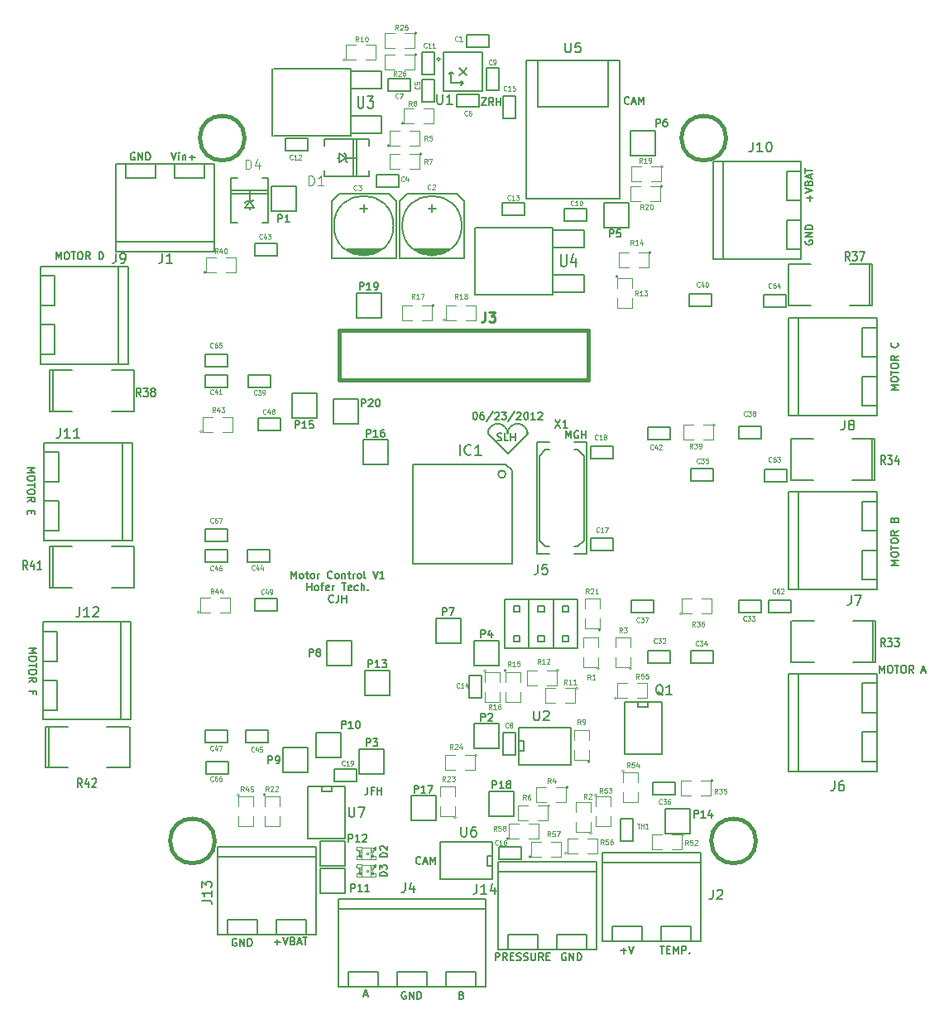
<source format=gto>
G04 (created by PCBNEW (2013-08-23 BZR 4296)-product) date 12/22/2013 7:01:24 PM*
%MOIN*%
G04 Gerber Fmt 3.4, Leading zero omitted, Abs format*
%FSLAX34Y34*%
G01*
G70*
G90*
G04 APERTURE LIST*
%ADD10C,0.005906*%
%ADD11C,0.006000*%
%ADD12C,0.007874*%
%ADD13C,0.005000*%
%ADD14C,0.002600*%
%ADD15C,0.004000*%
%ADD16C,0.002000*%
%ADD17C,0.008000*%
%ADD18C,0.003900*%
%ADD19C,0.005900*%
%ADD20C,0.015000*%
%ADD21C,0.004500*%
%ADD22C,0.004700*%
%ADD23C,0.004300*%
%ADD24C,0.010000*%
G04 APERTURE END LIST*
G54D10*
G54D11*
X86435Y-74935D02*
X86607Y-74935D01*
X86521Y-75235D02*
X86521Y-74935D01*
X86707Y-75078D02*
X86807Y-75078D01*
X86850Y-75235D02*
X86707Y-75235D01*
X86707Y-74935D01*
X86850Y-74935D01*
X86978Y-75235D02*
X86978Y-74935D01*
X87078Y-75150D01*
X87178Y-74935D01*
X87178Y-75235D01*
X87321Y-75235D02*
X87321Y-74935D01*
X87435Y-74935D01*
X87464Y-74950D01*
X87478Y-74964D01*
X87492Y-74992D01*
X87492Y-75035D01*
X87478Y-75064D01*
X87464Y-75078D01*
X87435Y-75092D01*
X87321Y-75092D01*
X87621Y-75207D02*
X87635Y-75221D01*
X87621Y-75235D01*
X87607Y-75221D01*
X87621Y-75207D01*
X87621Y-75235D01*
X92300Y-46528D02*
X92285Y-46557D01*
X92285Y-46600D01*
X92300Y-46642D01*
X92328Y-46671D01*
X92357Y-46685D01*
X92414Y-46700D01*
X92457Y-46700D01*
X92514Y-46685D01*
X92542Y-46671D01*
X92571Y-46642D01*
X92585Y-46600D01*
X92585Y-46571D01*
X92571Y-46528D01*
X92557Y-46514D01*
X92457Y-46514D01*
X92457Y-46571D01*
X92585Y-46385D02*
X92285Y-46385D01*
X92585Y-46214D01*
X92285Y-46214D01*
X92585Y-46071D02*
X92285Y-46071D01*
X92285Y-46000D01*
X92300Y-45957D01*
X92328Y-45928D01*
X92357Y-45914D01*
X92414Y-45900D01*
X92457Y-45900D01*
X92514Y-45914D01*
X92542Y-45928D01*
X92571Y-45957D01*
X92585Y-46000D01*
X92585Y-46071D01*
X92471Y-44935D02*
X92471Y-44707D01*
X92585Y-44821D02*
X92357Y-44821D01*
X92285Y-44607D02*
X92585Y-44507D01*
X92285Y-44407D01*
X92428Y-44207D02*
X92442Y-44164D01*
X92457Y-44150D01*
X92485Y-44135D01*
X92528Y-44135D01*
X92557Y-44150D01*
X92571Y-44164D01*
X92585Y-44192D01*
X92585Y-44307D01*
X92285Y-44307D01*
X92285Y-44207D01*
X92300Y-44178D01*
X92314Y-44164D01*
X92342Y-44150D01*
X92371Y-44150D01*
X92400Y-44164D01*
X92414Y-44178D01*
X92428Y-44207D01*
X92428Y-44307D01*
X92500Y-44021D02*
X92500Y-43878D01*
X92585Y-44050D02*
X92285Y-43950D01*
X92585Y-43850D01*
X92285Y-43792D02*
X92285Y-43621D01*
X92585Y-43707D02*
X92285Y-43707D01*
X66757Y-42985D02*
X66857Y-43285D01*
X66957Y-42985D01*
X67057Y-43285D02*
X67057Y-43085D01*
X67057Y-42985D02*
X67042Y-43000D01*
X67057Y-43014D01*
X67071Y-43000D01*
X67057Y-42985D01*
X67057Y-43014D01*
X67200Y-43085D02*
X67200Y-43285D01*
X67200Y-43114D02*
X67214Y-43100D01*
X67242Y-43085D01*
X67285Y-43085D01*
X67314Y-43100D01*
X67328Y-43128D01*
X67328Y-43285D01*
X67471Y-43171D02*
X67700Y-43171D01*
X67585Y-43285D02*
X67585Y-43057D01*
X65271Y-43000D02*
X65242Y-42985D01*
X65200Y-42985D01*
X65157Y-43000D01*
X65128Y-43028D01*
X65114Y-43057D01*
X65100Y-43114D01*
X65100Y-43157D01*
X65114Y-43214D01*
X65128Y-43242D01*
X65157Y-43271D01*
X65200Y-43285D01*
X65228Y-43285D01*
X65271Y-43271D01*
X65285Y-43257D01*
X65285Y-43157D01*
X65228Y-43157D01*
X65414Y-43285D02*
X65414Y-42985D01*
X65585Y-43285D01*
X65585Y-42985D01*
X65728Y-43285D02*
X65728Y-42985D01*
X65800Y-42985D01*
X65842Y-43000D01*
X65871Y-43028D01*
X65885Y-43057D01*
X65900Y-43114D01*
X65900Y-43157D01*
X65885Y-43214D01*
X65871Y-43242D01*
X65842Y-43271D01*
X65800Y-43285D01*
X65728Y-43285D01*
X70914Y-74771D02*
X71142Y-74771D01*
X71028Y-74885D02*
X71028Y-74657D01*
X71242Y-74585D02*
X71342Y-74885D01*
X71442Y-74585D01*
X71642Y-74728D02*
X71685Y-74742D01*
X71700Y-74757D01*
X71714Y-74785D01*
X71714Y-74828D01*
X71700Y-74857D01*
X71685Y-74871D01*
X71657Y-74885D01*
X71542Y-74885D01*
X71542Y-74585D01*
X71642Y-74585D01*
X71671Y-74600D01*
X71685Y-74614D01*
X71700Y-74642D01*
X71700Y-74671D01*
X71685Y-74700D01*
X71671Y-74714D01*
X71642Y-74728D01*
X71542Y-74728D01*
X71828Y-74800D02*
X71971Y-74800D01*
X71800Y-74885D02*
X71900Y-74585D01*
X72000Y-74885D01*
X72057Y-74585D02*
X72228Y-74585D01*
X72142Y-74885D02*
X72142Y-74585D01*
X69371Y-74650D02*
X69342Y-74635D01*
X69300Y-74635D01*
X69257Y-74650D01*
X69228Y-74678D01*
X69214Y-74707D01*
X69200Y-74764D01*
X69200Y-74807D01*
X69214Y-74864D01*
X69228Y-74892D01*
X69257Y-74921D01*
X69300Y-74935D01*
X69328Y-74935D01*
X69371Y-74921D01*
X69385Y-74907D01*
X69385Y-74807D01*
X69328Y-74807D01*
X69514Y-74935D02*
X69514Y-74635D01*
X69685Y-74935D01*
X69685Y-74635D01*
X69828Y-74935D02*
X69828Y-74635D01*
X69900Y-74635D01*
X69942Y-74650D01*
X69971Y-74678D01*
X69985Y-74707D01*
X70000Y-74764D01*
X70000Y-74807D01*
X69985Y-74864D01*
X69971Y-74892D01*
X69942Y-74921D01*
X69900Y-74935D01*
X69828Y-74935D01*
X78446Y-76903D02*
X78489Y-76917D01*
X78503Y-76932D01*
X78517Y-76960D01*
X78517Y-77003D01*
X78503Y-77032D01*
X78489Y-77046D01*
X78460Y-77060D01*
X78346Y-77060D01*
X78346Y-76760D01*
X78446Y-76760D01*
X78475Y-76775D01*
X78489Y-76789D01*
X78503Y-76817D01*
X78503Y-76846D01*
X78489Y-76875D01*
X78475Y-76889D01*
X78446Y-76903D01*
X78346Y-76903D01*
X74503Y-76900D02*
X74646Y-76900D01*
X74475Y-76985D02*
X74575Y-76685D01*
X74675Y-76985D01*
X76196Y-76775D02*
X76167Y-76760D01*
X76125Y-76760D01*
X76082Y-76775D01*
X76053Y-76803D01*
X76039Y-76832D01*
X76025Y-76889D01*
X76025Y-76932D01*
X76039Y-76989D01*
X76053Y-77017D01*
X76082Y-77046D01*
X76125Y-77060D01*
X76153Y-77060D01*
X76196Y-77046D01*
X76210Y-77032D01*
X76210Y-76932D01*
X76153Y-76932D01*
X76339Y-77060D02*
X76339Y-76760D01*
X76510Y-77060D01*
X76510Y-76760D01*
X76653Y-77060D02*
X76653Y-76760D01*
X76725Y-76760D01*
X76767Y-76775D01*
X76796Y-76803D01*
X76810Y-76832D01*
X76825Y-76889D01*
X76825Y-76932D01*
X76810Y-76989D01*
X76796Y-77017D01*
X76767Y-77046D01*
X76725Y-77060D01*
X76653Y-77060D01*
X82646Y-75225D02*
X82617Y-75210D01*
X82575Y-75210D01*
X82532Y-75225D01*
X82503Y-75253D01*
X82489Y-75282D01*
X82475Y-75339D01*
X82475Y-75382D01*
X82489Y-75439D01*
X82503Y-75467D01*
X82532Y-75496D01*
X82575Y-75510D01*
X82603Y-75510D01*
X82646Y-75496D01*
X82660Y-75482D01*
X82660Y-75382D01*
X82603Y-75382D01*
X82789Y-75510D02*
X82789Y-75210D01*
X82960Y-75510D01*
X82960Y-75210D01*
X83103Y-75510D02*
X83103Y-75210D01*
X83175Y-75210D01*
X83217Y-75225D01*
X83246Y-75253D01*
X83260Y-75282D01*
X83275Y-75339D01*
X83275Y-75382D01*
X83260Y-75439D01*
X83246Y-75467D01*
X83217Y-75496D01*
X83175Y-75510D01*
X83103Y-75510D01*
X84857Y-75121D02*
X85085Y-75121D01*
X84971Y-75235D02*
X84971Y-75007D01*
X85185Y-74935D02*
X85285Y-75235D01*
X85385Y-74935D01*
X79807Y-75510D02*
X79807Y-75210D01*
X79921Y-75210D01*
X79950Y-75225D01*
X79964Y-75239D01*
X79978Y-75267D01*
X79978Y-75310D01*
X79964Y-75339D01*
X79950Y-75353D01*
X79921Y-75367D01*
X79807Y-75367D01*
X80278Y-75510D02*
X80178Y-75367D01*
X80107Y-75510D02*
X80107Y-75210D01*
X80221Y-75210D01*
X80250Y-75225D01*
X80264Y-75239D01*
X80278Y-75267D01*
X80278Y-75310D01*
X80264Y-75339D01*
X80250Y-75353D01*
X80221Y-75367D01*
X80107Y-75367D01*
X80407Y-75353D02*
X80507Y-75353D01*
X80550Y-75510D02*
X80407Y-75510D01*
X80407Y-75210D01*
X80550Y-75210D01*
X80664Y-75496D02*
X80707Y-75510D01*
X80778Y-75510D01*
X80807Y-75496D01*
X80821Y-75482D01*
X80835Y-75453D01*
X80835Y-75425D01*
X80821Y-75396D01*
X80807Y-75382D01*
X80778Y-75367D01*
X80721Y-75353D01*
X80692Y-75339D01*
X80678Y-75325D01*
X80664Y-75296D01*
X80664Y-75267D01*
X80678Y-75239D01*
X80692Y-75225D01*
X80721Y-75210D01*
X80792Y-75210D01*
X80835Y-75225D01*
X80950Y-75496D02*
X80992Y-75510D01*
X81064Y-75510D01*
X81092Y-75496D01*
X81107Y-75482D01*
X81121Y-75453D01*
X81121Y-75425D01*
X81107Y-75396D01*
X81092Y-75382D01*
X81064Y-75367D01*
X81007Y-75353D01*
X80978Y-75339D01*
X80964Y-75325D01*
X80950Y-75296D01*
X80950Y-75267D01*
X80964Y-75239D01*
X80978Y-75225D01*
X81007Y-75210D01*
X81078Y-75210D01*
X81121Y-75225D01*
X81250Y-75210D02*
X81250Y-75453D01*
X81264Y-75482D01*
X81278Y-75496D01*
X81307Y-75510D01*
X81364Y-75510D01*
X81392Y-75496D01*
X81407Y-75482D01*
X81421Y-75453D01*
X81421Y-75210D01*
X81735Y-75510D02*
X81635Y-75367D01*
X81564Y-75510D02*
X81564Y-75210D01*
X81678Y-75210D01*
X81707Y-75225D01*
X81721Y-75239D01*
X81735Y-75267D01*
X81735Y-75310D01*
X81721Y-75339D01*
X81707Y-75353D01*
X81678Y-75367D01*
X81564Y-75367D01*
X81864Y-75353D02*
X81964Y-75353D01*
X82007Y-75510D02*
X81864Y-75510D01*
X81864Y-75210D01*
X82007Y-75210D01*
X95278Y-63935D02*
X95278Y-63635D01*
X95378Y-63850D01*
X95478Y-63635D01*
X95478Y-63935D01*
X95678Y-63635D02*
X95735Y-63635D01*
X95764Y-63650D01*
X95792Y-63678D01*
X95807Y-63735D01*
X95807Y-63835D01*
X95792Y-63892D01*
X95764Y-63921D01*
X95735Y-63935D01*
X95678Y-63935D01*
X95650Y-63921D01*
X95621Y-63892D01*
X95607Y-63835D01*
X95607Y-63735D01*
X95621Y-63678D01*
X95650Y-63650D01*
X95678Y-63635D01*
X95892Y-63635D02*
X96064Y-63635D01*
X95978Y-63935D02*
X95978Y-63635D01*
X96221Y-63635D02*
X96278Y-63635D01*
X96307Y-63650D01*
X96335Y-63678D01*
X96350Y-63735D01*
X96350Y-63835D01*
X96335Y-63892D01*
X96307Y-63921D01*
X96278Y-63935D01*
X96221Y-63935D01*
X96192Y-63921D01*
X96164Y-63892D01*
X96150Y-63835D01*
X96150Y-63735D01*
X96164Y-63678D01*
X96192Y-63650D01*
X96221Y-63635D01*
X96650Y-63935D02*
X96550Y-63792D01*
X96478Y-63935D02*
X96478Y-63635D01*
X96592Y-63635D01*
X96621Y-63650D01*
X96635Y-63664D01*
X96650Y-63692D01*
X96650Y-63735D01*
X96635Y-63764D01*
X96621Y-63778D01*
X96592Y-63792D01*
X96478Y-63792D01*
X96992Y-63850D02*
X97135Y-63850D01*
X96964Y-63935D02*
X97064Y-63635D01*
X97164Y-63935D01*
X61014Y-62928D02*
X61314Y-62928D01*
X61100Y-63028D01*
X61314Y-63128D01*
X61014Y-63128D01*
X61314Y-63328D02*
X61314Y-63385D01*
X61300Y-63414D01*
X61271Y-63442D01*
X61214Y-63457D01*
X61114Y-63457D01*
X61057Y-63442D01*
X61028Y-63414D01*
X61014Y-63385D01*
X61014Y-63328D01*
X61028Y-63300D01*
X61057Y-63271D01*
X61114Y-63257D01*
X61214Y-63257D01*
X61271Y-63271D01*
X61300Y-63300D01*
X61314Y-63328D01*
X61314Y-63542D02*
X61314Y-63714D01*
X61014Y-63628D02*
X61314Y-63628D01*
X61314Y-63871D02*
X61314Y-63928D01*
X61300Y-63957D01*
X61271Y-63985D01*
X61214Y-64000D01*
X61114Y-64000D01*
X61057Y-63985D01*
X61028Y-63957D01*
X61014Y-63928D01*
X61014Y-63871D01*
X61028Y-63842D01*
X61057Y-63814D01*
X61114Y-63800D01*
X61214Y-63800D01*
X61271Y-63814D01*
X61300Y-63842D01*
X61314Y-63871D01*
X61014Y-64300D02*
X61157Y-64200D01*
X61014Y-64128D02*
X61314Y-64128D01*
X61314Y-64242D01*
X61300Y-64271D01*
X61285Y-64285D01*
X61257Y-64300D01*
X61214Y-64300D01*
X61185Y-64285D01*
X61171Y-64271D01*
X61157Y-64242D01*
X61157Y-64128D01*
X61171Y-64757D02*
X61171Y-64657D01*
X61014Y-64657D02*
X61314Y-64657D01*
X61314Y-64800D01*
X60964Y-55671D02*
X61264Y-55671D01*
X61050Y-55771D01*
X61264Y-55871D01*
X60964Y-55871D01*
X61264Y-56071D02*
X61264Y-56128D01*
X61250Y-56157D01*
X61221Y-56185D01*
X61164Y-56200D01*
X61064Y-56200D01*
X61007Y-56185D01*
X60978Y-56157D01*
X60964Y-56128D01*
X60964Y-56071D01*
X60978Y-56042D01*
X61007Y-56014D01*
X61064Y-56000D01*
X61164Y-56000D01*
X61221Y-56014D01*
X61250Y-56042D01*
X61264Y-56071D01*
X61264Y-56285D02*
X61264Y-56457D01*
X60964Y-56371D02*
X61264Y-56371D01*
X61264Y-56614D02*
X61264Y-56671D01*
X61250Y-56700D01*
X61221Y-56728D01*
X61164Y-56742D01*
X61064Y-56742D01*
X61007Y-56728D01*
X60978Y-56700D01*
X60964Y-56671D01*
X60964Y-56614D01*
X60978Y-56585D01*
X61007Y-56557D01*
X61064Y-56542D01*
X61164Y-56542D01*
X61221Y-56557D01*
X61250Y-56585D01*
X61264Y-56614D01*
X60964Y-57042D02*
X61107Y-56942D01*
X60964Y-56871D02*
X61264Y-56871D01*
X61264Y-56985D01*
X61250Y-57014D01*
X61235Y-57028D01*
X61207Y-57042D01*
X61164Y-57042D01*
X61135Y-57028D01*
X61121Y-57014D01*
X61107Y-56985D01*
X61107Y-56871D01*
X61121Y-57400D02*
X61121Y-57500D01*
X60964Y-57542D02*
X60964Y-57400D01*
X61264Y-57400D01*
X61264Y-57542D01*
X62107Y-47285D02*
X62107Y-46985D01*
X62207Y-47200D01*
X62307Y-46985D01*
X62307Y-47285D01*
X62507Y-46985D02*
X62564Y-46985D01*
X62592Y-47000D01*
X62621Y-47028D01*
X62635Y-47085D01*
X62635Y-47185D01*
X62621Y-47242D01*
X62592Y-47271D01*
X62564Y-47285D01*
X62507Y-47285D01*
X62478Y-47271D01*
X62450Y-47242D01*
X62435Y-47185D01*
X62435Y-47085D01*
X62450Y-47028D01*
X62478Y-47000D01*
X62507Y-46985D01*
X62721Y-46985D02*
X62892Y-46985D01*
X62807Y-47285D02*
X62807Y-46985D01*
X63050Y-46985D02*
X63107Y-46985D01*
X63135Y-47000D01*
X63164Y-47028D01*
X63178Y-47085D01*
X63178Y-47185D01*
X63164Y-47242D01*
X63135Y-47271D01*
X63107Y-47285D01*
X63050Y-47285D01*
X63021Y-47271D01*
X62992Y-47242D01*
X62978Y-47185D01*
X62978Y-47085D01*
X62992Y-47028D01*
X63021Y-47000D01*
X63050Y-46985D01*
X63478Y-47285D02*
X63378Y-47142D01*
X63307Y-47285D02*
X63307Y-46985D01*
X63421Y-46985D01*
X63450Y-47000D01*
X63464Y-47014D01*
X63478Y-47042D01*
X63478Y-47085D01*
X63464Y-47114D01*
X63450Y-47128D01*
X63421Y-47142D01*
X63307Y-47142D01*
X63835Y-47285D02*
X63835Y-46985D01*
X63907Y-46985D01*
X63950Y-47000D01*
X63978Y-47028D01*
X63992Y-47057D01*
X64007Y-47114D01*
X64007Y-47157D01*
X63992Y-47214D01*
X63978Y-47242D01*
X63950Y-47271D01*
X63907Y-47285D01*
X63835Y-47285D01*
X96035Y-52542D02*
X95735Y-52542D01*
X95950Y-52442D01*
X95735Y-52342D01*
X96035Y-52342D01*
X95735Y-52142D02*
X95735Y-52085D01*
X95750Y-52057D01*
X95778Y-52028D01*
X95835Y-52014D01*
X95935Y-52014D01*
X95992Y-52028D01*
X96021Y-52057D01*
X96035Y-52085D01*
X96035Y-52142D01*
X96021Y-52171D01*
X95992Y-52199D01*
X95935Y-52214D01*
X95835Y-52214D01*
X95778Y-52199D01*
X95750Y-52171D01*
X95735Y-52142D01*
X95735Y-51928D02*
X95735Y-51757D01*
X96035Y-51842D02*
X95735Y-51842D01*
X95735Y-51600D02*
X95735Y-51542D01*
X95750Y-51514D01*
X95778Y-51485D01*
X95835Y-51471D01*
X95935Y-51471D01*
X95992Y-51485D01*
X96021Y-51514D01*
X96035Y-51542D01*
X96035Y-51600D01*
X96021Y-51628D01*
X95992Y-51657D01*
X95935Y-51671D01*
X95835Y-51671D01*
X95778Y-51657D01*
X95750Y-51628D01*
X95735Y-51600D01*
X96035Y-51171D02*
X95892Y-51271D01*
X96035Y-51342D02*
X95735Y-51342D01*
X95735Y-51228D01*
X95750Y-51199D01*
X95764Y-51185D01*
X95792Y-51171D01*
X95835Y-51171D01*
X95864Y-51185D01*
X95878Y-51199D01*
X95892Y-51228D01*
X95892Y-51342D01*
X96007Y-50642D02*
X96021Y-50657D01*
X96035Y-50700D01*
X96035Y-50728D01*
X96021Y-50771D01*
X95992Y-50800D01*
X95964Y-50814D01*
X95907Y-50828D01*
X95864Y-50828D01*
X95807Y-50814D01*
X95778Y-50800D01*
X95750Y-50771D01*
X95735Y-50728D01*
X95735Y-50700D01*
X95750Y-50657D01*
X95764Y-50642D01*
X96035Y-59592D02*
X95735Y-59592D01*
X95950Y-59492D01*
X95735Y-59392D01*
X96035Y-59392D01*
X95735Y-59192D02*
X95735Y-59135D01*
X95750Y-59107D01*
X95778Y-59078D01*
X95835Y-59064D01*
X95935Y-59064D01*
X95992Y-59078D01*
X96021Y-59107D01*
X96035Y-59135D01*
X96035Y-59192D01*
X96021Y-59221D01*
X95992Y-59249D01*
X95935Y-59264D01*
X95835Y-59264D01*
X95778Y-59249D01*
X95750Y-59221D01*
X95735Y-59192D01*
X95735Y-58978D02*
X95735Y-58807D01*
X96035Y-58892D02*
X95735Y-58892D01*
X95735Y-58650D02*
X95735Y-58592D01*
X95750Y-58564D01*
X95778Y-58535D01*
X95835Y-58521D01*
X95935Y-58521D01*
X95992Y-58535D01*
X96021Y-58564D01*
X96035Y-58592D01*
X96035Y-58650D01*
X96021Y-58678D01*
X95992Y-58707D01*
X95935Y-58721D01*
X95835Y-58721D01*
X95778Y-58707D01*
X95750Y-58678D01*
X95735Y-58650D01*
X96035Y-58221D02*
X95892Y-58321D01*
X96035Y-58392D02*
X95735Y-58392D01*
X95735Y-58278D01*
X95750Y-58249D01*
X95764Y-58235D01*
X95792Y-58221D01*
X95835Y-58221D01*
X95864Y-58235D01*
X95878Y-58249D01*
X95892Y-58278D01*
X95892Y-58392D01*
X95878Y-57764D02*
X95892Y-57721D01*
X95907Y-57707D01*
X95935Y-57692D01*
X95978Y-57692D01*
X96007Y-57707D01*
X96021Y-57721D01*
X96035Y-57750D01*
X96035Y-57864D01*
X95735Y-57864D01*
X95735Y-57764D01*
X95750Y-57735D01*
X95764Y-57721D01*
X95792Y-57707D01*
X95821Y-57707D01*
X95850Y-57721D01*
X95864Y-57735D01*
X95878Y-57764D01*
X95878Y-57864D01*
X78971Y-53435D02*
X79000Y-53435D01*
X79028Y-53450D01*
X79042Y-53464D01*
X79057Y-53492D01*
X79071Y-53550D01*
X79071Y-53621D01*
X79057Y-53678D01*
X79042Y-53707D01*
X79028Y-53721D01*
X79000Y-53735D01*
X78971Y-53735D01*
X78942Y-53721D01*
X78928Y-53707D01*
X78914Y-53678D01*
X78900Y-53621D01*
X78900Y-53550D01*
X78914Y-53492D01*
X78928Y-53464D01*
X78942Y-53450D01*
X78971Y-53435D01*
X79328Y-53435D02*
X79271Y-53435D01*
X79242Y-53450D01*
X79228Y-53464D01*
X79200Y-53507D01*
X79185Y-53564D01*
X79185Y-53678D01*
X79200Y-53707D01*
X79214Y-53721D01*
X79242Y-53735D01*
X79300Y-53735D01*
X79328Y-53721D01*
X79342Y-53707D01*
X79357Y-53678D01*
X79357Y-53607D01*
X79342Y-53578D01*
X79328Y-53564D01*
X79300Y-53550D01*
X79242Y-53550D01*
X79214Y-53564D01*
X79200Y-53578D01*
X79185Y-53607D01*
X79700Y-53421D02*
X79442Y-53807D01*
X79785Y-53464D02*
X79800Y-53450D01*
X79828Y-53435D01*
X79900Y-53435D01*
X79928Y-53450D01*
X79942Y-53464D01*
X79957Y-53492D01*
X79957Y-53521D01*
X79942Y-53564D01*
X79771Y-53735D01*
X79957Y-53735D01*
X80057Y-53435D02*
X80242Y-53435D01*
X80142Y-53550D01*
X80185Y-53550D01*
X80214Y-53564D01*
X80228Y-53578D01*
X80242Y-53607D01*
X80242Y-53678D01*
X80228Y-53707D01*
X80214Y-53721D01*
X80185Y-53735D01*
X80100Y-53735D01*
X80071Y-53721D01*
X80057Y-53707D01*
X80585Y-53421D02*
X80328Y-53807D01*
X80671Y-53464D02*
X80685Y-53450D01*
X80714Y-53435D01*
X80785Y-53435D01*
X80814Y-53450D01*
X80828Y-53464D01*
X80842Y-53492D01*
X80842Y-53521D01*
X80828Y-53564D01*
X80657Y-53735D01*
X80842Y-53735D01*
X81028Y-53435D02*
X81057Y-53435D01*
X81085Y-53450D01*
X81100Y-53464D01*
X81114Y-53492D01*
X81128Y-53550D01*
X81128Y-53621D01*
X81114Y-53678D01*
X81100Y-53707D01*
X81085Y-53721D01*
X81057Y-53735D01*
X81028Y-53735D01*
X81000Y-53721D01*
X80985Y-53707D01*
X80971Y-53678D01*
X80957Y-53621D01*
X80957Y-53550D01*
X80971Y-53492D01*
X80985Y-53464D01*
X81000Y-53450D01*
X81028Y-53435D01*
X81414Y-53735D02*
X81242Y-53735D01*
X81328Y-53735D02*
X81328Y-53435D01*
X81300Y-53478D01*
X81271Y-53507D01*
X81242Y-53521D01*
X81528Y-53464D02*
X81542Y-53450D01*
X81571Y-53435D01*
X81642Y-53435D01*
X81671Y-53450D01*
X81685Y-53464D01*
X81699Y-53492D01*
X81699Y-53521D01*
X81685Y-53564D01*
X81514Y-53735D01*
X81699Y-53735D01*
G54D12*
X81100Y-54300D02*
X81100Y-54250D01*
X80300Y-55100D02*
X81100Y-54300D01*
X79500Y-54300D02*
X80300Y-55100D01*
X79900Y-53900D02*
G75*
G03X79500Y-54300I0J-400D01*
G74*
G01*
X81100Y-54300D02*
G75*
G03X80700Y-53900I-400J0D01*
G74*
G01*
X80700Y-53900D02*
G75*
G03X80300Y-54300I0J-400D01*
G74*
G01*
X80300Y-54300D02*
G75*
G03X79900Y-53900I-400J0D01*
G74*
G01*
X80300Y-54300D02*
G75*
G03X79900Y-53900I-400J0D01*
G74*
G01*
G54D11*
X79885Y-54571D02*
X79928Y-54585D01*
X80000Y-54585D01*
X80028Y-54571D01*
X80042Y-54557D01*
X80057Y-54528D01*
X80057Y-54500D01*
X80042Y-54471D01*
X80028Y-54457D01*
X80000Y-54442D01*
X79942Y-54428D01*
X79914Y-54414D01*
X79900Y-54400D01*
X79885Y-54371D01*
X79885Y-54342D01*
X79900Y-54314D01*
X79914Y-54300D01*
X79942Y-54285D01*
X80014Y-54285D01*
X80057Y-54300D01*
X80328Y-54585D02*
X80185Y-54585D01*
X80185Y-54285D01*
X80428Y-54585D02*
X80428Y-54285D01*
X80428Y-54428D02*
X80600Y-54428D01*
X80600Y-54585D02*
X80600Y-54285D01*
X82642Y-54485D02*
X82642Y-54185D01*
X82742Y-54400D01*
X82842Y-54185D01*
X82842Y-54485D01*
X83142Y-54200D02*
X83114Y-54185D01*
X83071Y-54185D01*
X83028Y-54200D01*
X83000Y-54228D01*
X82985Y-54257D01*
X82971Y-54314D01*
X82971Y-54357D01*
X82985Y-54414D01*
X83000Y-54442D01*
X83028Y-54471D01*
X83071Y-54485D01*
X83100Y-54485D01*
X83142Y-54471D01*
X83157Y-54457D01*
X83157Y-54357D01*
X83100Y-54357D01*
X83285Y-54485D02*
X83285Y-54185D01*
X83285Y-54328D02*
X83457Y-54328D01*
X83457Y-54485D02*
X83457Y-54185D01*
X85192Y-41007D02*
X85178Y-41021D01*
X85135Y-41035D01*
X85107Y-41035D01*
X85064Y-41021D01*
X85035Y-40992D01*
X85021Y-40964D01*
X85007Y-40907D01*
X85007Y-40864D01*
X85021Y-40807D01*
X85035Y-40778D01*
X85064Y-40750D01*
X85107Y-40735D01*
X85135Y-40735D01*
X85178Y-40750D01*
X85192Y-40764D01*
X85307Y-40950D02*
X85450Y-40950D01*
X85278Y-41035D02*
X85378Y-40735D01*
X85478Y-41035D01*
X85578Y-41035D02*
X85578Y-40735D01*
X85678Y-40950D01*
X85778Y-40735D01*
X85778Y-41035D01*
X76792Y-71607D02*
X76778Y-71621D01*
X76735Y-71635D01*
X76707Y-71635D01*
X76664Y-71621D01*
X76635Y-71592D01*
X76621Y-71564D01*
X76607Y-71507D01*
X76607Y-71464D01*
X76621Y-71407D01*
X76635Y-71378D01*
X76664Y-71350D01*
X76707Y-71335D01*
X76735Y-71335D01*
X76778Y-71350D01*
X76792Y-71364D01*
X76907Y-71550D02*
X77050Y-71550D01*
X76878Y-71635D02*
X76978Y-71335D01*
X77078Y-71635D01*
X77178Y-71635D02*
X77178Y-71335D01*
X77278Y-71550D01*
X77378Y-71335D01*
X77378Y-71635D01*
X79242Y-40785D02*
X79442Y-40785D01*
X79242Y-41085D01*
X79442Y-41085D01*
X79728Y-41085D02*
X79628Y-40942D01*
X79557Y-41085D02*
X79557Y-40785D01*
X79671Y-40785D01*
X79700Y-40800D01*
X79714Y-40814D01*
X79728Y-40842D01*
X79728Y-40885D01*
X79714Y-40914D01*
X79700Y-40928D01*
X79671Y-40942D01*
X79557Y-40942D01*
X79857Y-41085D02*
X79857Y-40785D01*
X79857Y-40928D02*
X80028Y-40928D01*
X80028Y-41085D02*
X80028Y-40785D01*
X74657Y-68535D02*
X74657Y-68750D01*
X74642Y-68792D01*
X74614Y-68821D01*
X74571Y-68835D01*
X74542Y-68835D01*
X74900Y-68678D02*
X74800Y-68678D01*
X74800Y-68835D02*
X74800Y-68535D01*
X74942Y-68535D01*
X75057Y-68835D02*
X75057Y-68535D01*
X75057Y-68678D02*
X75228Y-68678D01*
X75228Y-68835D02*
X75228Y-68535D01*
X71585Y-60135D02*
X71585Y-59835D01*
X71685Y-60050D01*
X71785Y-59835D01*
X71785Y-60135D01*
X71971Y-60135D02*
X71942Y-60121D01*
X71928Y-60107D01*
X71914Y-60078D01*
X71914Y-59992D01*
X71928Y-59964D01*
X71942Y-59950D01*
X71971Y-59935D01*
X72014Y-59935D01*
X72042Y-59950D01*
X72057Y-59964D01*
X72071Y-59992D01*
X72071Y-60078D01*
X72057Y-60107D01*
X72042Y-60121D01*
X72014Y-60135D01*
X71971Y-60135D01*
X72157Y-59935D02*
X72271Y-59935D01*
X72200Y-59835D02*
X72200Y-60092D01*
X72214Y-60121D01*
X72242Y-60135D01*
X72271Y-60135D01*
X72414Y-60135D02*
X72385Y-60121D01*
X72371Y-60107D01*
X72357Y-60078D01*
X72357Y-59992D01*
X72371Y-59964D01*
X72385Y-59950D01*
X72414Y-59935D01*
X72457Y-59935D01*
X72485Y-59950D01*
X72500Y-59964D01*
X72514Y-59992D01*
X72514Y-60078D01*
X72500Y-60107D01*
X72485Y-60121D01*
X72457Y-60135D01*
X72414Y-60135D01*
X72642Y-60135D02*
X72642Y-59935D01*
X72642Y-59992D02*
X72657Y-59964D01*
X72671Y-59950D01*
X72700Y-59935D01*
X72728Y-59935D01*
X73228Y-60107D02*
X73214Y-60121D01*
X73171Y-60135D01*
X73142Y-60135D01*
X73100Y-60121D01*
X73071Y-60092D01*
X73057Y-60064D01*
X73042Y-60007D01*
X73042Y-59964D01*
X73057Y-59907D01*
X73071Y-59878D01*
X73100Y-59850D01*
X73142Y-59835D01*
X73171Y-59835D01*
X73214Y-59850D01*
X73228Y-59864D01*
X73400Y-60135D02*
X73371Y-60121D01*
X73357Y-60107D01*
X73342Y-60078D01*
X73342Y-59992D01*
X73357Y-59964D01*
X73371Y-59950D01*
X73400Y-59935D01*
X73442Y-59935D01*
X73471Y-59950D01*
X73485Y-59964D01*
X73500Y-59992D01*
X73500Y-60078D01*
X73485Y-60107D01*
X73471Y-60121D01*
X73442Y-60135D01*
X73400Y-60135D01*
X73628Y-59935D02*
X73628Y-60135D01*
X73628Y-59964D02*
X73642Y-59950D01*
X73671Y-59935D01*
X73714Y-59935D01*
X73742Y-59950D01*
X73757Y-59978D01*
X73757Y-60135D01*
X73857Y-59935D02*
X73971Y-59935D01*
X73900Y-59835D02*
X73900Y-60092D01*
X73914Y-60121D01*
X73942Y-60135D01*
X73971Y-60135D01*
X74071Y-60135D02*
X74071Y-59935D01*
X74071Y-59992D02*
X74085Y-59964D01*
X74100Y-59950D01*
X74128Y-59935D01*
X74157Y-59935D01*
X74300Y-60135D02*
X74271Y-60121D01*
X74257Y-60107D01*
X74242Y-60078D01*
X74242Y-59992D01*
X74257Y-59964D01*
X74271Y-59950D01*
X74300Y-59935D01*
X74342Y-59935D01*
X74371Y-59950D01*
X74385Y-59964D01*
X74400Y-59992D01*
X74400Y-60078D01*
X74385Y-60107D01*
X74371Y-60121D01*
X74342Y-60135D01*
X74300Y-60135D01*
X74571Y-60135D02*
X74542Y-60121D01*
X74528Y-60092D01*
X74528Y-59835D01*
X74871Y-59835D02*
X74971Y-60135D01*
X75071Y-59835D01*
X75328Y-60135D02*
X75157Y-60135D01*
X75242Y-60135D02*
X75242Y-59835D01*
X75214Y-59878D01*
X75185Y-59907D01*
X75157Y-59921D01*
X72228Y-60615D02*
X72228Y-60315D01*
X72228Y-60458D02*
X72400Y-60458D01*
X72400Y-60615D02*
X72400Y-60315D01*
X72585Y-60615D02*
X72557Y-60601D01*
X72542Y-60587D01*
X72528Y-60558D01*
X72528Y-60472D01*
X72542Y-60444D01*
X72557Y-60430D01*
X72585Y-60415D01*
X72628Y-60415D01*
X72657Y-60430D01*
X72671Y-60444D01*
X72685Y-60472D01*
X72685Y-60558D01*
X72671Y-60587D01*
X72657Y-60601D01*
X72628Y-60615D01*
X72585Y-60615D01*
X72771Y-60415D02*
X72885Y-60415D01*
X72814Y-60615D02*
X72814Y-60358D01*
X72828Y-60330D01*
X72857Y-60315D01*
X72885Y-60315D01*
X73100Y-60601D02*
X73071Y-60615D01*
X73014Y-60615D01*
X72985Y-60601D01*
X72971Y-60572D01*
X72971Y-60458D01*
X72985Y-60430D01*
X73014Y-60415D01*
X73071Y-60415D01*
X73100Y-60430D01*
X73114Y-60458D01*
X73114Y-60487D01*
X72971Y-60515D01*
X73242Y-60615D02*
X73242Y-60415D01*
X73242Y-60472D02*
X73257Y-60444D01*
X73271Y-60430D01*
X73300Y-60415D01*
X73328Y-60415D01*
X73614Y-60315D02*
X73785Y-60315D01*
X73700Y-60615D02*
X73700Y-60315D01*
X74000Y-60601D02*
X73971Y-60615D01*
X73914Y-60615D01*
X73885Y-60601D01*
X73871Y-60572D01*
X73871Y-60458D01*
X73885Y-60430D01*
X73914Y-60415D01*
X73971Y-60415D01*
X74000Y-60430D01*
X74014Y-60458D01*
X74014Y-60487D01*
X73871Y-60515D01*
X74271Y-60601D02*
X74242Y-60615D01*
X74185Y-60615D01*
X74157Y-60601D01*
X74142Y-60587D01*
X74128Y-60558D01*
X74128Y-60472D01*
X74142Y-60444D01*
X74157Y-60430D01*
X74185Y-60415D01*
X74242Y-60415D01*
X74271Y-60430D01*
X74400Y-60615D02*
X74400Y-60315D01*
X74528Y-60615D02*
X74528Y-60458D01*
X74514Y-60430D01*
X74485Y-60415D01*
X74442Y-60415D01*
X74414Y-60430D01*
X74400Y-60444D01*
X74671Y-60587D02*
X74685Y-60601D01*
X74671Y-60615D01*
X74657Y-60601D01*
X74671Y-60587D01*
X74671Y-60615D01*
X73271Y-61067D02*
X73257Y-61081D01*
X73214Y-61095D01*
X73185Y-61095D01*
X73142Y-61081D01*
X73114Y-61052D01*
X73100Y-61024D01*
X73085Y-60967D01*
X73085Y-60924D01*
X73100Y-60867D01*
X73114Y-60838D01*
X73142Y-60810D01*
X73185Y-60795D01*
X73214Y-60795D01*
X73257Y-60810D01*
X73271Y-60824D01*
X73485Y-60795D02*
X73485Y-61010D01*
X73471Y-61052D01*
X73442Y-61081D01*
X73400Y-61095D01*
X73371Y-61095D01*
X73628Y-61095D02*
X73628Y-60795D01*
X73628Y-60938D02*
X73800Y-60938D01*
X73800Y-61095D02*
X73800Y-60795D01*
G54D13*
X79550Y-38725D02*
X78650Y-38725D01*
X78650Y-38725D02*
X78650Y-38225D01*
X78650Y-38225D02*
X79550Y-38225D01*
X79550Y-38225D02*
X79550Y-38725D01*
X76950Y-47075D02*
X77550Y-47075D01*
X77700Y-47025D02*
X76800Y-47025D01*
X76700Y-46975D02*
X77800Y-46975D01*
X77900Y-46925D02*
X76600Y-46925D01*
X76550Y-46875D02*
X77950Y-46875D01*
X78450Y-45925D02*
G75*
G03X78450Y-45925I-1200J0D01*
G74*
G01*
X75950Y-47225D02*
X78550Y-47225D01*
X78550Y-47225D02*
X78550Y-44925D01*
X78550Y-44925D02*
X78250Y-44625D01*
X78250Y-44625D02*
X76250Y-44625D01*
X76250Y-44625D02*
X75950Y-44925D01*
X75950Y-44925D02*
X75950Y-47225D01*
X77250Y-45075D02*
X77250Y-45375D01*
X77100Y-45225D02*
X77400Y-45225D01*
X74200Y-47075D02*
X74800Y-47075D01*
X74950Y-47025D02*
X74050Y-47025D01*
X73950Y-46975D02*
X75050Y-46975D01*
X75150Y-46925D02*
X73850Y-46925D01*
X73800Y-46875D02*
X75200Y-46875D01*
X75700Y-45925D02*
G75*
G03X75700Y-45925I-1200J0D01*
G74*
G01*
X73200Y-47225D02*
X75800Y-47225D01*
X75800Y-47225D02*
X75800Y-44925D01*
X75800Y-44925D02*
X75500Y-44625D01*
X75500Y-44625D02*
X73500Y-44625D01*
X73500Y-44625D02*
X73200Y-44925D01*
X73200Y-44925D02*
X73200Y-47225D01*
X74500Y-45075D02*
X74500Y-45375D01*
X74350Y-45225D02*
X74650Y-45225D01*
X75025Y-43875D02*
X75925Y-43875D01*
X75925Y-43875D02*
X75925Y-44375D01*
X75925Y-44375D02*
X75025Y-44375D01*
X75025Y-44375D02*
X75025Y-43875D01*
X76850Y-40950D02*
X76850Y-40050D01*
X76850Y-40050D02*
X77350Y-40050D01*
X77350Y-40050D02*
X77350Y-40950D01*
X77350Y-40950D02*
X76850Y-40950D01*
X79150Y-41150D02*
X78250Y-41150D01*
X78250Y-41150D02*
X78250Y-40650D01*
X78250Y-40650D02*
X79150Y-40650D01*
X79150Y-40650D02*
X79150Y-41150D01*
X75475Y-40000D02*
X76375Y-40000D01*
X76375Y-40000D02*
X76375Y-40500D01*
X76375Y-40500D02*
X75475Y-40500D01*
X75475Y-40500D02*
X75475Y-40000D01*
X80600Y-66325D02*
X80600Y-67225D01*
X80600Y-67225D02*
X80100Y-67225D01*
X80100Y-67225D02*
X80100Y-66325D01*
X80100Y-66325D02*
X80600Y-66325D01*
X79450Y-40475D02*
X79450Y-39575D01*
X79450Y-39575D02*
X79950Y-39575D01*
X79950Y-39575D02*
X79950Y-40475D01*
X79950Y-40475D02*
X79450Y-40475D01*
X82575Y-45250D02*
X83475Y-45250D01*
X83475Y-45250D02*
X83475Y-45750D01*
X83475Y-45750D02*
X82575Y-45750D01*
X82575Y-45750D02*
X82575Y-45250D01*
X76850Y-39850D02*
X76850Y-38950D01*
X76850Y-38950D02*
X77350Y-38950D01*
X77350Y-38950D02*
X77350Y-39850D01*
X77350Y-39850D02*
X76850Y-39850D01*
X72250Y-42900D02*
X71350Y-42900D01*
X71350Y-42900D02*
X71350Y-42400D01*
X71350Y-42400D02*
X72250Y-42400D01*
X72250Y-42400D02*
X72250Y-42900D01*
X80075Y-45000D02*
X80975Y-45000D01*
X80975Y-45000D02*
X80975Y-45500D01*
X80975Y-45500D02*
X80075Y-45500D01*
X80075Y-45500D02*
X80075Y-45000D01*
X78750Y-64950D02*
X78750Y-64050D01*
X78750Y-64050D02*
X79250Y-64050D01*
X79250Y-64050D02*
X79250Y-64950D01*
X79250Y-64950D02*
X78750Y-64950D01*
X80625Y-40700D02*
X80625Y-41600D01*
X80625Y-41600D02*
X80125Y-41600D01*
X80125Y-41600D02*
X80125Y-40700D01*
X80125Y-40700D02*
X80625Y-40700D01*
X80850Y-71450D02*
X79950Y-71450D01*
X79950Y-71450D02*
X79950Y-70950D01*
X79950Y-70950D02*
X80850Y-70950D01*
X80850Y-70950D02*
X80850Y-71450D01*
X84550Y-59000D02*
X83650Y-59000D01*
X83650Y-59000D02*
X83650Y-58500D01*
X83650Y-58500D02*
X84550Y-58500D01*
X84550Y-58500D02*
X84550Y-59000D01*
X84550Y-55300D02*
X83650Y-55300D01*
X83650Y-55300D02*
X83650Y-54800D01*
X83650Y-54800D02*
X84550Y-54800D01*
X84550Y-54800D02*
X84550Y-55300D01*
X74225Y-68300D02*
X73325Y-68300D01*
X73325Y-68300D02*
X73325Y-67800D01*
X73325Y-67800D02*
X74225Y-67800D01*
X74225Y-67800D02*
X74225Y-68300D01*
X86850Y-63525D02*
X85950Y-63525D01*
X85950Y-63525D02*
X85950Y-63025D01*
X85950Y-63025D02*
X86850Y-63025D01*
X86850Y-63025D02*
X86850Y-63525D01*
X89625Y-61000D02*
X90525Y-61000D01*
X90525Y-61000D02*
X90525Y-61500D01*
X90525Y-61500D02*
X89625Y-61500D01*
X89625Y-61500D02*
X89625Y-61000D01*
X88575Y-63525D02*
X87675Y-63525D01*
X87675Y-63525D02*
X87675Y-63025D01*
X87675Y-63025D02*
X88575Y-63025D01*
X88575Y-63025D02*
X88575Y-63525D01*
X88575Y-56200D02*
X87675Y-56200D01*
X87675Y-56200D02*
X87675Y-55700D01*
X87675Y-55700D02*
X88575Y-55700D01*
X88575Y-55700D02*
X88575Y-56200D01*
X87050Y-68825D02*
X86150Y-68825D01*
X86150Y-68825D02*
X86150Y-68325D01*
X86150Y-68325D02*
X87050Y-68325D01*
X87050Y-68325D02*
X87050Y-68825D01*
X86175Y-61500D02*
X85275Y-61500D01*
X85275Y-61500D02*
X85275Y-61000D01*
X85275Y-61000D02*
X86175Y-61000D01*
X86175Y-61000D02*
X86175Y-61500D01*
X89625Y-54000D02*
X90525Y-54000D01*
X90525Y-54000D02*
X90525Y-54500D01*
X90525Y-54500D02*
X89625Y-54500D01*
X89625Y-54500D02*
X89625Y-54000D01*
X69850Y-51925D02*
X70750Y-51925D01*
X70750Y-51925D02*
X70750Y-52425D01*
X70750Y-52425D02*
X69850Y-52425D01*
X69850Y-52425D02*
X69850Y-51925D01*
X88525Y-49175D02*
X87625Y-49175D01*
X87625Y-49175D02*
X87625Y-48675D01*
X87625Y-48675D02*
X88525Y-48675D01*
X88525Y-48675D02*
X88525Y-49175D01*
X68100Y-51925D02*
X69000Y-51925D01*
X69000Y-51925D02*
X69000Y-52425D01*
X69000Y-52425D02*
X68100Y-52425D01*
X68100Y-52425D02*
X68100Y-51925D01*
X86850Y-54525D02*
X85950Y-54525D01*
X85950Y-54525D02*
X85950Y-54025D01*
X85950Y-54025D02*
X86850Y-54025D01*
X86850Y-54025D02*
X86850Y-54525D01*
X70100Y-46625D02*
X71000Y-46625D01*
X71000Y-46625D02*
X71000Y-47125D01*
X71000Y-47125D02*
X70100Y-47125D01*
X70100Y-47125D02*
X70100Y-46625D01*
X69800Y-58975D02*
X70700Y-58975D01*
X70700Y-58975D02*
X70700Y-59475D01*
X70700Y-59475D02*
X69800Y-59475D01*
X69800Y-59475D02*
X69800Y-58975D01*
X69750Y-66250D02*
X70650Y-66250D01*
X70650Y-66250D02*
X70650Y-66750D01*
X70650Y-66750D02*
X69750Y-66750D01*
X69750Y-66750D02*
X69750Y-66250D01*
X68100Y-58975D02*
X69000Y-58975D01*
X69000Y-58975D02*
X69000Y-59475D01*
X69000Y-59475D02*
X68100Y-59475D01*
X68100Y-59475D02*
X68100Y-58975D01*
X68100Y-66250D02*
X69000Y-66250D01*
X69000Y-66250D02*
X69000Y-66750D01*
X69000Y-66750D02*
X68100Y-66750D01*
X68100Y-66750D02*
X68100Y-66250D01*
X70250Y-53675D02*
X71150Y-53675D01*
X71150Y-53675D02*
X71150Y-54175D01*
X71150Y-54175D02*
X70250Y-54175D01*
X70250Y-54175D02*
X70250Y-53675D01*
X70100Y-60950D02*
X71000Y-60950D01*
X71000Y-60950D02*
X71000Y-61450D01*
X71000Y-61450D02*
X70100Y-61450D01*
X70100Y-61450D02*
X70100Y-60950D01*
X73525Y-43200D02*
X73445Y-43200D01*
X72925Y-42450D02*
X74725Y-42450D01*
X74725Y-42450D02*
X74725Y-42700D01*
X74085Y-43950D02*
X74085Y-42450D01*
X74215Y-43950D02*
X74215Y-42450D01*
X72925Y-43700D02*
X72925Y-43950D01*
X72925Y-43950D02*
X74725Y-43950D01*
X74725Y-43950D02*
X74725Y-43700D01*
X72925Y-42700D02*
X72925Y-42450D01*
X73775Y-43200D02*
X73525Y-43013D01*
X73525Y-43013D02*
X73525Y-43200D01*
X73525Y-43200D02*
X73525Y-43387D01*
X73525Y-43387D02*
X73775Y-43200D01*
X73775Y-43200D02*
X73775Y-43075D01*
X73775Y-43075D02*
X73713Y-43013D01*
X73775Y-43200D02*
X73775Y-43325D01*
X73775Y-43325D02*
X73837Y-43387D01*
X73775Y-43200D02*
X74212Y-43200D01*
G54D14*
X74796Y-71318D02*
X74796Y-71446D01*
X74796Y-71446D02*
X74993Y-71446D01*
X74993Y-71318D02*
X74993Y-71446D01*
X74796Y-71318D02*
X74993Y-71318D01*
X74796Y-71073D02*
X74796Y-71132D01*
X74796Y-71132D02*
X74895Y-71132D01*
X74895Y-71073D02*
X74895Y-71132D01*
X74796Y-71073D02*
X74895Y-71073D01*
X74796Y-71268D02*
X74796Y-71327D01*
X74796Y-71327D02*
X74895Y-71327D01*
X74895Y-71268D02*
X74895Y-71327D01*
X74796Y-71268D02*
X74895Y-71268D01*
X74796Y-71122D02*
X74796Y-71278D01*
X74796Y-71278D02*
X74865Y-71278D01*
X74865Y-71122D02*
X74865Y-71278D01*
X74796Y-71122D02*
X74865Y-71122D01*
X74207Y-71318D02*
X74207Y-71446D01*
X74207Y-71446D02*
X74404Y-71446D01*
X74404Y-71318D02*
X74404Y-71446D01*
X74207Y-71318D02*
X74404Y-71318D01*
X74207Y-70954D02*
X74207Y-71082D01*
X74207Y-71082D02*
X74404Y-71082D01*
X74404Y-70954D02*
X74404Y-71082D01*
X74207Y-70954D02*
X74404Y-70954D01*
X74305Y-71268D02*
X74305Y-71327D01*
X74305Y-71327D02*
X74404Y-71327D01*
X74404Y-71268D02*
X74404Y-71327D01*
X74305Y-71268D02*
X74404Y-71268D01*
X74305Y-71073D02*
X74305Y-71132D01*
X74305Y-71132D02*
X74404Y-71132D01*
X74404Y-71073D02*
X74404Y-71132D01*
X74305Y-71073D02*
X74404Y-71073D01*
X74335Y-71122D02*
X74335Y-71278D01*
X74335Y-71278D02*
X74404Y-71278D01*
X74404Y-71122D02*
X74404Y-71278D01*
X74335Y-71122D02*
X74404Y-71122D01*
X74600Y-71161D02*
X74600Y-71239D01*
X74600Y-71239D02*
X74678Y-71239D01*
X74678Y-71161D02*
X74678Y-71239D01*
X74600Y-71161D02*
X74678Y-71161D01*
X74796Y-70964D02*
X74796Y-71082D01*
X74796Y-71082D02*
X74914Y-71082D01*
X74914Y-70964D02*
X74914Y-71082D01*
X74796Y-70964D02*
X74914Y-70964D01*
X74964Y-70954D02*
X74964Y-71043D01*
X74964Y-71043D02*
X74993Y-71043D01*
X74993Y-70954D02*
X74993Y-71043D01*
X74964Y-70954D02*
X74993Y-70954D01*
G54D15*
X74806Y-71426D02*
X74394Y-71426D01*
X74404Y-70974D02*
X74964Y-70974D01*
G54D16*
X74962Y-71023D02*
G75*
G03X74962Y-71023I-28J0D01*
G74*
G01*
G54D15*
X74993Y-71063D02*
G75*
G03X74993Y-71337I0J-137D01*
G74*
G01*
X74207Y-71337D02*
G75*
G03X74207Y-71063I0J137D01*
G74*
G01*
G54D14*
X74796Y-72018D02*
X74796Y-72146D01*
X74796Y-72146D02*
X74993Y-72146D01*
X74993Y-72018D02*
X74993Y-72146D01*
X74796Y-72018D02*
X74993Y-72018D01*
X74796Y-71773D02*
X74796Y-71832D01*
X74796Y-71832D02*
X74895Y-71832D01*
X74895Y-71773D02*
X74895Y-71832D01*
X74796Y-71773D02*
X74895Y-71773D01*
X74796Y-71968D02*
X74796Y-72027D01*
X74796Y-72027D02*
X74895Y-72027D01*
X74895Y-71968D02*
X74895Y-72027D01*
X74796Y-71968D02*
X74895Y-71968D01*
X74796Y-71822D02*
X74796Y-71978D01*
X74796Y-71978D02*
X74865Y-71978D01*
X74865Y-71822D02*
X74865Y-71978D01*
X74796Y-71822D02*
X74865Y-71822D01*
X74207Y-72018D02*
X74207Y-72146D01*
X74207Y-72146D02*
X74404Y-72146D01*
X74404Y-72018D02*
X74404Y-72146D01*
X74207Y-72018D02*
X74404Y-72018D01*
X74207Y-71654D02*
X74207Y-71782D01*
X74207Y-71782D02*
X74404Y-71782D01*
X74404Y-71654D02*
X74404Y-71782D01*
X74207Y-71654D02*
X74404Y-71654D01*
X74305Y-71968D02*
X74305Y-72027D01*
X74305Y-72027D02*
X74404Y-72027D01*
X74404Y-71968D02*
X74404Y-72027D01*
X74305Y-71968D02*
X74404Y-71968D01*
X74305Y-71773D02*
X74305Y-71832D01*
X74305Y-71832D02*
X74404Y-71832D01*
X74404Y-71773D02*
X74404Y-71832D01*
X74305Y-71773D02*
X74404Y-71773D01*
X74335Y-71822D02*
X74335Y-71978D01*
X74335Y-71978D02*
X74404Y-71978D01*
X74404Y-71822D02*
X74404Y-71978D01*
X74335Y-71822D02*
X74404Y-71822D01*
X74600Y-71861D02*
X74600Y-71939D01*
X74600Y-71939D02*
X74678Y-71939D01*
X74678Y-71861D02*
X74678Y-71939D01*
X74600Y-71861D02*
X74678Y-71861D01*
X74796Y-71664D02*
X74796Y-71782D01*
X74796Y-71782D02*
X74914Y-71782D01*
X74914Y-71664D02*
X74914Y-71782D01*
X74796Y-71664D02*
X74914Y-71664D01*
X74964Y-71654D02*
X74964Y-71743D01*
X74964Y-71743D02*
X74993Y-71743D01*
X74993Y-71654D02*
X74993Y-71743D01*
X74964Y-71654D02*
X74993Y-71654D01*
G54D15*
X74806Y-72126D02*
X74394Y-72126D01*
X74404Y-71674D02*
X74964Y-71674D01*
G54D16*
X74962Y-71723D02*
G75*
G03X74962Y-71723I-28J0D01*
G74*
G01*
G54D15*
X74993Y-71763D02*
G75*
G03X74993Y-72037I0J-137D01*
G74*
G01*
X74207Y-72037D02*
G75*
G03X74207Y-71763I0J137D01*
G74*
G01*
G54D17*
X80218Y-55932D02*
G75*
G03X80218Y-55932I-150J0D01*
G74*
G01*
X76468Y-59532D02*
X80468Y-59532D01*
X80468Y-59532D02*
X80468Y-55782D01*
X80468Y-55782D02*
X80218Y-55532D01*
X80218Y-55532D02*
X76468Y-55532D01*
X76468Y-55532D02*
X76468Y-59532D01*
G54D13*
X66106Y-44015D02*
X64925Y-44015D01*
X64925Y-44015D02*
X64925Y-43425D01*
X66106Y-43425D02*
X66106Y-44015D01*
X68074Y-43425D02*
X68074Y-44015D01*
X68074Y-44015D02*
X66893Y-44015D01*
X66893Y-44015D02*
X66893Y-43425D01*
X64531Y-46574D02*
X68468Y-46574D01*
X64531Y-43425D02*
X68468Y-43425D01*
X68468Y-43425D02*
X68468Y-46968D01*
X68468Y-46968D02*
X64531Y-46968D01*
X64531Y-46968D02*
X64531Y-45000D01*
X64531Y-45000D02*
X64531Y-43425D01*
X81157Y-60965D02*
X81157Y-62934D01*
X82142Y-60965D02*
X82142Y-62934D01*
X82516Y-62658D02*
X82752Y-62658D01*
X82752Y-62658D02*
X82752Y-62422D01*
X82752Y-62422D02*
X82516Y-62422D01*
X82516Y-62422D02*
X82516Y-62658D01*
X81531Y-62658D02*
X81768Y-62658D01*
X81768Y-62658D02*
X81768Y-62422D01*
X81768Y-62422D02*
X81531Y-62422D01*
X81531Y-62422D02*
X81531Y-62658D01*
X80547Y-62658D02*
X80783Y-62658D01*
X80783Y-62658D02*
X80783Y-62422D01*
X80783Y-62422D02*
X80547Y-62422D01*
X80547Y-62422D02*
X80547Y-62658D01*
X82516Y-61241D02*
X82752Y-61241D01*
X82752Y-61241D02*
X82752Y-61477D01*
X82752Y-61477D02*
X82516Y-61477D01*
X82516Y-61477D02*
X82516Y-61241D01*
X80547Y-61241D02*
X80783Y-61241D01*
X80783Y-61241D02*
X80783Y-61477D01*
X80783Y-61477D02*
X80547Y-61477D01*
X80547Y-61477D02*
X80547Y-61241D01*
X81531Y-61241D02*
X81768Y-61241D01*
X81768Y-61241D02*
X81768Y-61477D01*
X81768Y-61477D02*
X81531Y-61477D01*
X81531Y-61477D02*
X81531Y-61241D01*
X80173Y-61950D02*
X80173Y-60965D01*
X80173Y-60965D02*
X83126Y-60965D01*
X83126Y-60965D02*
X83126Y-62934D01*
X83126Y-62934D02*
X80173Y-62934D01*
X80173Y-62934D02*
X80173Y-61950D01*
X94584Y-65531D02*
X94584Y-64350D01*
X94584Y-64350D02*
X95174Y-64350D01*
X95174Y-65531D02*
X94584Y-65531D01*
X95174Y-67499D02*
X94584Y-67499D01*
X94584Y-67499D02*
X94584Y-66318D01*
X94584Y-66318D02*
X95174Y-66318D01*
X92025Y-63956D02*
X92025Y-67893D01*
X95174Y-63956D02*
X95174Y-67893D01*
X95174Y-67893D02*
X91631Y-67893D01*
X91631Y-67893D02*
X91631Y-63956D01*
X91631Y-63956D02*
X93600Y-63956D01*
X93600Y-63956D02*
X95174Y-63956D01*
X94584Y-58206D02*
X94584Y-57025D01*
X94584Y-57025D02*
X95174Y-57025D01*
X95174Y-58206D02*
X94584Y-58206D01*
X95174Y-60174D02*
X94584Y-60174D01*
X94584Y-60174D02*
X94584Y-58993D01*
X94584Y-58993D02*
X95174Y-58993D01*
X92025Y-56631D02*
X92025Y-60568D01*
X95174Y-56631D02*
X95174Y-60568D01*
X95174Y-60568D02*
X91631Y-60568D01*
X91631Y-60568D02*
X91631Y-56631D01*
X91631Y-56631D02*
X93600Y-56631D01*
X93600Y-56631D02*
X95174Y-56631D01*
X94584Y-51206D02*
X94584Y-50025D01*
X94584Y-50025D02*
X95174Y-50025D01*
X95174Y-51206D02*
X94584Y-51206D01*
X95174Y-53174D02*
X94584Y-53174D01*
X94584Y-53174D02*
X94584Y-51993D01*
X94584Y-51993D02*
X95174Y-51993D01*
X92025Y-49631D02*
X92025Y-53568D01*
X95174Y-49631D02*
X95174Y-53568D01*
X95174Y-53568D02*
X91631Y-53568D01*
X91631Y-53568D02*
X91631Y-49631D01*
X91631Y-49631D02*
X93600Y-49631D01*
X93600Y-49631D02*
X95174Y-49631D01*
X62065Y-49918D02*
X62065Y-51099D01*
X62065Y-51099D02*
X61475Y-51099D01*
X61475Y-49918D02*
X62065Y-49918D01*
X61475Y-47950D02*
X62065Y-47950D01*
X62065Y-47950D02*
X62065Y-49131D01*
X62065Y-49131D02*
X61475Y-49131D01*
X64624Y-51493D02*
X64624Y-47556D01*
X61475Y-51493D02*
X61475Y-47556D01*
X61475Y-47556D02*
X65018Y-47556D01*
X65018Y-47556D02*
X65018Y-51493D01*
X65018Y-51493D02*
X63050Y-51493D01*
X63050Y-51493D02*
X61475Y-51493D01*
X91534Y-44906D02*
X91534Y-43725D01*
X91534Y-43725D02*
X92124Y-43725D01*
X92124Y-44906D02*
X91534Y-44906D01*
X92124Y-46874D02*
X91534Y-46874D01*
X91534Y-46874D02*
X91534Y-45693D01*
X91534Y-45693D02*
X92124Y-45693D01*
X88975Y-43331D02*
X88975Y-47268D01*
X92124Y-43331D02*
X92124Y-47268D01*
X92124Y-47268D02*
X88581Y-47268D01*
X88581Y-47268D02*
X88581Y-43331D01*
X88581Y-43331D02*
X90550Y-43331D01*
X90550Y-43331D02*
X92124Y-43331D01*
X62215Y-57018D02*
X62215Y-58199D01*
X62215Y-58199D02*
X61625Y-58199D01*
X61625Y-57018D02*
X62215Y-57018D01*
X61625Y-55050D02*
X62215Y-55050D01*
X62215Y-55050D02*
X62215Y-56231D01*
X62215Y-56231D02*
X61625Y-56231D01*
X64774Y-58593D02*
X64774Y-54656D01*
X61625Y-58593D02*
X61625Y-54656D01*
X61625Y-54656D02*
X65168Y-54656D01*
X65168Y-54656D02*
X65168Y-58593D01*
X65168Y-58593D02*
X63200Y-58593D01*
X63200Y-58593D02*
X61625Y-58593D01*
X62165Y-64243D02*
X62165Y-65424D01*
X62165Y-65424D02*
X61575Y-65424D01*
X61575Y-64243D02*
X62165Y-64243D01*
X61575Y-62275D02*
X62165Y-62275D01*
X62165Y-62275D02*
X62165Y-63456D01*
X62165Y-63456D02*
X61575Y-63456D01*
X64724Y-65818D02*
X64724Y-61881D01*
X61575Y-65818D02*
X61575Y-61881D01*
X61575Y-61881D02*
X65118Y-61881D01*
X65118Y-61881D02*
X65118Y-65818D01*
X65118Y-65818D02*
X63150Y-65818D01*
X63150Y-65818D02*
X61575Y-65818D01*
X70993Y-73884D02*
X72174Y-73884D01*
X72174Y-73884D02*
X72174Y-74474D01*
X70993Y-74474D02*
X70993Y-73884D01*
X69025Y-74474D02*
X69025Y-73884D01*
X69025Y-73884D02*
X70206Y-73884D01*
X70206Y-73884D02*
X70206Y-74474D01*
X72568Y-71325D02*
X68631Y-71325D01*
X72568Y-74474D02*
X68631Y-74474D01*
X68631Y-74474D02*
X68631Y-70931D01*
X68631Y-70931D02*
X72568Y-70931D01*
X72568Y-70931D02*
X72568Y-72900D01*
X72568Y-72900D02*
X72568Y-74474D01*
G54D18*
X84000Y-63750D02*
G75*
G03X84000Y-63750I-50J0D01*
G74*
G01*
X83950Y-63300D02*
X83950Y-63700D01*
X83950Y-63700D02*
X83350Y-63700D01*
X83350Y-63700D02*
X83350Y-63300D01*
X83350Y-62900D02*
X83350Y-62500D01*
X83350Y-62500D02*
X83950Y-62500D01*
X83950Y-62500D02*
X83950Y-62900D01*
X83700Y-70400D02*
G75*
G03X83700Y-70400I-50J0D01*
G74*
G01*
X83650Y-69950D02*
X83650Y-70350D01*
X83650Y-70350D02*
X83050Y-70350D01*
X83050Y-70350D02*
X83050Y-69950D01*
X83050Y-69550D02*
X83050Y-69150D01*
X83050Y-69150D02*
X83650Y-69150D01*
X83650Y-69150D02*
X83650Y-69550D01*
X85300Y-63750D02*
G75*
G03X85300Y-63750I-50J0D01*
G74*
G01*
X85250Y-63300D02*
X85250Y-63700D01*
X85250Y-63700D02*
X84650Y-63700D01*
X84650Y-63700D02*
X84650Y-63300D01*
X84650Y-62900D02*
X84650Y-62500D01*
X84650Y-62500D02*
X85250Y-62500D01*
X85250Y-62500D02*
X85250Y-62900D01*
X82750Y-68550D02*
G75*
G03X82750Y-68550I-50J0D01*
G74*
G01*
X82250Y-68550D02*
X82650Y-68550D01*
X82650Y-68550D02*
X82650Y-69150D01*
X82650Y-69150D02*
X82250Y-69150D01*
X81850Y-69150D02*
X81450Y-69150D01*
X81450Y-69150D02*
X81450Y-68550D01*
X81450Y-68550D02*
X81850Y-68550D01*
X75550Y-42700D02*
G75*
G03X75550Y-42700I-50J0D01*
G74*
G01*
X75950Y-42700D02*
X75550Y-42700D01*
X75550Y-42700D02*
X75550Y-42100D01*
X75550Y-42100D02*
X75950Y-42100D01*
X76350Y-42100D02*
X76750Y-42100D01*
X76750Y-42100D02*
X76750Y-42700D01*
X76750Y-42700D02*
X76350Y-42700D01*
X82000Y-69275D02*
G75*
G03X82000Y-69275I-50J0D01*
G74*
G01*
X81500Y-69275D02*
X81900Y-69275D01*
X81900Y-69275D02*
X81900Y-69875D01*
X81900Y-69875D02*
X81500Y-69875D01*
X81100Y-69875D02*
X80700Y-69875D01*
X80700Y-69875D02*
X80700Y-69275D01*
X80700Y-69275D02*
X81100Y-69275D01*
X76850Y-43025D02*
G75*
G03X76850Y-43025I-50J0D01*
G74*
G01*
X76350Y-43025D02*
X76750Y-43025D01*
X76750Y-43025D02*
X76750Y-43625D01*
X76750Y-43625D02*
X76350Y-43625D01*
X75950Y-43625D02*
X75550Y-43625D01*
X75550Y-43625D02*
X75550Y-43025D01*
X75550Y-43025D02*
X75950Y-43025D01*
X76125Y-41800D02*
G75*
G03X76125Y-41800I-50J0D01*
G74*
G01*
X76525Y-41800D02*
X76125Y-41800D01*
X76125Y-41800D02*
X76125Y-41200D01*
X76125Y-41200D02*
X76525Y-41200D01*
X76925Y-41200D02*
X77325Y-41200D01*
X77325Y-41200D02*
X77325Y-41800D01*
X77325Y-41800D02*
X76925Y-41800D01*
X83625Y-67500D02*
G75*
G03X83625Y-67500I-50J0D01*
G74*
G01*
X83575Y-67050D02*
X83575Y-67450D01*
X83575Y-67450D02*
X82975Y-67450D01*
X82975Y-67450D02*
X82975Y-67050D01*
X82975Y-66650D02*
X82975Y-66250D01*
X82975Y-66250D02*
X83575Y-66250D01*
X83575Y-66250D02*
X83575Y-66650D01*
X73775Y-39250D02*
G75*
G03X73775Y-39250I-50J0D01*
G74*
G01*
X74175Y-39250D02*
X73775Y-39250D01*
X73775Y-39250D02*
X73775Y-38650D01*
X73775Y-38650D02*
X74175Y-38650D01*
X74575Y-38650D02*
X74975Y-38650D01*
X74975Y-38650D02*
X74975Y-39250D01*
X74975Y-39250D02*
X74575Y-39250D01*
X83125Y-64550D02*
G75*
G03X83125Y-64550I-50J0D01*
G74*
G01*
X82625Y-64550D02*
X83025Y-64550D01*
X83025Y-64550D02*
X83025Y-65150D01*
X83025Y-65150D02*
X82625Y-65150D01*
X82225Y-65150D02*
X81825Y-65150D01*
X81825Y-65150D02*
X81825Y-64550D01*
X81825Y-64550D02*
X82225Y-64550D01*
X82375Y-63825D02*
G75*
G03X82375Y-63825I-50J0D01*
G74*
G01*
X81875Y-63825D02*
X82275Y-63825D01*
X82275Y-63825D02*
X82275Y-64425D01*
X82275Y-64425D02*
X81875Y-64425D01*
X81475Y-64425D02*
X81075Y-64425D01*
X81075Y-64425D02*
X81075Y-63825D01*
X81075Y-63825D02*
X81475Y-63825D01*
X84750Y-47975D02*
G75*
G03X84750Y-47975I-50J0D01*
G74*
G01*
X84700Y-48425D02*
X84700Y-48025D01*
X84700Y-48025D02*
X85300Y-48025D01*
X85300Y-48025D02*
X85300Y-48425D01*
X85300Y-48825D02*
X85300Y-49225D01*
X85300Y-49225D02*
X84700Y-49225D01*
X84700Y-49225D02*
X84700Y-48825D01*
X86075Y-47000D02*
G75*
G03X86075Y-47000I-50J0D01*
G74*
G01*
X85575Y-47000D02*
X85975Y-47000D01*
X85975Y-47000D02*
X85975Y-47600D01*
X85975Y-47600D02*
X85575Y-47600D01*
X85175Y-47600D02*
X84775Y-47600D01*
X84775Y-47600D02*
X84775Y-47000D01*
X84775Y-47000D02*
X85175Y-47000D01*
X80250Y-63850D02*
G75*
G03X80250Y-63850I-50J0D01*
G74*
G01*
X80200Y-64300D02*
X80200Y-63900D01*
X80200Y-63900D02*
X80800Y-63900D01*
X80800Y-63900D02*
X80800Y-64300D01*
X80800Y-64700D02*
X80800Y-65100D01*
X80800Y-65100D02*
X80200Y-65100D01*
X80200Y-65100D02*
X80200Y-64700D01*
X79425Y-63850D02*
G75*
G03X79425Y-63850I-50J0D01*
G74*
G01*
X79375Y-64300D02*
X79375Y-63900D01*
X79375Y-63900D02*
X79975Y-63900D01*
X79975Y-63900D02*
X79975Y-64300D01*
X79975Y-64700D02*
X79975Y-65100D01*
X79975Y-65100D02*
X79375Y-65100D01*
X79375Y-65100D02*
X79375Y-64700D01*
X77350Y-49125D02*
G75*
G03X77350Y-49125I-50J0D01*
G74*
G01*
X76850Y-49125D02*
X77250Y-49125D01*
X77250Y-49125D02*
X77250Y-49725D01*
X77250Y-49725D02*
X76850Y-49725D01*
X76450Y-49725D02*
X76050Y-49725D01*
X76050Y-49725D02*
X76050Y-49125D01*
X76050Y-49125D02*
X76450Y-49125D01*
X77800Y-49725D02*
G75*
G03X77800Y-49725I-50J0D01*
G74*
G01*
X78200Y-49725D02*
X77800Y-49725D01*
X77800Y-49725D02*
X77800Y-49125D01*
X77800Y-49125D02*
X78200Y-49125D01*
X78600Y-49125D02*
X79000Y-49125D01*
X79000Y-49125D02*
X79000Y-49725D01*
X79000Y-49725D02*
X78600Y-49725D01*
X86575Y-43550D02*
G75*
G03X86575Y-43550I-50J0D01*
G74*
G01*
X86075Y-43550D02*
X86475Y-43550D01*
X86475Y-43550D02*
X86475Y-44150D01*
X86475Y-44150D02*
X86075Y-44150D01*
X85675Y-44150D02*
X85275Y-44150D01*
X85275Y-44150D02*
X85275Y-43550D01*
X85275Y-43550D02*
X85675Y-43550D01*
X86550Y-44325D02*
G75*
G03X86550Y-44325I-50J0D01*
G74*
G01*
X86050Y-44325D02*
X86450Y-44325D01*
X86450Y-44325D02*
X86450Y-44925D01*
X86450Y-44925D02*
X86050Y-44925D01*
X85650Y-44925D02*
X85250Y-44925D01*
X85250Y-44925D02*
X85250Y-44325D01*
X85250Y-44325D02*
X85650Y-44325D01*
X84050Y-62200D02*
G75*
G03X84050Y-62200I-50J0D01*
G74*
G01*
X84000Y-61750D02*
X84000Y-62150D01*
X84000Y-62150D02*
X83400Y-62150D01*
X83400Y-62150D02*
X83400Y-61750D01*
X83400Y-61350D02*
X83400Y-60950D01*
X83400Y-60950D02*
X84000Y-60950D01*
X84000Y-60950D02*
X84000Y-61350D01*
X70550Y-68850D02*
G75*
G03X70550Y-68850I-50J0D01*
G74*
G01*
X70500Y-69300D02*
X70500Y-68900D01*
X70500Y-68900D02*
X71100Y-68900D01*
X71100Y-68900D02*
X71100Y-69300D01*
X71100Y-69700D02*
X71100Y-70100D01*
X71100Y-70100D02*
X70500Y-70100D01*
X70500Y-70100D02*
X70500Y-69700D01*
X78225Y-69750D02*
G75*
G03X78225Y-69750I-50J0D01*
G74*
G01*
X78175Y-69300D02*
X78175Y-69700D01*
X78175Y-69700D02*
X77575Y-69700D01*
X77575Y-69700D02*
X77575Y-69300D01*
X77575Y-68900D02*
X77575Y-68500D01*
X77575Y-68500D02*
X78175Y-68500D01*
X78175Y-68500D02*
X78175Y-68900D01*
X79075Y-67250D02*
G75*
G03X79075Y-67250I-50J0D01*
G74*
G01*
X78575Y-67250D02*
X78975Y-67250D01*
X78975Y-67250D02*
X78975Y-67850D01*
X78975Y-67850D02*
X78575Y-67850D01*
X78175Y-67850D02*
X77775Y-67850D01*
X77775Y-67850D02*
X77775Y-67250D01*
X77775Y-67250D02*
X78175Y-67250D01*
X76650Y-38175D02*
G75*
G03X76650Y-38175I-50J0D01*
G74*
G01*
X76150Y-38175D02*
X76550Y-38175D01*
X76550Y-38175D02*
X76550Y-38775D01*
X76550Y-38775D02*
X76150Y-38775D01*
X75750Y-38775D02*
X75350Y-38775D01*
X75350Y-38775D02*
X75350Y-38175D01*
X75350Y-38175D02*
X75750Y-38175D01*
X76650Y-39050D02*
G75*
G03X76650Y-39050I-50J0D01*
G74*
G01*
X76150Y-39050D02*
X76550Y-39050D01*
X76550Y-39050D02*
X76550Y-39650D01*
X76550Y-39650D02*
X76150Y-39650D01*
X75750Y-39650D02*
X75350Y-39650D01*
X75350Y-39650D02*
X75350Y-39050D01*
X75350Y-39050D02*
X75750Y-39050D01*
G54D19*
X94999Y-63502D02*
X94999Y-61848D01*
X95118Y-63502D02*
X95118Y-61848D01*
X91732Y-63502D02*
X91732Y-61848D01*
X92639Y-61846D02*
X91739Y-61846D01*
X91739Y-63504D02*
X92639Y-63504D01*
X94212Y-63504D02*
X95112Y-63504D01*
X95111Y-61846D02*
X94211Y-61846D01*
X94974Y-56177D02*
X94974Y-54523D01*
X95093Y-56177D02*
X95093Y-54523D01*
X91707Y-56177D02*
X91707Y-54523D01*
X92614Y-54521D02*
X91714Y-54521D01*
X91714Y-56179D02*
X92614Y-56179D01*
X94187Y-56179D02*
X95087Y-56179D01*
X95086Y-54521D02*
X94186Y-54521D01*
G54D18*
X88575Y-68275D02*
G75*
G03X88575Y-68275I-50J0D01*
G74*
G01*
X88075Y-68275D02*
X88475Y-68275D01*
X88475Y-68275D02*
X88475Y-68875D01*
X88475Y-68875D02*
X88075Y-68875D01*
X87675Y-68875D02*
X87275Y-68875D01*
X87275Y-68875D02*
X87275Y-68275D01*
X87275Y-68275D02*
X87675Y-68275D01*
X87325Y-61550D02*
G75*
G03X87325Y-61550I-50J0D01*
G74*
G01*
X87725Y-61550D02*
X87325Y-61550D01*
X87325Y-61550D02*
X87325Y-60950D01*
X87325Y-60950D02*
X87725Y-60950D01*
X88125Y-60950D02*
X88525Y-60950D01*
X88525Y-60950D02*
X88525Y-61550D01*
X88525Y-61550D02*
X88125Y-61550D01*
G54D19*
X94874Y-49127D02*
X94874Y-47473D01*
X94993Y-49127D02*
X94993Y-47473D01*
X91607Y-49127D02*
X91607Y-47473D01*
X92514Y-47471D02*
X91614Y-47471D01*
X91614Y-49129D02*
X92514Y-49129D01*
X94087Y-49129D02*
X94987Y-49129D01*
X94986Y-47471D02*
X94086Y-47471D01*
X61975Y-51748D02*
X61975Y-53402D01*
X61857Y-51748D02*
X61857Y-53402D01*
X65243Y-51748D02*
X65243Y-53402D01*
X64336Y-53404D02*
X65236Y-53404D01*
X65236Y-51746D02*
X64336Y-51746D01*
X62763Y-51746D02*
X61863Y-51746D01*
X61864Y-53404D02*
X62764Y-53404D01*
G54D18*
X88675Y-53950D02*
G75*
G03X88675Y-53950I-50J0D01*
G74*
G01*
X88175Y-53950D02*
X88575Y-53950D01*
X88575Y-53950D02*
X88575Y-54550D01*
X88575Y-54550D02*
X88175Y-54550D01*
X87775Y-54550D02*
X87375Y-54550D01*
X87375Y-54550D02*
X87375Y-53950D01*
X87375Y-53950D02*
X87775Y-53950D01*
X68150Y-47800D02*
G75*
G03X68150Y-47800I-50J0D01*
G74*
G01*
X68550Y-47800D02*
X68150Y-47800D01*
X68150Y-47800D02*
X68150Y-47200D01*
X68150Y-47200D02*
X68550Y-47200D01*
X68950Y-47200D02*
X69350Y-47200D01*
X69350Y-47200D02*
X69350Y-47800D01*
X69350Y-47800D02*
X68950Y-47800D01*
G54D19*
X61975Y-58848D02*
X61975Y-60502D01*
X61857Y-58848D02*
X61857Y-60502D01*
X65243Y-58848D02*
X65243Y-60502D01*
X64336Y-60504D02*
X65236Y-60504D01*
X65236Y-58846D02*
X64336Y-58846D01*
X62763Y-58846D02*
X61863Y-58846D01*
X61864Y-60504D02*
X62764Y-60504D01*
X61800Y-66098D02*
X61800Y-67752D01*
X61682Y-66098D02*
X61682Y-67752D01*
X65068Y-66098D02*
X65068Y-67752D01*
X64161Y-67754D02*
X65061Y-67754D01*
X65061Y-66096D02*
X64161Y-66096D01*
X62588Y-66096D02*
X61688Y-66096D01*
X61689Y-67754D02*
X62589Y-67754D01*
G54D18*
X68000Y-54225D02*
G75*
G03X68000Y-54225I-50J0D01*
G74*
G01*
X68400Y-54225D02*
X68000Y-54225D01*
X68000Y-54225D02*
X68000Y-53625D01*
X68000Y-53625D02*
X68400Y-53625D01*
X68800Y-53625D02*
X69200Y-53625D01*
X69200Y-53625D02*
X69200Y-54225D01*
X69200Y-54225D02*
X68800Y-54225D01*
X67900Y-61500D02*
G75*
G03X67900Y-61500I-50J0D01*
G74*
G01*
X68300Y-61500D02*
X67900Y-61500D01*
X67900Y-61500D02*
X67900Y-60900D01*
X67900Y-60900D02*
X68300Y-60900D01*
X68700Y-60900D02*
X69100Y-60900D01*
X69100Y-60900D02*
X69100Y-61500D01*
X69100Y-61500D02*
X68700Y-61500D01*
X69500Y-68850D02*
G75*
G03X69500Y-68850I-50J0D01*
G74*
G01*
X69450Y-69300D02*
X69450Y-68900D01*
X69450Y-68900D02*
X70050Y-68900D01*
X70050Y-68900D02*
X70050Y-69300D01*
X70050Y-69700D02*
X70050Y-70100D01*
X70050Y-70100D02*
X69450Y-70100D01*
X69450Y-70100D02*
X69450Y-69700D01*
G54D13*
X78500Y-39725D02*
X78362Y-39862D01*
X78500Y-39725D02*
X78637Y-39862D01*
X78500Y-39725D02*
X78637Y-39587D01*
X78500Y-39725D02*
X78362Y-39587D01*
X78362Y-39587D02*
X78500Y-39725D01*
X78500Y-40177D02*
X78421Y-40256D01*
X78204Y-40177D02*
X78500Y-40177D01*
X78500Y-40177D02*
X78421Y-40099D01*
X78027Y-39725D02*
X77948Y-39803D01*
X78027Y-40177D02*
X78027Y-39725D01*
X78027Y-39725D02*
X78106Y-39803D01*
X78027Y-40177D02*
X78204Y-40177D01*
X77586Y-39213D02*
G75*
G03X77586Y-39213I-70J0D01*
G74*
G01*
X77712Y-38937D02*
X79287Y-38937D01*
X79287Y-38937D02*
X79287Y-40512D01*
X79287Y-40512D02*
X77712Y-40512D01*
X77712Y-40512D02*
X77712Y-38937D01*
X80750Y-67575D02*
X80750Y-67625D01*
X80750Y-67625D02*
X82850Y-67625D01*
X82850Y-66125D02*
X80750Y-66125D01*
X80750Y-66125D02*
X80750Y-67575D01*
X80750Y-66675D02*
X80950Y-66675D01*
X80950Y-66675D02*
X80950Y-67075D01*
X80950Y-67075D02*
X80750Y-67075D01*
X82850Y-66125D02*
X82850Y-67625D01*
X84814Y-44855D02*
X84814Y-39265D01*
X81035Y-39265D02*
X81035Y-44855D01*
X81507Y-39265D02*
X81507Y-41155D01*
X84342Y-39265D02*
X84342Y-41155D01*
X81507Y-41155D02*
X84342Y-41155D01*
X82925Y-44855D02*
X81035Y-44855D01*
X81035Y-39265D02*
X84814Y-39265D01*
X84814Y-44855D02*
X82925Y-44855D01*
X79675Y-70800D02*
X79675Y-70750D01*
X79675Y-70750D02*
X77575Y-70750D01*
X77575Y-72250D02*
X79675Y-72250D01*
X79675Y-72250D02*
X79675Y-70800D01*
X79675Y-71700D02*
X79475Y-71700D01*
X79475Y-71700D02*
X79475Y-71300D01*
X79475Y-71300D02*
X79675Y-71300D01*
X77575Y-72250D02*
X77575Y-70750D01*
X72300Y-68500D02*
X72250Y-68500D01*
X72250Y-68500D02*
X72250Y-70600D01*
X73750Y-70600D02*
X73750Y-68500D01*
X73750Y-68500D02*
X72300Y-68500D01*
X73200Y-68500D02*
X73200Y-68700D01*
X73200Y-68700D02*
X72800Y-68700D01*
X72800Y-68700D02*
X72800Y-68500D01*
X73750Y-70600D02*
X72250Y-70600D01*
G54D10*
X83125Y-54950D02*
X82975Y-54950D01*
X81825Y-54950D02*
X81975Y-54950D01*
X81825Y-58850D02*
X81975Y-58850D01*
X83125Y-58850D02*
X82975Y-58850D01*
X83475Y-59150D02*
X82975Y-59150D01*
X81475Y-59150D02*
X81975Y-59150D01*
X81475Y-54650D02*
X81975Y-54650D01*
X83475Y-54650D02*
X82975Y-54650D01*
X81825Y-54950D02*
X81575Y-55200D01*
X81575Y-55200D02*
X81575Y-58600D01*
X81575Y-58600D02*
X81825Y-58850D01*
X83125Y-58850D02*
X83375Y-58600D01*
X83375Y-58600D02*
X83375Y-55200D01*
X83375Y-55200D02*
X83125Y-54950D01*
X81475Y-59150D02*
X81475Y-54650D01*
X83475Y-54650D02*
X83475Y-59150D01*
G54D20*
X73525Y-50125D02*
X73525Y-52125D01*
X73525Y-52125D02*
X83556Y-52125D01*
X83556Y-52125D02*
X83556Y-50125D01*
X83556Y-50125D02*
X73525Y-50125D01*
G54D13*
X73975Y-40400D02*
X75225Y-40400D01*
X75225Y-40400D02*
X75225Y-39700D01*
X75225Y-39700D02*
X73975Y-39700D01*
X73975Y-42200D02*
X75225Y-42200D01*
X75225Y-42200D02*
X75225Y-41500D01*
X75225Y-41500D02*
X73975Y-41500D01*
X71575Y-39600D02*
X73975Y-39600D01*
X73975Y-39600D02*
X73975Y-42300D01*
X73975Y-42300D02*
X70875Y-42300D01*
X70825Y-42300D02*
X70825Y-39600D01*
X70875Y-39600D02*
X71575Y-39600D01*
X82125Y-46800D02*
X83375Y-46800D01*
X83375Y-46800D02*
X83375Y-46100D01*
X83375Y-46100D02*
X82125Y-46100D01*
X82125Y-48600D02*
X83375Y-48600D01*
X83375Y-48600D02*
X83375Y-47900D01*
X83375Y-47900D02*
X82125Y-47900D01*
X79725Y-46000D02*
X82125Y-46000D01*
X82125Y-46000D02*
X82125Y-48700D01*
X82125Y-48700D02*
X79025Y-48700D01*
X78975Y-48700D02*
X78975Y-46000D01*
X79025Y-46000D02*
X79725Y-46000D01*
G54D11*
X71775Y-45325D02*
X70775Y-45325D01*
X70775Y-44325D02*
X71775Y-44325D01*
X70775Y-45325D02*
X70775Y-44325D01*
X71775Y-44325D02*
X71775Y-45325D01*
X79950Y-66975D02*
X78950Y-66975D01*
X78950Y-65975D02*
X79950Y-65975D01*
X78950Y-66975D02*
X78950Y-65975D01*
X79950Y-65975D02*
X79950Y-66975D01*
X75325Y-68000D02*
X74325Y-68000D01*
X74325Y-67000D02*
X75325Y-67000D01*
X74325Y-68000D02*
X74325Y-67000D01*
X75325Y-67000D02*
X75325Y-68000D01*
X79950Y-63625D02*
X78950Y-63625D01*
X78950Y-62625D02*
X79950Y-62625D01*
X78950Y-63625D02*
X78950Y-62625D01*
X79950Y-62625D02*
X79950Y-63625D01*
X85175Y-46000D02*
X84175Y-46000D01*
X84175Y-45000D02*
X85175Y-45000D01*
X84175Y-46000D02*
X84175Y-45000D01*
X85175Y-45000D02*
X85175Y-46000D01*
X86250Y-43100D02*
X85250Y-43100D01*
X85250Y-42100D02*
X86250Y-42100D01*
X85250Y-43100D02*
X85250Y-42100D01*
X86250Y-42100D02*
X86250Y-43100D01*
X78400Y-62725D02*
X77400Y-62725D01*
X77400Y-61725D02*
X78400Y-61725D01*
X77400Y-62725D02*
X77400Y-61725D01*
X78400Y-61725D02*
X78400Y-62725D01*
X74000Y-63650D02*
X73000Y-63650D01*
X73000Y-62650D02*
X74000Y-62650D01*
X73000Y-63650D02*
X73000Y-62650D01*
X74000Y-62650D02*
X74000Y-63650D01*
X72250Y-67925D02*
X71250Y-67925D01*
X71250Y-66925D02*
X72250Y-66925D01*
X71250Y-67925D02*
X71250Y-66925D01*
X72250Y-66925D02*
X72250Y-67925D01*
X73575Y-67325D02*
X72575Y-67325D01*
X72575Y-66325D02*
X73575Y-66325D01*
X72575Y-67325D02*
X72575Y-66325D01*
X73575Y-66325D02*
X73575Y-67325D01*
X73750Y-72800D02*
X72750Y-72800D01*
X72750Y-71800D02*
X73750Y-71800D01*
X72750Y-72800D02*
X72750Y-71800D01*
X73750Y-71800D02*
X73750Y-72800D01*
X73750Y-71700D02*
X72750Y-71700D01*
X72750Y-70700D02*
X73750Y-70700D01*
X72750Y-71700D02*
X72750Y-70700D01*
X73750Y-70700D02*
X73750Y-71700D01*
X75550Y-64825D02*
X74550Y-64825D01*
X74550Y-63825D02*
X75550Y-63825D01*
X74550Y-64825D02*
X74550Y-63825D01*
X75550Y-63825D02*
X75550Y-64825D01*
X87650Y-70400D02*
X86650Y-70400D01*
X86650Y-69400D02*
X87650Y-69400D01*
X86650Y-70400D02*
X86650Y-69400D01*
X87650Y-69400D02*
X87650Y-70400D01*
X72600Y-53675D02*
X71600Y-53675D01*
X71600Y-52675D02*
X72600Y-52675D01*
X71600Y-53675D02*
X71600Y-52675D01*
X72600Y-52675D02*
X72600Y-53675D01*
X75475Y-55550D02*
X74475Y-55550D01*
X74475Y-54550D02*
X75475Y-54550D01*
X74475Y-55550D02*
X74475Y-54550D01*
X75475Y-54550D02*
X75475Y-55550D01*
X77400Y-69875D02*
X76400Y-69875D01*
X76400Y-68875D02*
X77400Y-68875D01*
X76400Y-69875D02*
X76400Y-68875D01*
X77400Y-68875D02*
X77400Y-69875D01*
X80550Y-69700D02*
X79550Y-69700D01*
X79550Y-68700D02*
X80550Y-68700D01*
X79550Y-69700D02*
X79550Y-68700D01*
X80550Y-68700D02*
X80550Y-69700D01*
X75200Y-49625D02*
X74200Y-49625D01*
X74200Y-48625D02*
X75200Y-48625D01*
X74200Y-49625D02*
X74200Y-48625D01*
X75200Y-48625D02*
X75200Y-49625D01*
X74275Y-53900D02*
X73275Y-53900D01*
X73275Y-52900D02*
X74275Y-52900D01*
X73275Y-53900D02*
X73275Y-52900D01*
X74275Y-52900D02*
X74275Y-53900D01*
G54D20*
X89100Y-42400D02*
G75*
G03X89100Y-42400I-900J0D01*
G74*
G01*
X69700Y-42400D02*
G75*
G03X69700Y-42400I-900J0D01*
G74*
G01*
X90300Y-70700D02*
G75*
G03X90300Y-70700I-900J0D01*
G74*
G01*
X68500Y-70700D02*
G75*
G03X68500Y-70700I-900J0D01*
G74*
G01*
G54D13*
X69900Y-45200D02*
X69900Y-45280D01*
X69150Y-45800D02*
X69150Y-44000D01*
X69150Y-44000D02*
X69400Y-44000D01*
X70650Y-44640D02*
X69150Y-44640D01*
X70650Y-44510D02*
X69150Y-44510D01*
X70400Y-45800D02*
X70650Y-45800D01*
X70650Y-45800D02*
X70650Y-44000D01*
X70650Y-44000D02*
X70400Y-44000D01*
X69400Y-45800D02*
X69150Y-45800D01*
X69900Y-44950D02*
X69713Y-45200D01*
X69713Y-45200D02*
X69900Y-45200D01*
X69900Y-45200D02*
X70087Y-45200D01*
X70087Y-45200D02*
X69900Y-44950D01*
X69900Y-44950D02*
X69775Y-44950D01*
X69775Y-44950D02*
X69713Y-45012D01*
X69900Y-44950D02*
X70025Y-44950D01*
X70025Y-44950D02*
X70087Y-44888D01*
X69900Y-44950D02*
X69900Y-44513D01*
X75072Y-76574D02*
X75072Y-75984D01*
X75072Y-75984D02*
X73890Y-75984D01*
X73890Y-75984D02*
X73890Y-76574D01*
X77040Y-76574D02*
X77040Y-75984D01*
X77040Y-75984D02*
X75859Y-75984D01*
X75859Y-75984D02*
X75859Y-76574D01*
X79009Y-76574D02*
X79009Y-75984D01*
X79009Y-75984D02*
X77827Y-75984D01*
X77827Y-75984D02*
X77827Y-76574D01*
X79402Y-73425D02*
X73497Y-73425D01*
X79402Y-75000D02*
X79402Y-76574D01*
X79402Y-76574D02*
X73497Y-76574D01*
X73497Y-76574D02*
X73497Y-73031D01*
X73497Y-73031D02*
X79402Y-73031D01*
X79402Y-73031D02*
X79402Y-75000D01*
X91700Y-61500D02*
X90800Y-61500D01*
X90800Y-61500D02*
X90800Y-61000D01*
X90800Y-61000D02*
X91700Y-61000D01*
X91700Y-61000D02*
X91700Y-61500D01*
X91550Y-56250D02*
X90650Y-56250D01*
X90650Y-56250D02*
X90650Y-55750D01*
X90650Y-55750D02*
X91550Y-55750D01*
X91550Y-55750D02*
X91550Y-56250D01*
X91500Y-49200D02*
X90600Y-49200D01*
X90600Y-49200D02*
X90600Y-48700D01*
X90600Y-48700D02*
X91500Y-48700D01*
X91500Y-48700D02*
X91500Y-49200D01*
X68100Y-51100D02*
X69000Y-51100D01*
X69000Y-51100D02*
X69000Y-51600D01*
X69000Y-51600D02*
X68100Y-51600D01*
X68100Y-51600D02*
X68100Y-51100D01*
X68150Y-67500D02*
X69050Y-67500D01*
X69050Y-67500D02*
X69050Y-68000D01*
X69050Y-68000D02*
X68150Y-68000D01*
X68150Y-68000D02*
X68150Y-67500D01*
X68100Y-58150D02*
X69000Y-58150D01*
X69000Y-58150D02*
X69000Y-58650D01*
X69000Y-58650D02*
X68100Y-58650D01*
X68100Y-58650D02*
X68100Y-58150D01*
X82293Y-74484D02*
X83474Y-74484D01*
X83474Y-74484D02*
X83474Y-75074D01*
X82293Y-75074D02*
X82293Y-74484D01*
X80325Y-75074D02*
X80325Y-74484D01*
X80325Y-74484D02*
X81506Y-74484D01*
X81506Y-74484D02*
X81506Y-75074D01*
X83868Y-71925D02*
X79931Y-71925D01*
X83868Y-75074D02*
X79931Y-75074D01*
X79931Y-75074D02*
X79931Y-71531D01*
X79931Y-71531D02*
X83868Y-71531D01*
X83868Y-71531D02*
X83868Y-73500D01*
X83868Y-73500D02*
X83868Y-75074D01*
X85050Y-65100D02*
X85000Y-65100D01*
X85000Y-65100D02*
X85000Y-67200D01*
X86500Y-67200D02*
X86500Y-65100D01*
X86500Y-65100D02*
X85050Y-65100D01*
X85950Y-65100D02*
X85950Y-65300D01*
X85950Y-65300D02*
X85550Y-65300D01*
X85550Y-65300D02*
X85550Y-65100D01*
X86500Y-67200D02*
X85000Y-67200D01*
G54D18*
X87400Y-70450D02*
G75*
G03X87400Y-70450I-50J0D01*
G74*
G01*
X86900Y-70450D02*
X87300Y-70450D01*
X87300Y-70450D02*
X87300Y-71050D01*
X87300Y-71050D02*
X86900Y-71050D01*
X86500Y-71050D02*
X86100Y-71050D01*
X86100Y-71050D02*
X86100Y-70450D01*
X86100Y-70450D02*
X86500Y-70450D01*
X83900Y-68850D02*
G75*
G03X83900Y-68850I-50J0D01*
G74*
G01*
X83850Y-69300D02*
X83850Y-68900D01*
X83850Y-68900D02*
X84450Y-68900D01*
X84450Y-68900D02*
X84450Y-69300D01*
X84450Y-69700D02*
X84450Y-70100D01*
X84450Y-70100D02*
X83850Y-70100D01*
X83850Y-70100D02*
X83850Y-69700D01*
X85000Y-67900D02*
G75*
G03X85000Y-67900I-50J0D01*
G74*
G01*
X84950Y-68350D02*
X84950Y-67950D01*
X84950Y-67950D02*
X85550Y-67950D01*
X85550Y-67950D02*
X85550Y-68350D01*
X85550Y-68750D02*
X85550Y-69150D01*
X85550Y-69150D02*
X84950Y-69150D01*
X84950Y-69150D02*
X84950Y-68750D01*
X84700Y-64950D02*
G75*
G03X84700Y-64950I-50J0D01*
G74*
G01*
X85100Y-64950D02*
X84700Y-64950D01*
X84700Y-64950D02*
X84700Y-64350D01*
X84700Y-64350D02*
X85100Y-64350D01*
X85500Y-64350D02*
X85900Y-64350D01*
X85900Y-64350D02*
X85900Y-64950D01*
X85900Y-64950D02*
X85500Y-64950D01*
X82700Y-71200D02*
G75*
G03X82700Y-71200I-50J0D01*
G74*
G01*
X83100Y-71200D02*
X82700Y-71200D01*
X82700Y-71200D02*
X82700Y-70600D01*
X82700Y-70600D02*
X83100Y-70600D01*
X83500Y-70600D02*
X83900Y-70600D01*
X83900Y-70600D02*
X83900Y-71200D01*
X83900Y-71200D02*
X83500Y-71200D01*
X81250Y-71350D02*
G75*
G03X81250Y-71350I-50J0D01*
G74*
G01*
X81650Y-71350D02*
X81250Y-71350D01*
X81250Y-71350D02*
X81250Y-70750D01*
X81250Y-70750D02*
X81650Y-70750D01*
X82050Y-70750D02*
X82450Y-70750D01*
X82450Y-70750D02*
X82450Y-71350D01*
X82450Y-71350D02*
X82050Y-71350D01*
X80350Y-70600D02*
G75*
G03X80350Y-70600I-50J0D01*
G74*
G01*
X80750Y-70600D02*
X80350Y-70600D01*
X80350Y-70600D02*
X80350Y-70000D01*
X80350Y-70000D02*
X80750Y-70000D01*
X81150Y-70000D02*
X81550Y-70000D01*
X81550Y-70000D02*
X81550Y-70600D01*
X81550Y-70600D02*
X81150Y-70600D01*
G54D13*
X85350Y-69800D02*
X85350Y-70700D01*
X85350Y-70700D02*
X84850Y-70700D01*
X84850Y-70700D02*
X84850Y-69800D01*
X84850Y-69800D02*
X85350Y-69800D01*
X86493Y-74134D02*
X87674Y-74134D01*
X87674Y-74134D02*
X87674Y-74724D01*
X86493Y-74724D02*
X86493Y-74134D01*
X84525Y-74724D02*
X84525Y-74134D01*
X84525Y-74134D02*
X85706Y-74134D01*
X85706Y-74134D02*
X85706Y-74724D01*
X88068Y-71575D02*
X84131Y-71575D01*
X88068Y-74724D02*
X84131Y-74724D01*
X84131Y-74724D02*
X84131Y-71181D01*
X84131Y-71181D02*
X88068Y-71181D01*
X88068Y-71181D02*
X88068Y-73150D01*
X88068Y-73150D02*
X88068Y-74724D01*
G54D21*
X78295Y-38471D02*
X78286Y-38480D01*
X78260Y-38490D01*
X78243Y-38490D01*
X78217Y-38480D01*
X78200Y-38461D01*
X78192Y-38442D01*
X78183Y-38404D01*
X78183Y-38376D01*
X78192Y-38338D01*
X78200Y-38319D01*
X78217Y-38300D01*
X78243Y-38290D01*
X78260Y-38290D01*
X78286Y-38300D01*
X78295Y-38309D01*
X78466Y-38490D02*
X78363Y-38490D01*
X78415Y-38490D02*
X78415Y-38290D01*
X78397Y-38319D01*
X78380Y-38338D01*
X78363Y-38347D01*
G54D22*
X77192Y-44445D02*
X77182Y-44454D01*
X77154Y-44464D01*
X77135Y-44464D01*
X77107Y-44454D01*
X77088Y-44435D01*
X77079Y-44417D01*
X77070Y-44379D01*
X77070Y-44351D01*
X77079Y-44314D01*
X77088Y-44295D01*
X77107Y-44276D01*
X77135Y-44267D01*
X77154Y-44267D01*
X77182Y-44276D01*
X77192Y-44285D01*
X77267Y-44285D02*
X77276Y-44276D01*
X77295Y-44267D01*
X77342Y-44267D01*
X77361Y-44276D01*
X77370Y-44285D01*
X77379Y-44304D01*
X77379Y-44323D01*
X77370Y-44351D01*
X77257Y-44464D01*
X77379Y-44464D01*
X74217Y-44470D02*
X74207Y-44479D01*
X74179Y-44489D01*
X74160Y-44489D01*
X74132Y-44479D01*
X74113Y-44460D01*
X74104Y-44442D01*
X74095Y-44404D01*
X74095Y-44376D01*
X74104Y-44339D01*
X74113Y-44320D01*
X74132Y-44301D01*
X74160Y-44292D01*
X74179Y-44292D01*
X74207Y-44301D01*
X74217Y-44310D01*
X74282Y-44292D02*
X74404Y-44292D01*
X74339Y-44367D01*
X74367Y-44367D01*
X74386Y-44376D01*
X74395Y-44385D01*
X74404Y-44404D01*
X74404Y-44451D01*
X74395Y-44470D01*
X74386Y-44479D01*
X74367Y-44489D01*
X74310Y-44489D01*
X74292Y-44479D01*
X74282Y-44470D01*
G54D21*
X76120Y-44121D02*
X76111Y-44130D01*
X76085Y-44140D01*
X76068Y-44140D01*
X76042Y-44130D01*
X76025Y-44111D01*
X76017Y-44092D01*
X76008Y-44054D01*
X76008Y-44026D01*
X76017Y-43988D01*
X76025Y-43969D01*
X76042Y-43950D01*
X76068Y-43940D01*
X76085Y-43940D01*
X76111Y-43950D01*
X76120Y-43959D01*
X76274Y-44007D02*
X76274Y-44140D01*
X76231Y-43930D02*
X76188Y-44073D01*
X76300Y-44073D01*
X76746Y-40305D02*
X76755Y-40313D01*
X76765Y-40339D01*
X76765Y-40356D01*
X76755Y-40382D01*
X76736Y-40399D01*
X76717Y-40407D01*
X76679Y-40416D01*
X76651Y-40416D01*
X76613Y-40407D01*
X76594Y-40399D01*
X76575Y-40382D01*
X76565Y-40356D01*
X76565Y-40339D01*
X76575Y-40313D01*
X76584Y-40305D01*
X76565Y-40142D02*
X76565Y-40227D01*
X76660Y-40236D01*
X76651Y-40227D01*
X76641Y-40210D01*
X76641Y-40167D01*
X76651Y-40150D01*
X76660Y-40142D01*
X76679Y-40133D01*
X76727Y-40133D01*
X76746Y-40142D01*
X76755Y-40150D01*
X76765Y-40167D01*
X76765Y-40210D01*
X76755Y-40227D01*
X76746Y-40236D01*
X78670Y-41471D02*
X78661Y-41480D01*
X78635Y-41490D01*
X78618Y-41490D01*
X78592Y-41480D01*
X78575Y-41461D01*
X78567Y-41442D01*
X78558Y-41404D01*
X78558Y-41376D01*
X78567Y-41338D01*
X78575Y-41319D01*
X78592Y-41300D01*
X78618Y-41290D01*
X78635Y-41290D01*
X78661Y-41300D01*
X78670Y-41309D01*
X78824Y-41290D02*
X78790Y-41290D01*
X78772Y-41300D01*
X78764Y-41309D01*
X78747Y-41338D01*
X78738Y-41376D01*
X78738Y-41452D01*
X78747Y-41471D01*
X78755Y-41480D01*
X78772Y-41490D01*
X78807Y-41490D01*
X78824Y-41480D01*
X78832Y-41471D01*
X78841Y-41452D01*
X78841Y-41404D01*
X78832Y-41385D01*
X78824Y-41376D01*
X78807Y-41366D01*
X78772Y-41366D01*
X78755Y-41376D01*
X78747Y-41385D01*
X78738Y-41404D01*
X75895Y-40771D02*
X75886Y-40780D01*
X75860Y-40790D01*
X75843Y-40790D01*
X75817Y-40780D01*
X75800Y-40761D01*
X75792Y-40742D01*
X75783Y-40704D01*
X75783Y-40676D01*
X75792Y-40638D01*
X75800Y-40619D01*
X75817Y-40600D01*
X75843Y-40590D01*
X75860Y-40590D01*
X75886Y-40600D01*
X75895Y-40609D01*
X75955Y-40590D02*
X76075Y-40590D01*
X75997Y-40790D01*
X80320Y-66121D02*
X80311Y-66130D01*
X80285Y-66140D01*
X80268Y-66140D01*
X80242Y-66130D01*
X80225Y-66111D01*
X80217Y-66092D01*
X80208Y-66054D01*
X80208Y-66026D01*
X80217Y-65988D01*
X80225Y-65969D01*
X80242Y-65950D01*
X80268Y-65940D01*
X80285Y-65940D01*
X80311Y-65950D01*
X80320Y-65959D01*
X80422Y-66026D02*
X80405Y-66016D01*
X80397Y-66007D01*
X80388Y-65988D01*
X80388Y-65978D01*
X80397Y-65959D01*
X80405Y-65950D01*
X80422Y-65940D01*
X80457Y-65940D01*
X80474Y-65950D01*
X80482Y-65959D01*
X80491Y-65978D01*
X80491Y-65988D01*
X80482Y-66007D01*
X80474Y-66016D01*
X80457Y-66026D01*
X80422Y-66026D01*
X80405Y-66035D01*
X80397Y-66045D01*
X80388Y-66064D01*
X80388Y-66102D01*
X80397Y-66121D01*
X80405Y-66130D01*
X80422Y-66140D01*
X80457Y-66140D01*
X80474Y-66130D01*
X80482Y-66121D01*
X80491Y-66102D01*
X80491Y-66064D01*
X80482Y-66045D01*
X80474Y-66035D01*
X80457Y-66026D01*
X79645Y-39421D02*
X79636Y-39430D01*
X79610Y-39440D01*
X79593Y-39440D01*
X79567Y-39430D01*
X79550Y-39411D01*
X79542Y-39392D01*
X79533Y-39354D01*
X79533Y-39326D01*
X79542Y-39288D01*
X79550Y-39269D01*
X79567Y-39250D01*
X79593Y-39240D01*
X79610Y-39240D01*
X79636Y-39250D01*
X79645Y-39259D01*
X79730Y-39440D02*
X79765Y-39440D01*
X79782Y-39430D01*
X79790Y-39421D01*
X79807Y-39392D01*
X79816Y-39354D01*
X79816Y-39278D01*
X79807Y-39259D01*
X79799Y-39250D01*
X79782Y-39240D01*
X79747Y-39240D01*
X79730Y-39250D01*
X79722Y-39259D01*
X79713Y-39278D01*
X79713Y-39326D01*
X79722Y-39345D01*
X79730Y-39354D01*
X79747Y-39364D01*
X79782Y-39364D01*
X79799Y-39354D01*
X79807Y-39345D01*
X79816Y-39326D01*
X82959Y-45096D02*
X82950Y-45105D01*
X82925Y-45115D01*
X82907Y-45115D01*
X82882Y-45105D01*
X82865Y-45086D01*
X82856Y-45067D01*
X82847Y-45029D01*
X82847Y-45001D01*
X82856Y-44963D01*
X82865Y-44944D01*
X82882Y-44925D01*
X82907Y-44915D01*
X82925Y-44915D01*
X82950Y-44925D01*
X82959Y-44934D01*
X83130Y-45115D02*
X83027Y-45115D01*
X83079Y-45115D02*
X83079Y-44915D01*
X83062Y-44944D01*
X83045Y-44963D01*
X83027Y-44972D01*
X83242Y-44915D02*
X83259Y-44915D01*
X83276Y-44925D01*
X83285Y-44934D01*
X83293Y-44953D01*
X83302Y-44991D01*
X83302Y-45039D01*
X83293Y-45077D01*
X83285Y-45096D01*
X83276Y-45105D01*
X83259Y-45115D01*
X83242Y-45115D01*
X83225Y-45105D01*
X83216Y-45096D01*
X83207Y-45077D01*
X83199Y-45039D01*
X83199Y-44991D01*
X83207Y-44953D01*
X83216Y-44934D01*
X83225Y-44925D01*
X83242Y-44915D01*
X77034Y-38746D02*
X77025Y-38755D01*
X77000Y-38765D01*
X76982Y-38765D01*
X76957Y-38755D01*
X76940Y-38736D01*
X76931Y-38717D01*
X76922Y-38679D01*
X76922Y-38651D01*
X76931Y-38613D01*
X76940Y-38594D01*
X76957Y-38575D01*
X76982Y-38565D01*
X77000Y-38565D01*
X77025Y-38575D01*
X77034Y-38584D01*
X77205Y-38765D02*
X77102Y-38765D01*
X77154Y-38765D02*
X77154Y-38565D01*
X77137Y-38594D01*
X77120Y-38613D01*
X77102Y-38622D01*
X77377Y-38765D02*
X77274Y-38765D01*
X77325Y-38765D02*
X77325Y-38565D01*
X77308Y-38594D01*
X77291Y-38613D01*
X77274Y-38622D01*
X71634Y-43246D02*
X71625Y-43255D01*
X71600Y-43265D01*
X71582Y-43265D01*
X71557Y-43255D01*
X71540Y-43236D01*
X71531Y-43217D01*
X71522Y-43179D01*
X71522Y-43151D01*
X71531Y-43113D01*
X71540Y-43094D01*
X71557Y-43075D01*
X71582Y-43065D01*
X71600Y-43065D01*
X71625Y-43075D01*
X71634Y-43084D01*
X71805Y-43265D02*
X71702Y-43265D01*
X71754Y-43265D02*
X71754Y-43065D01*
X71737Y-43094D01*
X71720Y-43113D01*
X71702Y-43122D01*
X71874Y-43084D02*
X71882Y-43075D01*
X71900Y-43065D01*
X71942Y-43065D01*
X71960Y-43075D01*
X71968Y-43084D01*
X71977Y-43103D01*
X71977Y-43122D01*
X71968Y-43151D01*
X71865Y-43265D01*
X71977Y-43265D01*
X80409Y-44871D02*
X80400Y-44880D01*
X80375Y-44890D01*
X80357Y-44890D01*
X80332Y-44880D01*
X80315Y-44861D01*
X80306Y-44842D01*
X80297Y-44804D01*
X80297Y-44776D01*
X80306Y-44738D01*
X80315Y-44719D01*
X80332Y-44700D01*
X80357Y-44690D01*
X80375Y-44690D01*
X80400Y-44700D01*
X80409Y-44709D01*
X80580Y-44890D02*
X80477Y-44890D01*
X80529Y-44890D02*
X80529Y-44690D01*
X80512Y-44719D01*
X80495Y-44738D01*
X80477Y-44747D01*
X80640Y-44690D02*
X80752Y-44690D01*
X80692Y-44766D01*
X80717Y-44766D01*
X80735Y-44776D01*
X80743Y-44785D01*
X80752Y-44804D01*
X80752Y-44852D01*
X80743Y-44871D01*
X80735Y-44880D01*
X80717Y-44890D01*
X80666Y-44890D01*
X80649Y-44880D01*
X80640Y-44871D01*
X78359Y-64521D02*
X78350Y-64530D01*
X78325Y-64540D01*
X78307Y-64540D01*
X78282Y-64530D01*
X78265Y-64511D01*
X78256Y-64492D01*
X78247Y-64454D01*
X78247Y-64426D01*
X78256Y-64388D01*
X78265Y-64369D01*
X78282Y-64350D01*
X78307Y-64340D01*
X78325Y-64340D01*
X78350Y-64350D01*
X78359Y-64359D01*
X78530Y-64540D02*
X78427Y-64540D01*
X78479Y-64540D02*
X78479Y-64340D01*
X78462Y-64369D01*
X78445Y-64388D01*
X78427Y-64397D01*
X78685Y-64407D02*
X78685Y-64540D01*
X78642Y-64330D02*
X78599Y-64473D01*
X78710Y-64473D01*
X80259Y-40471D02*
X80250Y-40480D01*
X80225Y-40490D01*
X80207Y-40490D01*
X80182Y-40480D01*
X80165Y-40461D01*
X80156Y-40442D01*
X80147Y-40404D01*
X80147Y-40376D01*
X80156Y-40338D01*
X80165Y-40319D01*
X80182Y-40300D01*
X80207Y-40290D01*
X80225Y-40290D01*
X80250Y-40300D01*
X80259Y-40309D01*
X80430Y-40490D02*
X80327Y-40490D01*
X80379Y-40490D02*
X80379Y-40290D01*
X80362Y-40319D01*
X80345Y-40338D01*
X80327Y-40347D01*
X80593Y-40290D02*
X80507Y-40290D01*
X80499Y-40385D01*
X80507Y-40376D01*
X80525Y-40366D01*
X80567Y-40366D01*
X80585Y-40376D01*
X80593Y-40385D01*
X80602Y-40404D01*
X80602Y-40452D01*
X80593Y-40471D01*
X80585Y-40480D01*
X80567Y-40490D01*
X80525Y-40490D01*
X80507Y-40480D01*
X80499Y-40471D01*
X79909Y-70846D02*
X79900Y-70855D01*
X79875Y-70865D01*
X79857Y-70865D01*
X79832Y-70855D01*
X79815Y-70836D01*
X79806Y-70817D01*
X79797Y-70779D01*
X79797Y-70751D01*
X79806Y-70713D01*
X79815Y-70694D01*
X79832Y-70675D01*
X79857Y-70665D01*
X79875Y-70665D01*
X79900Y-70675D01*
X79909Y-70684D01*
X80080Y-70865D02*
X79977Y-70865D01*
X80029Y-70865D02*
X80029Y-70665D01*
X80012Y-70694D01*
X79995Y-70713D01*
X79977Y-70722D01*
X80235Y-70665D02*
X80200Y-70665D01*
X80183Y-70675D01*
X80175Y-70684D01*
X80157Y-70713D01*
X80149Y-70751D01*
X80149Y-70827D01*
X80157Y-70846D01*
X80166Y-70855D01*
X80183Y-70865D01*
X80217Y-70865D01*
X80235Y-70855D01*
X80243Y-70846D01*
X80252Y-70827D01*
X80252Y-70779D01*
X80243Y-70760D01*
X80235Y-70751D01*
X80217Y-70741D01*
X80183Y-70741D01*
X80166Y-70751D01*
X80157Y-70760D01*
X80149Y-70779D01*
X83984Y-58246D02*
X83975Y-58255D01*
X83950Y-58265D01*
X83932Y-58265D01*
X83907Y-58255D01*
X83890Y-58236D01*
X83881Y-58217D01*
X83872Y-58179D01*
X83872Y-58151D01*
X83881Y-58113D01*
X83890Y-58094D01*
X83907Y-58075D01*
X83932Y-58065D01*
X83950Y-58065D01*
X83975Y-58075D01*
X83984Y-58084D01*
X84155Y-58265D02*
X84052Y-58265D01*
X84104Y-58265D02*
X84104Y-58065D01*
X84087Y-58094D01*
X84070Y-58113D01*
X84052Y-58122D01*
X84215Y-58065D02*
X84335Y-58065D01*
X84258Y-58265D01*
X83934Y-54521D02*
X83925Y-54530D01*
X83900Y-54540D01*
X83882Y-54540D01*
X83857Y-54530D01*
X83840Y-54511D01*
X83831Y-54492D01*
X83822Y-54454D01*
X83822Y-54426D01*
X83831Y-54388D01*
X83840Y-54369D01*
X83857Y-54350D01*
X83882Y-54340D01*
X83900Y-54340D01*
X83925Y-54350D01*
X83934Y-54359D01*
X84105Y-54540D02*
X84002Y-54540D01*
X84054Y-54540D02*
X84054Y-54340D01*
X84037Y-54369D01*
X84020Y-54388D01*
X84002Y-54397D01*
X84208Y-54426D02*
X84191Y-54416D01*
X84182Y-54407D01*
X84174Y-54388D01*
X84174Y-54378D01*
X84182Y-54359D01*
X84191Y-54350D01*
X84208Y-54340D01*
X84242Y-54340D01*
X84260Y-54350D01*
X84268Y-54359D01*
X84277Y-54378D01*
X84277Y-54388D01*
X84268Y-54407D01*
X84260Y-54416D01*
X84242Y-54426D01*
X84208Y-54426D01*
X84191Y-54435D01*
X84182Y-54445D01*
X84174Y-54464D01*
X84174Y-54502D01*
X84182Y-54521D01*
X84191Y-54530D01*
X84208Y-54540D01*
X84242Y-54540D01*
X84260Y-54530D01*
X84268Y-54521D01*
X84277Y-54502D01*
X84277Y-54464D01*
X84268Y-54445D01*
X84260Y-54435D01*
X84242Y-54426D01*
X73734Y-67646D02*
X73725Y-67655D01*
X73700Y-67665D01*
X73682Y-67665D01*
X73657Y-67655D01*
X73640Y-67636D01*
X73631Y-67617D01*
X73622Y-67579D01*
X73622Y-67551D01*
X73631Y-67513D01*
X73640Y-67494D01*
X73657Y-67475D01*
X73682Y-67465D01*
X73700Y-67465D01*
X73725Y-67475D01*
X73734Y-67484D01*
X73905Y-67665D02*
X73802Y-67665D01*
X73854Y-67665D02*
X73854Y-67465D01*
X73837Y-67494D01*
X73820Y-67513D01*
X73802Y-67522D01*
X73991Y-67665D02*
X74025Y-67665D01*
X74042Y-67655D01*
X74051Y-67646D01*
X74068Y-67617D01*
X74077Y-67579D01*
X74077Y-67503D01*
X74068Y-67484D01*
X74060Y-67475D01*
X74042Y-67465D01*
X74008Y-67465D01*
X73991Y-67475D01*
X73982Y-67484D01*
X73974Y-67503D01*
X73974Y-67551D01*
X73982Y-67570D01*
X73991Y-67579D01*
X74008Y-67589D01*
X74042Y-67589D01*
X74060Y-67579D01*
X74068Y-67570D01*
X74077Y-67551D01*
X86309Y-62721D02*
X86300Y-62730D01*
X86275Y-62740D01*
X86257Y-62740D01*
X86232Y-62730D01*
X86215Y-62711D01*
X86206Y-62692D01*
X86197Y-62654D01*
X86197Y-62626D01*
X86206Y-62588D01*
X86215Y-62569D01*
X86232Y-62550D01*
X86257Y-62540D01*
X86275Y-62540D01*
X86300Y-62550D01*
X86309Y-62559D01*
X86369Y-62540D02*
X86480Y-62540D01*
X86420Y-62616D01*
X86446Y-62616D01*
X86463Y-62626D01*
X86472Y-62635D01*
X86480Y-62654D01*
X86480Y-62702D01*
X86472Y-62721D01*
X86463Y-62730D01*
X86446Y-62740D01*
X86395Y-62740D01*
X86377Y-62730D01*
X86369Y-62721D01*
X86549Y-62559D02*
X86557Y-62550D01*
X86575Y-62540D01*
X86617Y-62540D01*
X86635Y-62550D01*
X86643Y-62559D01*
X86652Y-62578D01*
X86652Y-62597D01*
X86643Y-62626D01*
X86540Y-62740D01*
X86652Y-62740D01*
X89909Y-61821D02*
X89900Y-61830D01*
X89875Y-61840D01*
X89857Y-61840D01*
X89832Y-61830D01*
X89815Y-61811D01*
X89806Y-61792D01*
X89797Y-61754D01*
X89797Y-61726D01*
X89806Y-61688D01*
X89815Y-61669D01*
X89832Y-61650D01*
X89857Y-61640D01*
X89875Y-61640D01*
X89900Y-61650D01*
X89909Y-61659D01*
X89969Y-61640D02*
X90080Y-61640D01*
X90020Y-61716D01*
X90046Y-61716D01*
X90063Y-61726D01*
X90072Y-61735D01*
X90080Y-61754D01*
X90080Y-61802D01*
X90072Y-61821D01*
X90063Y-61830D01*
X90046Y-61840D01*
X89995Y-61840D01*
X89977Y-61830D01*
X89969Y-61821D01*
X90140Y-61640D02*
X90252Y-61640D01*
X90192Y-61716D01*
X90217Y-61716D01*
X90235Y-61726D01*
X90243Y-61735D01*
X90252Y-61754D01*
X90252Y-61802D01*
X90243Y-61821D01*
X90235Y-61830D01*
X90217Y-61840D01*
X90166Y-61840D01*
X90149Y-61830D01*
X90140Y-61821D01*
X87984Y-62821D02*
X87975Y-62830D01*
X87950Y-62840D01*
X87932Y-62840D01*
X87907Y-62830D01*
X87890Y-62811D01*
X87881Y-62792D01*
X87872Y-62754D01*
X87872Y-62726D01*
X87881Y-62688D01*
X87890Y-62669D01*
X87907Y-62650D01*
X87932Y-62640D01*
X87950Y-62640D01*
X87975Y-62650D01*
X87984Y-62659D01*
X88044Y-62640D02*
X88155Y-62640D01*
X88095Y-62716D01*
X88121Y-62716D01*
X88138Y-62726D01*
X88147Y-62735D01*
X88155Y-62754D01*
X88155Y-62802D01*
X88147Y-62821D01*
X88138Y-62830D01*
X88121Y-62840D01*
X88070Y-62840D01*
X88052Y-62830D01*
X88044Y-62821D01*
X88310Y-62707D02*
X88310Y-62840D01*
X88267Y-62630D02*
X88224Y-62773D01*
X88335Y-62773D01*
X88034Y-55471D02*
X88025Y-55480D01*
X88000Y-55490D01*
X87982Y-55490D01*
X87957Y-55480D01*
X87940Y-55461D01*
X87931Y-55442D01*
X87922Y-55404D01*
X87922Y-55376D01*
X87931Y-55338D01*
X87940Y-55319D01*
X87957Y-55300D01*
X87982Y-55290D01*
X88000Y-55290D01*
X88025Y-55300D01*
X88034Y-55309D01*
X88094Y-55290D02*
X88205Y-55290D01*
X88145Y-55366D01*
X88171Y-55366D01*
X88188Y-55376D01*
X88197Y-55385D01*
X88205Y-55404D01*
X88205Y-55452D01*
X88197Y-55471D01*
X88188Y-55480D01*
X88171Y-55490D01*
X88120Y-55490D01*
X88102Y-55480D01*
X88094Y-55471D01*
X88368Y-55290D02*
X88282Y-55290D01*
X88274Y-55385D01*
X88282Y-55376D01*
X88300Y-55366D01*
X88342Y-55366D01*
X88360Y-55376D01*
X88368Y-55385D01*
X88377Y-55404D01*
X88377Y-55452D01*
X88368Y-55471D01*
X88360Y-55480D01*
X88342Y-55490D01*
X88300Y-55490D01*
X88282Y-55480D01*
X88274Y-55471D01*
X86509Y-69196D02*
X86500Y-69205D01*
X86475Y-69215D01*
X86457Y-69215D01*
X86432Y-69205D01*
X86415Y-69186D01*
X86406Y-69167D01*
X86397Y-69129D01*
X86397Y-69101D01*
X86406Y-69063D01*
X86415Y-69044D01*
X86432Y-69025D01*
X86457Y-69015D01*
X86475Y-69015D01*
X86500Y-69025D01*
X86509Y-69034D01*
X86569Y-69015D02*
X86680Y-69015D01*
X86620Y-69091D01*
X86646Y-69091D01*
X86663Y-69101D01*
X86672Y-69110D01*
X86680Y-69129D01*
X86680Y-69177D01*
X86672Y-69196D01*
X86663Y-69205D01*
X86646Y-69215D01*
X86595Y-69215D01*
X86577Y-69205D01*
X86569Y-69196D01*
X86835Y-69015D02*
X86800Y-69015D01*
X86783Y-69025D01*
X86775Y-69034D01*
X86757Y-69063D01*
X86749Y-69101D01*
X86749Y-69177D01*
X86757Y-69196D01*
X86766Y-69205D01*
X86783Y-69215D01*
X86817Y-69215D01*
X86835Y-69205D01*
X86843Y-69196D01*
X86852Y-69177D01*
X86852Y-69129D01*
X86843Y-69110D01*
X86835Y-69101D01*
X86817Y-69091D01*
X86783Y-69091D01*
X86766Y-69101D01*
X86757Y-69110D01*
X86749Y-69129D01*
X85609Y-61871D02*
X85600Y-61880D01*
X85575Y-61890D01*
X85557Y-61890D01*
X85532Y-61880D01*
X85515Y-61861D01*
X85506Y-61842D01*
X85497Y-61804D01*
X85497Y-61776D01*
X85506Y-61738D01*
X85515Y-61719D01*
X85532Y-61700D01*
X85557Y-61690D01*
X85575Y-61690D01*
X85600Y-61700D01*
X85609Y-61709D01*
X85669Y-61690D02*
X85780Y-61690D01*
X85720Y-61766D01*
X85746Y-61766D01*
X85763Y-61776D01*
X85772Y-61785D01*
X85780Y-61804D01*
X85780Y-61852D01*
X85772Y-61871D01*
X85763Y-61880D01*
X85746Y-61890D01*
X85695Y-61890D01*
X85677Y-61880D01*
X85669Y-61871D01*
X85840Y-61690D02*
X85960Y-61690D01*
X85883Y-61890D01*
X89934Y-53571D02*
X89925Y-53580D01*
X89900Y-53590D01*
X89882Y-53590D01*
X89857Y-53580D01*
X89840Y-53561D01*
X89831Y-53542D01*
X89822Y-53504D01*
X89822Y-53476D01*
X89831Y-53438D01*
X89840Y-53419D01*
X89857Y-53400D01*
X89882Y-53390D01*
X89900Y-53390D01*
X89925Y-53400D01*
X89934Y-53409D01*
X89994Y-53390D02*
X90105Y-53390D01*
X90045Y-53466D01*
X90071Y-53466D01*
X90088Y-53476D01*
X90097Y-53485D01*
X90105Y-53504D01*
X90105Y-53552D01*
X90097Y-53571D01*
X90088Y-53580D01*
X90071Y-53590D01*
X90020Y-53590D01*
X90002Y-53580D01*
X89994Y-53571D01*
X90208Y-53476D02*
X90191Y-53466D01*
X90182Y-53457D01*
X90174Y-53438D01*
X90174Y-53428D01*
X90182Y-53409D01*
X90191Y-53400D01*
X90208Y-53390D01*
X90242Y-53390D01*
X90260Y-53400D01*
X90268Y-53409D01*
X90277Y-53428D01*
X90277Y-53438D01*
X90268Y-53457D01*
X90260Y-53466D01*
X90242Y-53476D01*
X90208Y-53476D01*
X90191Y-53485D01*
X90182Y-53495D01*
X90174Y-53514D01*
X90174Y-53552D01*
X90182Y-53571D01*
X90191Y-53580D01*
X90208Y-53590D01*
X90242Y-53590D01*
X90260Y-53580D01*
X90268Y-53571D01*
X90277Y-53552D01*
X90277Y-53514D01*
X90268Y-53495D01*
X90260Y-53485D01*
X90242Y-53476D01*
X70184Y-52721D02*
X70175Y-52730D01*
X70150Y-52740D01*
X70132Y-52740D01*
X70107Y-52730D01*
X70090Y-52711D01*
X70081Y-52692D01*
X70072Y-52654D01*
X70072Y-52626D01*
X70081Y-52588D01*
X70090Y-52569D01*
X70107Y-52550D01*
X70132Y-52540D01*
X70150Y-52540D01*
X70175Y-52550D01*
X70184Y-52559D01*
X70244Y-52540D02*
X70355Y-52540D01*
X70295Y-52616D01*
X70321Y-52616D01*
X70338Y-52626D01*
X70347Y-52635D01*
X70355Y-52654D01*
X70355Y-52702D01*
X70347Y-52721D01*
X70338Y-52730D01*
X70321Y-52740D01*
X70270Y-52740D01*
X70252Y-52730D01*
X70244Y-52721D01*
X70441Y-52740D02*
X70475Y-52740D01*
X70492Y-52730D01*
X70501Y-52721D01*
X70518Y-52692D01*
X70527Y-52654D01*
X70527Y-52578D01*
X70518Y-52559D01*
X70510Y-52550D01*
X70492Y-52540D01*
X70458Y-52540D01*
X70441Y-52550D01*
X70432Y-52559D01*
X70424Y-52578D01*
X70424Y-52626D01*
X70432Y-52645D01*
X70441Y-52654D01*
X70458Y-52664D01*
X70492Y-52664D01*
X70510Y-52654D01*
X70518Y-52645D01*
X70527Y-52626D01*
X88034Y-48371D02*
X88025Y-48380D01*
X88000Y-48390D01*
X87982Y-48390D01*
X87957Y-48380D01*
X87940Y-48361D01*
X87931Y-48342D01*
X87922Y-48304D01*
X87922Y-48276D01*
X87931Y-48238D01*
X87940Y-48219D01*
X87957Y-48200D01*
X87982Y-48190D01*
X88000Y-48190D01*
X88025Y-48200D01*
X88034Y-48209D01*
X88188Y-48257D02*
X88188Y-48390D01*
X88145Y-48180D02*
X88102Y-48323D01*
X88214Y-48323D01*
X88317Y-48190D02*
X88334Y-48190D01*
X88351Y-48200D01*
X88360Y-48209D01*
X88368Y-48228D01*
X88377Y-48266D01*
X88377Y-48314D01*
X88368Y-48352D01*
X88360Y-48371D01*
X88351Y-48380D01*
X88334Y-48390D01*
X88317Y-48390D01*
X88300Y-48380D01*
X88291Y-48371D01*
X88282Y-48352D01*
X88274Y-48314D01*
X88274Y-48266D01*
X88282Y-48228D01*
X88291Y-48209D01*
X88300Y-48200D01*
X88317Y-48190D01*
X68434Y-52696D02*
X68425Y-52705D01*
X68400Y-52715D01*
X68382Y-52715D01*
X68357Y-52705D01*
X68340Y-52686D01*
X68331Y-52667D01*
X68322Y-52629D01*
X68322Y-52601D01*
X68331Y-52563D01*
X68340Y-52544D01*
X68357Y-52525D01*
X68382Y-52515D01*
X68400Y-52515D01*
X68425Y-52525D01*
X68434Y-52534D01*
X68588Y-52582D02*
X68588Y-52715D01*
X68545Y-52505D02*
X68502Y-52648D01*
X68614Y-52648D01*
X68777Y-52715D02*
X68674Y-52715D01*
X68725Y-52715D02*
X68725Y-52515D01*
X68708Y-52544D01*
X68691Y-52563D01*
X68674Y-52572D01*
X86159Y-54921D02*
X86150Y-54930D01*
X86125Y-54940D01*
X86107Y-54940D01*
X86082Y-54930D01*
X86065Y-54911D01*
X86056Y-54892D01*
X86047Y-54854D01*
X86047Y-54826D01*
X86056Y-54788D01*
X86065Y-54769D01*
X86082Y-54750D01*
X86107Y-54740D01*
X86125Y-54740D01*
X86150Y-54750D01*
X86159Y-54759D01*
X86313Y-54807D02*
X86313Y-54940D01*
X86270Y-54730D02*
X86227Y-54873D01*
X86339Y-54873D01*
X86399Y-54759D02*
X86407Y-54750D01*
X86425Y-54740D01*
X86467Y-54740D01*
X86485Y-54750D01*
X86493Y-54759D01*
X86502Y-54778D01*
X86502Y-54797D01*
X86493Y-54826D01*
X86390Y-54940D01*
X86502Y-54940D01*
X70409Y-46446D02*
X70400Y-46455D01*
X70375Y-46465D01*
X70357Y-46465D01*
X70332Y-46455D01*
X70315Y-46436D01*
X70306Y-46417D01*
X70297Y-46379D01*
X70297Y-46351D01*
X70306Y-46313D01*
X70315Y-46294D01*
X70332Y-46275D01*
X70357Y-46265D01*
X70375Y-46265D01*
X70400Y-46275D01*
X70409Y-46284D01*
X70563Y-46332D02*
X70563Y-46465D01*
X70520Y-46255D02*
X70477Y-46398D01*
X70589Y-46398D01*
X70640Y-46265D02*
X70752Y-46265D01*
X70692Y-46341D01*
X70717Y-46341D01*
X70735Y-46351D01*
X70743Y-46360D01*
X70752Y-46379D01*
X70752Y-46427D01*
X70743Y-46446D01*
X70735Y-46455D01*
X70717Y-46465D01*
X70666Y-46465D01*
X70649Y-46455D01*
X70640Y-46446D01*
X70109Y-59771D02*
X70100Y-59780D01*
X70075Y-59790D01*
X70057Y-59790D01*
X70032Y-59780D01*
X70015Y-59761D01*
X70006Y-59742D01*
X69997Y-59704D01*
X69997Y-59676D01*
X70006Y-59638D01*
X70015Y-59619D01*
X70032Y-59600D01*
X70057Y-59590D01*
X70075Y-59590D01*
X70100Y-59600D01*
X70109Y-59609D01*
X70263Y-59657D02*
X70263Y-59790D01*
X70220Y-59580D02*
X70177Y-59723D01*
X70289Y-59723D01*
X70435Y-59657D02*
X70435Y-59790D01*
X70392Y-59580D02*
X70349Y-59723D01*
X70460Y-59723D01*
X70084Y-67096D02*
X70075Y-67105D01*
X70050Y-67115D01*
X70032Y-67115D01*
X70007Y-67105D01*
X69990Y-67086D01*
X69981Y-67067D01*
X69972Y-67029D01*
X69972Y-67001D01*
X69981Y-66963D01*
X69990Y-66944D01*
X70007Y-66925D01*
X70032Y-66915D01*
X70050Y-66915D01*
X70075Y-66925D01*
X70084Y-66934D01*
X70238Y-66982D02*
X70238Y-67115D01*
X70195Y-66905D02*
X70152Y-67048D01*
X70264Y-67048D01*
X70418Y-66915D02*
X70332Y-66915D01*
X70324Y-67010D01*
X70332Y-67001D01*
X70350Y-66991D01*
X70392Y-66991D01*
X70410Y-67001D01*
X70418Y-67010D01*
X70427Y-67029D01*
X70427Y-67077D01*
X70418Y-67096D01*
X70410Y-67105D01*
X70392Y-67115D01*
X70350Y-67115D01*
X70332Y-67105D01*
X70324Y-67096D01*
X68434Y-59796D02*
X68425Y-59805D01*
X68400Y-59815D01*
X68382Y-59815D01*
X68357Y-59805D01*
X68340Y-59786D01*
X68331Y-59767D01*
X68322Y-59729D01*
X68322Y-59701D01*
X68331Y-59663D01*
X68340Y-59644D01*
X68357Y-59625D01*
X68382Y-59615D01*
X68400Y-59615D01*
X68425Y-59625D01*
X68434Y-59634D01*
X68588Y-59682D02*
X68588Y-59815D01*
X68545Y-59605D02*
X68502Y-59748D01*
X68614Y-59748D01*
X68760Y-59615D02*
X68725Y-59615D01*
X68708Y-59625D01*
X68700Y-59634D01*
X68682Y-59663D01*
X68674Y-59701D01*
X68674Y-59777D01*
X68682Y-59796D01*
X68691Y-59805D01*
X68708Y-59815D01*
X68742Y-59815D01*
X68760Y-59805D01*
X68768Y-59796D01*
X68777Y-59777D01*
X68777Y-59729D01*
X68768Y-59710D01*
X68760Y-59701D01*
X68742Y-59691D01*
X68708Y-59691D01*
X68691Y-59701D01*
X68682Y-59710D01*
X68674Y-59729D01*
X68434Y-67046D02*
X68425Y-67055D01*
X68400Y-67065D01*
X68382Y-67065D01*
X68357Y-67055D01*
X68340Y-67036D01*
X68331Y-67017D01*
X68322Y-66979D01*
X68322Y-66951D01*
X68331Y-66913D01*
X68340Y-66894D01*
X68357Y-66875D01*
X68382Y-66865D01*
X68400Y-66865D01*
X68425Y-66875D01*
X68434Y-66884D01*
X68588Y-66932D02*
X68588Y-67065D01*
X68545Y-66855D02*
X68502Y-66998D01*
X68614Y-66998D01*
X68665Y-66865D02*
X68785Y-66865D01*
X68708Y-67065D01*
X70559Y-53496D02*
X70550Y-53505D01*
X70525Y-53515D01*
X70507Y-53515D01*
X70482Y-53505D01*
X70465Y-53486D01*
X70456Y-53467D01*
X70447Y-53429D01*
X70447Y-53401D01*
X70456Y-53363D01*
X70465Y-53344D01*
X70482Y-53325D01*
X70507Y-53315D01*
X70525Y-53315D01*
X70550Y-53325D01*
X70559Y-53334D01*
X70713Y-53382D02*
X70713Y-53515D01*
X70670Y-53305D02*
X70627Y-53448D01*
X70739Y-53448D01*
X70833Y-53401D02*
X70816Y-53391D01*
X70807Y-53382D01*
X70799Y-53363D01*
X70799Y-53353D01*
X70807Y-53334D01*
X70816Y-53325D01*
X70833Y-53315D01*
X70867Y-53315D01*
X70885Y-53325D01*
X70893Y-53334D01*
X70902Y-53353D01*
X70902Y-53363D01*
X70893Y-53382D01*
X70885Y-53391D01*
X70867Y-53401D01*
X70833Y-53401D01*
X70816Y-53410D01*
X70807Y-53420D01*
X70799Y-53439D01*
X70799Y-53477D01*
X70807Y-53496D01*
X70816Y-53505D01*
X70833Y-53515D01*
X70867Y-53515D01*
X70885Y-53505D01*
X70893Y-53496D01*
X70902Y-53477D01*
X70902Y-53439D01*
X70893Y-53420D01*
X70885Y-53410D01*
X70867Y-53401D01*
X70484Y-60746D02*
X70475Y-60755D01*
X70450Y-60765D01*
X70432Y-60765D01*
X70407Y-60755D01*
X70390Y-60736D01*
X70381Y-60717D01*
X70372Y-60679D01*
X70372Y-60651D01*
X70381Y-60613D01*
X70390Y-60594D01*
X70407Y-60575D01*
X70432Y-60565D01*
X70450Y-60565D01*
X70475Y-60575D01*
X70484Y-60584D01*
X70638Y-60632D02*
X70638Y-60765D01*
X70595Y-60555D02*
X70552Y-60698D01*
X70664Y-60698D01*
X70741Y-60765D02*
X70775Y-60765D01*
X70792Y-60755D01*
X70801Y-60746D01*
X70818Y-60717D01*
X70827Y-60679D01*
X70827Y-60603D01*
X70818Y-60584D01*
X70810Y-60575D01*
X70792Y-60565D01*
X70758Y-60565D01*
X70741Y-60575D01*
X70732Y-60584D01*
X70724Y-60603D01*
X70724Y-60651D01*
X70732Y-60670D01*
X70741Y-60679D01*
X70758Y-60689D01*
X70792Y-60689D01*
X70810Y-60679D01*
X70818Y-60670D01*
X70827Y-60651D01*
G54D22*
X72284Y-44303D02*
X72284Y-43909D01*
X72378Y-43909D01*
X72434Y-43928D01*
X72471Y-43965D01*
X72490Y-44003D01*
X72509Y-44078D01*
X72509Y-44134D01*
X72490Y-44209D01*
X72471Y-44246D01*
X72434Y-44284D01*
X72378Y-44303D01*
X72284Y-44303D01*
X72884Y-44303D02*
X72659Y-44303D01*
X72772Y-44303D02*
X72772Y-43909D01*
X72734Y-43965D01*
X72696Y-44003D01*
X72659Y-44021D01*
G54D13*
X75460Y-71346D02*
X75160Y-71346D01*
X75160Y-71275D01*
X75175Y-71232D01*
X75203Y-71203D01*
X75232Y-71189D01*
X75289Y-71175D01*
X75332Y-71175D01*
X75389Y-71189D01*
X75417Y-71203D01*
X75446Y-71232D01*
X75460Y-71275D01*
X75460Y-71346D01*
X75189Y-71060D02*
X75175Y-71046D01*
X75160Y-71017D01*
X75160Y-70946D01*
X75175Y-70917D01*
X75189Y-70903D01*
X75217Y-70889D01*
X75246Y-70889D01*
X75289Y-70903D01*
X75460Y-71075D01*
X75460Y-70889D01*
X75435Y-72121D02*
X75135Y-72121D01*
X75135Y-72050D01*
X75150Y-72007D01*
X75178Y-71978D01*
X75207Y-71964D01*
X75264Y-71950D01*
X75307Y-71950D01*
X75364Y-71964D01*
X75392Y-71978D01*
X75421Y-72007D01*
X75435Y-72050D01*
X75435Y-72121D01*
X75135Y-71850D02*
X75135Y-71664D01*
X75250Y-71764D01*
X75250Y-71721D01*
X75264Y-71692D01*
X75278Y-71678D01*
X75307Y-71664D01*
X75378Y-71664D01*
X75407Y-71678D01*
X75421Y-71692D01*
X75435Y-71721D01*
X75435Y-71807D01*
X75421Y-71835D01*
X75407Y-71850D01*
X78377Y-55170D02*
X78377Y-54737D01*
X78830Y-55129D02*
X78810Y-55150D01*
X78748Y-55170D01*
X78707Y-55170D01*
X78645Y-55150D01*
X78604Y-55109D01*
X78583Y-55067D01*
X78562Y-54985D01*
X78562Y-54923D01*
X78583Y-54840D01*
X78604Y-54799D01*
X78645Y-54758D01*
X78707Y-54737D01*
X78748Y-54737D01*
X78810Y-54758D01*
X78830Y-54779D01*
X79243Y-55170D02*
X78995Y-55170D01*
X79119Y-55170D02*
X79119Y-54737D01*
X79078Y-54799D01*
X79037Y-54840D01*
X78995Y-54861D01*
G54D10*
X66393Y-47034D02*
X66393Y-47315D01*
X66375Y-47371D01*
X66337Y-47409D01*
X66281Y-47428D01*
X66243Y-47428D01*
X66787Y-47428D02*
X66562Y-47428D01*
X66674Y-47428D02*
X66674Y-47034D01*
X66637Y-47090D01*
X66599Y-47128D01*
X66562Y-47146D01*
X81518Y-59569D02*
X81518Y-59850D01*
X81500Y-59906D01*
X81462Y-59944D01*
X81406Y-59962D01*
X81368Y-59962D01*
X81893Y-59569D02*
X81706Y-59569D01*
X81687Y-59756D01*
X81706Y-59737D01*
X81743Y-59719D01*
X81837Y-59719D01*
X81874Y-59737D01*
X81893Y-59756D01*
X81912Y-59794D01*
X81912Y-59887D01*
X81893Y-59925D01*
X81874Y-59944D01*
X81837Y-59962D01*
X81743Y-59962D01*
X81706Y-59944D01*
X81687Y-59925D01*
X93468Y-68284D02*
X93468Y-68565D01*
X93450Y-68621D01*
X93412Y-68659D01*
X93356Y-68678D01*
X93318Y-68678D01*
X93824Y-68284D02*
X93749Y-68284D01*
X93712Y-68303D01*
X93693Y-68321D01*
X93656Y-68378D01*
X93637Y-68453D01*
X93637Y-68603D01*
X93656Y-68640D01*
X93674Y-68659D01*
X93712Y-68678D01*
X93787Y-68678D01*
X93824Y-68659D01*
X93843Y-68640D01*
X93862Y-68603D01*
X93862Y-68509D01*
X93843Y-68471D01*
X93824Y-68453D01*
X93787Y-68434D01*
X93712Y-68434D01*
X93674Y-68453D01*
X93656Y-68471D01*
X93637Y-68509D01*
X94143Y-60809D02*
X94143Y-61090D01*
X94125Y-61146D01*
X94087Y-61184D01*
X94031Y-61203D01*
X93993Y-61203D01*
X94293Y-60809D02*
X94556Y-60809D01*
X94387Y-61203D01*
X93868Y-53759D02*
X93868Y-54040D01*
X93850Y-54096D01*
X93812Y-54134D01*
X93756Y-54153D01*
X93718Y-54153D01*
X94112Y-53928D02*
X94074Y-53909D01*
X94056Y-53890D01*
X94037Y-53853D01*
X94037Y-53834D01*
X94056Y-53796D01*
X94074Y-53778D01*
X94112Y-53759D01*
X94187Y-53759D01*
X94224Y-53778D01*
X94243Y-53796D01*
X94262Y-53834D01*
X94262Y-53853D01*
X94243Y-53890D01*
X94224Y-53909D01*
X94187Y-53928D01*
X94112Y-53928D01*
X94074Y-53946D01*
X94056Y-53965D01*
X94037Y-54003D01*
X94037Y-54078D01*
X94056Y-54115D01*
X94074Y-54134D01*
X94112Y-54153D01*
X94187Y-54153D01*
X94224Y-54134D01*
X94243Y-54115D01*
X94262Y-54078D01*
X94262Y-54003D01*
X94243Y-53965D01*
X94224Y-53946D01*
X94187Y-53928D01*
X64518Y-47034D02*
X64518Y-47315D01*
X64500Y-47371D01*
X64462Y-47409D01*
X64406Y-47428D01*
X64368Y-47428D01*
X64724Y-47428D02*
X64799Y-47428D01*
X64837Y-47409D01*
X64856Y-47390D01*
X64893Y-47334D01*
X64912Y-47259D01*
X64912Y-47109D01*
X64893Y-47071D01*
X64874Y-47053D01*
X64837Y-47034D01*
X64762Y-47034D01*
X64724Y-47053D01*
X64706Y-47071D01*
X64687Y-47109D01*
X64687Y-47203D01*
X64706Y-47240D01*
X64724Y-47259D01*
X64762Y-47278D01*
X64837Y-47278D01*
X64874Y-47259D01*
X64893Y-47240D01*
X64912Y-47203D01*
X90181Y-42559D02*
X90181Y-42840D01*
X90162Y-42896D01*
X90125Y-42934D01*
X90068Y-42953D01*
X90031Y-42953D01*
X90574Y-42953D02*
X90350Y-42953D01*
X90462Y-42953D02*
X90462Y-42559D01*
X90425Y-42615D01*
X90387Y-42653D01*
X90350Y-42671D01*
X90818Y-42559D02*
X90856Y-42559D01*
X90893Y-42578D01*
X90912Y-42596D01*
X90931Y-42634D01*
X90949Y-42709D01*
X90949Y-42803D01*
X90931Y-42878D01*
X90912Y-42915D01*
X90893Y-42934D01*
X90856Y-42953D01*
X90818Y-42953D01*
X90781Y-42934D01*
X90762Y-42915D01*
X90743Y-42878D01*
X90724Y-42803D01*
X90724Y-42709D01*
X90743Y-42634D01*
X90762Y-42596D01*
X90781Y-42578D01*
X90818Y-42559D01*
X62281Y-54084D02*
X62281Y-54365D01*
X62262Y-54421D01*
X62225Y-54459D01*
X62168Y-54478D01*
X62131Y-54478D01*
X62674Y-54478D02*
X62450Y-54478D01*
X62562Y-54478D02*
X62562Y-54084D01*
X62525Y-54140D01*
X62487Y-54178D01*
X62450Y-54196D01*
X63049Y-54478D02*
X62824Y-54478D01*
X62937Y-54478D02*
X62937Y-54084D01*
X62899Y-54140D01*
X62862Y-54178D01*
X62824Y-54196D01*
X63056Y-61284D02*
X63056Y-61565D01*
X63037Y-61621D01*
X63000Y-61659D01*
X62943Y-61678D01*
X62906Y-61678D01*
X63449Y-61678D02*
X63225Y-61678D01*
X63337Y-61678D02*
X63337Y-61284D01*
X63300Y-61340D01*
X63262Y-61378D01*
X63225Y-61396D01*
X63599Y-61321D02*
X63618Y-61303D01*
X63656Y-61284D01*
X63749Y-61284D01*
X63787Y-61303D01*
X63806Y-61321D01*
X63824Y-61359D01*
X63824Y-61396D01*
X63806Y-61453D01*
X63581Y-61678D01*
X63824Y-61678D01*
X67984Y-73093D02*
X68265Y-73093D01*
X68321Y-73112D01*
X68359Y-73149D01*
X68378Y-73206D01*
X68378Y-73243D01*
X68378Y-72700D02*
X68378Y-72924D01*
X68378Y-72812D02*
X67984Y-72812D01*
X68040Y-72849D01*
X68078Y-72887D01*
X68096Y-72924D01*
X67984Y-72568D02*
X67984Y-72325D01*
X68134Y-72456D01*
X68134Y-72400D01*
X68153Y-72362D01*
X68171Y-72343D01*
X68209Y-72325D01*
X68303Y-72325D01*
X68340Y-72343D01*
X68359Y-72362D01*
X68378Y-72400D01*
X68378Y-72512D01*
X68359Y-72550D01*
X68340Y-72568D01*
G54D23*
X83642Y-64189D02*
X83576Y-64095D01*
X83529Y-64189D02*
X83529Y-63992D01*
X83604Y-63992D01*
X83623Y-64001D01*
X83632Y-64010D01*
X83642Y-64029D01*
X83642Y-64057D01*
X83632Y-64076D01*
X83623Y-64085D01*
X83604Y-64095D01*
X83529Y-64095D01*
X83829Y-64189D02*
X83717Y-64189D01*
X83773Y-64189D02*
X83773Y-63992D01*
X83754Y-64020D01*
X83735Y-64039D01*
X83717Y-64048D01*
X83492Y-68989D02*
X83426Y-68895D01*
X83379Y-68989D02*
X83379Y-68792D01*
X83454Y-68792D01*
X83473Y-68801D01*
X83482Y-68810D01*
X83492Y-68829D01*
X83492Y-68857D01*
X83482Y-68876D01*
X83473Y-68885D01*
X83454Y-68895D01*
X83379Y-68895D01*
X83567Y-68810D02*
X83576Y-68801D01*
X83595Y-68792D01*
X83642Y-68792D01*
X83661Y-68801D01*
X83670Y-68810D01*
X83679Y-68829D01*
X83679Y-68848D01*
X83670Y-68876D01*
X83557Y-68989D01*
X83679Y-68989D01*
X84917Y-62314D02*
X84851Y-62220D01*
X84804Y-62314D02*
X84804Y-62117D01*
X84879Y-62117D01*
X84898Y-62126D01*
X84907Y-62135D01*
X84917Y-62154D01*
X84917Y-62182D01*
X84907Y-62201D01*
X84898Y-62210D01*
X84879Y-62220D01*
X84804Y-62220D01*
X84982Y-62117D02*
X85104Y-62117D01*
X85039Y-62192D01*
X85067Y-62192D01*
X85086Y-62201D01*
X85095Y-62210D01*
X85104Y-62229D01*
X85104Y-62276D01*
X85095Y-62295D01*
X85086Y-62304D01*
X85067Y-62314D01*
X85010Y-62314D01*
X84992Y-62304D01*
X84982Y-62295D01*
X82042Y-68364D02*
X81976Y-68270D01*
X81929Y-68364D02*
X81929Y-68167D01*
X82004Y-68167D01*
X82023Y-68176D01*
X82032Y-68185D01*
X82042Y-68204D01*
X82042Y-68232D01*
X82032Y-68251D01*
X82023Y-68260D01*
X82004Y-68270D01*
X81929Y-68270D01*
X82211Y-68232D02*
X82211Y-68364D01*
X82164Y-68157D02*
X82117Y-68298D01*
X82239Y-68298D01*
X77067Y-42489D02*
X77001Y-42395D01*
X76954Y-42489D02*
X76954Y-42292D01*
X77029Y-42292D01*
X77048Y-42301D01*
X77057Y-42310D01*
X77067Y-42329D01*
X77067Y-42357D01*
X77057Y-42376D01*
X77048Y-42385D01*
X77029Y-42395D01*
X76954Y-42395D01*
X77245Y-42292D02*
X77151Y-42292D01*
X77142Y-42385D01*
X77151Y-42376D01*
X77170Y-42367D01*
X77217Y-42367D01*
X77236Y-42376D01*
X77245Y-42385D01*
X77254Y-42404D01*
X77254Y-42451D01*
X77245Y-42470D01*
X77236Y-42479D01*
X77217Y-42489D01*
X77170Y-42489D01*
X77151Y-42479D01*
X77142Y-42470D01*
X81042Y-69039D02*
X80976Y-68945D01*
X80929Y-69039D02*
X80929Y-68842D01*
X81004Y-68842D01*
X81023Y-68851D01*
X81032Y-68860D01*
X81042Y-68879D01*
X81042Y-68907D01*
X81032Y-68926D01*
X81023Y-68935D01*
X81004Y-68945D01*
X80929Y-68945D01*
X81211Y-68842D02*
X81173Y-68842D01*
X81154Y-68851D01*
X81145Y-68860D01*
X81126Y-68889D01*
X81117Y-68926D01*
X81117Y-69001D01*
X81126Y-69020D01*
X81135Y-69029D01*
X81154Y-69039D01*
X81192Y-69039D01*
X81211Y-69029D01*
X81220Y-69020D01*
X81229Y-69001D01*
X81229Y-68954D01*
X81220Y-68935D01*
X81211Y-68926D01*
X81192Y-68917D01*
X81154Y-68917D01*
X81135Y-68926D01*
X81126Y-68935D01*
X81117Y-68954D01*
X77067Y-43439D02*
X77001Y-43345D01*
X76954Y-43439D02*
X76954Y-43242D01*
X77029Y-43242D01*
X77048Y-43251D01*
X77057Y-43260D01*
X77067Y-43279D01*
X77067Y-43307D01*
X77057Y-43326D01*
X77048Y-43335D01*
X77029Y-43345D01*
X76954Y-43345D01*
X77132Y-43242D02*
X77264Y-43242D01*
X77179Y-43439D01*
X76442Y-41089D02*
X76376Y-40995D01*
X76329Y-41089D02*
X76329Y-40892D01*
X76404Y-40892D01*
X76423Y-40901D01*
X76432Y-40910D01*
X76442Y-40929D01*
X76442Y-40957D01*
X76432Y-40976D01*
X76423Y-40985D01*
X76404Y-40995D01*
X76329Y-40995D01*
X76554Y-40976D02*
X76535Y-40967D01*
X76526Y-40957D01*
X76517Y-40939D01*
X76517Y-40929D01*
X76526Y-40910D01*
X76535Y-40901D01*
X76554Y-40892D01*
X76592Y-40892D01*
X76611Y-40901D01*
X76620Y-40910D01*
X76629Y-40929D01*
X76629Y-40939D01*
X76620Y-40957D01*
X76611Y-40967D01*
X76592Y-40976D01*
X76554Y-40976D01*
X76535Y-40985D01*
X76526Y-40995D01*
X76517Y-41014D01*
X76517Y-41051D01*
X76526Y-41070D01*
X76535Y-41079D01*
X76554Y-41089D01*
X76592Y-41089D01*
X76611Y-41079D01*
X76620Y-41070D01*
X76629Y-41051D01*
X76629Y-41014D01*
X76620Y-40995D01*
X76611Y-40985D01*
X76592Y-40976D01*
X83242Y-65989D02*
X83176Y-65895D01*
X83129Y-65989D02*
X83129Y-65792D01*
X83204Y-65792D01*
X83223Y-65801D01*
X83232Y-65810D01*
X83242Y-65829D01*
X83242Y-65857D01*
X83232Y-65876D01*
X83223Y-65885D01*
X83204Y-65895D01*
X83129Y-65895D01*
X83335Y-65989D02*
X83373Y-65989D01*
X83392Y-65979D01*
X83401Y-65970D01*
X83420Y-65942D01*
X83429Y-65904D01*
X83429Y-65829D01*
X83420Y-65810D01*
X83411Y-65801D01*
X83392Y-65792D01*
X83354Y-65792D01*
X83335Y-65801D01*
X83326Y-65810D01*
X83317Y-65829D01*
X83317Y-65876D01*
X83326Y-65895D01*
X83335Y-65904D01*
X83354Y-65914D01*
X83392Y-65914D01*
X83411Y-65904D01*
X83420Y-65895D01*
X83429Y-65876D01*
X74298Y-38514D02*
X74232Y-38420D01*
X74185Y-38514D02*
X74185Y-38317D01*
X74260Y-38317D01*
X74279Y-38326D01*
X74288Y-38335D01*
X74298Y-38354D01*
X74298Y-38382D01*
X74288Y-38401D01*
X74279Y-38410D01*
X74260Y-38420D01*
X74185Y-38420D01*
X74485Y-38514D02*
X74373Y-38514D01*
X74429Y-38514D02*
X74429Y-38317D01*
X74410Y-38345D01*
X74392Y-38364D01*
X74373Y-38373D01*
X74607Y-38317D02*
X74626Y-38317D01*
X74645Y-38326D01*
X74654Y-38335D01*
X74664Y-38354D01*
X74673Y-38392D01*
X74673Y-38439D01*
X74664Y-38476D01*
X74654Y-38495D01*
X74645Y-38504D01*
X74626Y-38514D01*
X74607Y-38514D01*
X74589Y-38504D01*
X74579Y-38495D01*
X74570Y-38476D01*
X74561Y-38439D01*
X74561Y-38392D01*
X74570Y-38354D01*
X74579Y-38335D01*
X74589Y-38326D01*
X74607Y-38317D01*
X82698Y-64389D02*
X82632Y-64295D01*
X82585Y-64389D02*
X82585Y-64192D01*
X82660Y-64192D01*
X82679Y-64201D01*
X82688Y-64210D01*
X82698Y-64229D01*
X82698Y-64257D01*
X82688Y-64276D01*
X82679Y-64285D01*
X82660Y-64295D01*
X82585Y-64295D01*
X82885Y-64389D02*
X82773Y-64389D01*
X82829Y-64389D02*
X82829Y-64192D01*
X82810Y-64220D01*
X82792Y-64239D01*
X82773Y-64248D01*
X83073Y-64389D02*
X82961Y-64389D01*
X83017Y-64389D02*
X83017Y-64192D01*
X82998Y-64220D01*
X82979Y-64239D01*
X82961Y-64248D01*
X81623Y-63564D02*
X81557Y-63470D01*
X81510Y-63564D02*
X81510Y-63367D01*
X81585Y-63367D01*
X81604Y-63376D01*
X81613Y-63385D01*
X81623Y-63404D01*
X81623Y-63432D01*
X81613Y-63451D01*
X81604Y-63460D01*
X81585Y-63470D01*
X81510Y-63470D01*
X81810Y-63564D02*
X81698Y-63564D01*
X81754Y-63564D02*
X81754Y-63367D01*
X81735Y-63395D01*
X81717Y-63414D01*
X81698Y-63423D01*
X81886Y-63385D02*
X81895Y-63376D01*
X81914Y-63367D01*
X81961Y-63367D01*
X81979Y-63376D01*
X81989Y-63385D01*
X81998Y-63404D01*
X81998Y-63423D01*
X81989Y-63451D01*
X81876Y-63564D01*
X81998Y-63564D01*
X85548Y-48739D02*
X85482Y-48645D01*
X85435Y-48739D02*
X85435Y-48542D01*
X85510Y-48542D01*
X85529Y-48551D01*
X85538Y-48560D01*
X85548Y-48579D01*
X85548Y-48607D01*
X85538Y-48626D01*
X85529Y-48635D01*
X85510Y-48645D01*
X85435Y-48645D01*
X85735Y-48739D02*
X85623Y-48739D01*
X85679Y-48739D02*
X85679Y-48542D01*
X85660Y-48570D01*
X85642Y-48589D01*
X85623Y-48598D01*
X85801Y-48542D02*
X85923Y-48542D01*
X85857Y-48617D01*
X85886Y-48617D01*
X85904Y-48626D01*
X85914Y-48635D01*
X85923Y-48654D01*
X85923Y-48701D01*
X85914Y-48720D01*
X85904Y-48729D01*
X85886Y-48739D01*
X85829Y-48739D01*
X85811Y-48729D01*
X85801Y-48720D01*
X85373Y-46689D02*
X85307Y-46595D01*
X85260Y-46689D02*
X85260Y-46492D01*
X85335Y-46492D01*
X85354Y-46501D01*
X85363Y-46510D01*
X85373Y-46529D01*
X85373Y-46557D01*
X85363Y-46576D01*
X85354Y-46585D01*
X85335Y-46595D01*
X85260Y-46595D01*
X85560Y-46689D02*
X85448Y-46689D01*
X85504Y-46689D02*
X85504Y-46492D01*
X85485Y-46520D01*
X85467Y-46539D01*
X85448Y-46548D01*
X85729Y-46557D02*
X85729Y-46689D01*
X85682Y-46482D02*
X85636Y-46623D01*
X85757Y-46623D01*
X80423Y-63664D02*
X80357Y-63570D01*
X80310Y-63664D02*
X80310Y-63467D01*
X80385Y-63467D01*
X80404Y-63476D01*
X80413Y-63485D01*
X80423Y-63504D01*
X80423Y-63532D01*
X80413Y-63551D01*
X80404Y-63560D01*
X80385Y-63570D01*
X80310Y-63570D01*
X80610Y-63664D02*
X80498Y-63664D01*
X80554Y-63664D02*
X80554Y-63467D01*
X80535Y-63495D01*
X80517Y-63514D01*
X80498Y-63523D01*
X80789Y-63467D02*
X80695Y-63467D01*
X80686Y-63560D01*
X80695Y-63551D01*
X80714Y-63542D01*
X80761Y-63542D01*
X80779Y-63551D01*
X80789Y-63560D01*
X80798Y-63579D01*
X80798Y-63626D01*
X80789Y-63645D01*
X80779Y-63654D01*
X80761Y-63664D01*
X80714Y-63664D01*
X80695Y-63654D01*
X80686Y-63645D01*
X79648Y-65389D02*
X79582Y-65295D01*
X79535Y-65389D02*
X79535Y-65192D01*
X79610Y-65192D01*
X79629Y-65201D01*
X79638Y-65210D01*
X79648Y-65229D01*
X79648Y-65257D01*
X79638Y-65276D01*
X79629Y-65285D01*
X79610Y-65295D01*
X79535Y-65295D01*
X79835Y-65389D02*
X79723Y-65389D01*
X79779Y-65389D02*
X79779Y-65192D01*
X79760Y-65220D01*
X79742Y-65239D01*
X79723Y-65248D01*
X80004Y-65192D02*
X79967Y-65192D01*
X79948Y-65201D01*
X79939Y-65210D01*
X79920Y-65239D01*
X79911Y-65276D01*
X79911Y-65351D01*
X79920Y-65370D01*
X79929Y-65379D01*
X79948Y-65389D01*
X79986Y-65389D01*
X80004Y-65379D01*
X80014Y-65370D01*
X80023Y-65351D01*
X80023Y-65304D01*
X80014Y-65285D01*
X80004Y-65276D01*
X79986Y-65267D01*
X79948Y-65267D01*
X79929Y-65276D01*
X79920Y-65285D01*
X79911Y-65304D01*
X76548Y-48864D02*
X76482Y-48770D01*
X76435Y-48864D02*
X76435Y-48667D01*
X76510Y-48667D01*
X76529Y-48676D01*
X76538Y-48685D01*
X76548Y-48704D01*
X76548Y-48732D01*
X76538Y-48751D01*
X76529Y-48760D01*
X76510Y-48770D01*
X76435Y-48770D01*
X76735Y-48864D02*
X76623Y-48864D01*
X76679Y-48864D02*
X76679Y-48667D01*
X76660Y-48695D01*
X76642Y-48714D01*
X76623Y-48723D01*
X76801Y-48667D02*
X76932Y-48667D01*
X76848Y-48864D01*
X78298Y-48864D02*
X78232Y-48770D01*
X78185Y-48864D02*
X78185Y-48667D01*
X78260Y-48667D01*
X78279Y-48676D01*
X78288Y-48685D01*
X78298Y-48704D01*
X78298Y-48732D01*
X78288Y-48751D01*
X78279Y-48760D01*
X78260Y-48770D01*
X78185Y-48770D01*
X78485Y-48864D02*
X78373Y-48864D01*
X78429Y-48864D02*
X78429Y-48667D01*
X78410Y-48695D01*
X78392Y-48714D01*
X78373Y-48723D01*
X78598Y-48751D02*
X78579Y-48742D01*
X78570Y-48732D01*
X78561Y-48714D01*
X78561Y-48704D01*
X78570Y-48685D01*
X78579Y-48676D01*
X78598Y-48667D01*
X78636Y-48667D01*
X78654Y-48676D01*
X78664Y-48685D01*
X78673Y-48704D01*
X78673Y-48714D01*
X78664Y-48732D01*
X78654Y-48742D01*
X78636Y-48751D01*
X78598Y-48751D01*
X78579Y-48760D01*
X78570Y-48770D01*
X78561Y-48789D01*
X78561Y-48826D01*
X78570Y-48845D01*
X78579Y-48854D01*
X78598Y-48864D01*
X78636Y-48864D01*
X78654Y-48854D01*
X78664Y-48845D01*
X78673Y-48826D01*
X78673Y-48789D01*
X78664Y-48770D01*
X78654Y-48760D01*
X78636Y-48751D01*
X85723Y-43389D02*
X85657Y-43295D01*
X85610Y-43389D02*
X85610Y-43192D01*
X85685Y-43192D01*
X85704Y-43201D01*
X85713Y-43210D01*
X85723Y-43229D01*
X85723Y-43257D01*
X85713Y-43276D01*
X85704Y-43285D01*
X85685Y-43295D01*
X85610Y-43295D01*
X85910Y-43389D02*
X85798Y-43389D01*
X85854Y-43389D02*
X85854Y-43192D01*
X85835Y-43220D01*
X85817Y-43239D01*
X85798Y-43248D01*
X86004Y-43389D02*
X86042Y-43389D01*
X86061Y-43379D01*
X86070Y-43370D01*
X86089Y-43342D01*
X86098Y-43304D01*
X86098Y-43229D01*
X86089Y-43210D01*
X86079Y-43201D01*
X86061Y-43192D01*
X86023Y-43192D01*
X86004Y-43201D01*
X85995Y-43210D01*
X85986Y-43229D01*
X85986Y-43276D01*
X85995Y-43295D01*
X86004Y-43304D01*
X86023Y-43314D01*
X86061Y-43314D01*
X86079Y-43304D01*
X86089Y-43295D01*
X86098Y-43276D01*
X85773Y-45264D02*
X85707Y-45170D01*
X85660Y-45264D02*
X85660Y-45067D01*
X85735Y-45067D01*
X85754Y-45076D01*
X85763Y-45085D01*
X85773Y-45104D01*
X85773Y-45132D01*
X85763Y-45151D01*
X85754Y-45160D01*
X85735Y-45170D01*
X85660Y-45170D01*
X85848Y-45085D02*
X85857Y-45076D01*
X85876Y-45067D01*
X85923Y-45067D01*
X85942Y-45076D01*
X85951Y-45085D01*
X85960Y-45104D01*
X85960Y-45123D01*
X85951Y-45151D01*
X85839Y-45264D01*
X85960Y-45264D01*
X86082Y-45067D02*
X86101Y-45067D01*
X86120Y-45076D01*
X86129Y-45085D01*
X86139Y-45104D01*
X86148Y-45142D01*
X86148Y-45189D01*
X86139Y-45226D01*
X86129Y-45245D01*
X86120Y-45254D01*
X86101Y-45264D01*
X86082Y-45264D01*
X86064Y-45254D01*
X86054Y-45245D01*
X86045Y-45226D01*
X86036Y-45189D01*
X86036Y-45142D01*
X86045Y-45104D01*
X86054Y-45085D01*
X86064Y-45076D01*
X86082Y-45067D01*
X83573Y-60739D02*
X83507Y-60645D01*
X83460Y-60739D02*
X83460Y-60542D01*
X83535Y-60542D01*
X83554Y-60551D01*
X83563Y-60560D01*
X83573Y-60579D01*
X83573Y-60607D01*
X83563Y-60626D01*
X83554Y-60635D01*
X83535Y-60645D01*
X83460Y-60645D01*
X83648Y-60560D02*
X83657Y-60551D01*
X83676Y-60542D01*
X83723Y-60542D01*
X83742Y-60551D01*
X83751Y-60560D01*
X83760Y-60579D01*
X83760Y-60598D01*
X83751Y-60626D01*
X83639Y-60739D01*
X83760Y-60739D01*
X83948Y-60739D02*
X83836Y-60739D01*
X83892Y-60739D02*
X83892Y-60542D01*
X83873Y-60570D01*
X83854Y-60589D01*
X83836Y-60598D01*
X70673Y-68689D02*
X70607Y-68595D01*
X70560Y-68689D02*
X70560Y-68492D01*
X70635Y-68492D01*
X70654Y-68501D01*
X70663Y-68510D01*
X70673Y-68529D01*
X70673Y-68557D01*
X70663Y-68576D01*
X70654Y-68585D01*
X70635Y-68595D01*
X70560Y-68595D01*
X70748Y-68510D02*
X70757Y-68501D01*
X70776Y-68492D01*
X70823Y-68492D01*
X70842Y-68501D01*
X70851Y-68510D01*
X70860Y-68529D01*
X70860Y-68548D01*
X70851Y-68576D01*
X70739Y-68689D01*
X70860Y-68689D01*
X70936Y-68510D02*
X70945Y-68501D01*
X70964Y-68492D01*
X71011Y-68492D01*
X71029Y-68501D01*
X71039Y-68510D01*
X71048Y-68529D01*
X71048Y-68548D01*
X71039Y-68576D01*
X70926Y-68689D01*
X71048Y-68689D01*
X77798Y-68289D02*
X77732Y-68195D01*
X77685Y-68289D02*
X77685Y-68092D01*
X77760Y-68092D01*
X77779Y-68101D01*
X77788Y-68110D01*
X77798Y-68129D01*
X77798Y-68157D01*
X77788Y-68176D01*
X77779Y-68185D01*
X77760Y-68195D01*
X77685Y-68195D01*
X77873Y-68110D02*
X77882Y-68101D01*
X77901Y-68092D01*
X77948Y-68092D01*
X77967Y-68101D01*
X77976Y-68110D01*
X77985Y-68129D01*
X77985Y-68148D01*
X77976Y-68176D01*
X77864Y-68289D01*
X77985Y-68289D01*
X78051Y-68092D02*
X78173Y-68092D01*
X78107Y-68167D01*
X78136Y-68167D01*
X78154Y-68176D01*
X78164Y-68185D01*
X78173Y-68204D01*
X78173Y-68251D01*
X78164Y-68270D01*
X78154Y-68279D01*
X78136Y-68289D01*
X78079Y-68289D01*
X78061Y-68279D01*
X78051Y-68270D01*
X78098Y-66989D02*
X78032Y-66895D01*
X77985Y-66989D02*
X77985Y-66792D01*
X78060Y-66792D01*
X78079Y-66801D01*
X78088Y-66810D01*
X78098Y-66829D01*
X78098Y-66857D01*
X78088Y-66876D01*
X78079Y-66885D01*
X78060Y-66895D01*
X77985Y-66895D01*
X78173Y-66810D02*
X78182Y-66801D01*
X78201Y-66792D01*
X78248Y-66792D01*
X78267Y-66801D01*
X78276Y-66810D01*
X78285Y-66829D01*
X78285Y-66848D01*
X78276Y-66876D01*
X78164Y-66989D01*
X78285Y-66989D01*
X78454Y-66857D02*
X78454Y-66989D01*
X78407Y-66782D02*
X78361Y-66923D01*
X78482Y-66923D01*
X75898Y-38039D02*
X75832Y-37945D01*
X75785Y-38039D02*
X75785Y-37842D01*
X75860Y-37842D01*
X75879Y-37851D01*
X75888Y-37860D01*
X75898Y-37879D01*
X75898Y-37907D01*
X75888Y-37926D01*
X75879Y-37935D01*
X75860Y-37945D01*
X75785Y-37945D01*
X75973Y-37860D02*
X75982Y-37851D01*
X76001Y-37842D01*
X76048Y-37842D01*
X76067Y-37851D01*
X76076Y-37860D01*
X76085Y-37879D01*
X76085Y-37898D01*
X76076Y-37926D01*
X75964Y-38039D01*
X76085Y-38039D01*
X76264Y-37842D02*
X76170Y-37842D01*
X76161Y-37935D01*
X76170Y-37926D01*
X76189Y-37917D01*
X76236Y-37917D01*
X76254Y-37926D01*
X76264Y-37935D01*
X76273Y-37954D01*
X76273Y-38001D01*
X76264Y-38020D01*
X76254Y-38029D01*
X76236Y-38039D01*
X76189Y-38039D01*
X76170Y-38029D01*
X76161Y-38020D01*
X75823Y-39889D02*
X75757Y-39795D01*
X75710Y-39889D02*
X75710Y-39692D01*
X75785Y-39692D01*
X75804Y-39701D01*
X75813Y-39710D01*
X75823Y-39729D01*
X75823Y-39757D01*
X75813Y-39776D01*
X75804Y-39785D01*
X75785Y-39795D01*
X75710Y-39795D01*
X75898Y-39710D02*
X75907Y-39701D01*
X75926Y-39692D01*
X75973Y-39692D01*
X75992Y-39701D01*
X76001Y-39710D01*
X76010Y-39729D01*
X76010Y-39748D01*
X76001Y-39776D01*
X75889Y-39889D01*
X76010Y-39889D01*
X76179Y-39692D02*
X76142Y-39692D01*
X76123Y-39701D01*
X76114Y-39710D01*
X76095Y-39739D01*
X76086Y-39776D01*
X76086Y-39851D01*
X76095Y-39870D01*
X76104Y-39879D01*
X76123Y-39889D01*
X76161Y-39889D01*
X76179Y-39879D01*
X76189Y-39870D01*
X76198Y-39851D01*
X76198Y-39804D01*
X76189Y-39785D01*
X76179Y-39776D01*
X76161Y-39767D01*
X76123Y-39767D01*
X76104Y-39776D01*
X76095Y-39785D01*
X76086Y-39804D01*
G54D13*
X95507Y-62883D02*
X95407Y-62716D01*
X95335Y-62883D02*
X95335Y-62533D01*
X95450Y-62533D01*
X95478Y-62550D01*
X95492Y-62566D01*
X95507Y-62600D01*
X95507Y-62650D01*
X95492Y-62683D01*
X95478Y-62700D01*
X95450Y-62716D01*
X95335Y-62716D01*
X95607Y-62533D02*
X95792Y-62533D01*
X95692Y-62666D01*
X95735Y-62666D01*
X95764Y-62683D01*
X95778Y-62700D01*
X95792Y-62733D01*
X95792Y-62816D01*
X95778Y-62850D01*
X95764Y-62866D01*
X95735Y-62883D01*
X95650Y-62883D01*
X95621Y-62866D01*
X95607Y-62850D01*
X95892Y-62533D02*
X96078Y-62533D01*
X95978Y-62666D01*
X96021Y-62666D01*
X96050Y-62683D01*
X96064Y-62700D01*
X96078Y-62733D01*
X96078Y-62816D01*
X96064Y-62850D01*
X96050Y-62866D01*
X96021Y-62883D01*
X95935Y-62883D01*
X95907Y-62866D01*
X95892Y-62850D01*
X95507Y-55533D02*
X95407Y-55366D01*
X95335Y-55533D02*
X95335Y-55183D01*
X95450Y-55183D01*
X95478Y-55200D01*
X95492Y-55216D01*
X95507Y-55250D01*
X95507Y-55300D01*
X95492Y-55333D01*
X95478Y-55350D01*
X95450Y-55366D01*
X95335Y-55366D01*
X95607Y-55183D02*
X95792Y-55183D01*
X95692Y-55316D01*
X95735Y-55316D01*
X95764Y-55333D01*
X95778Y-55350D01*
X95792Y-55383D01*
X95792Y-55466D01*
X95778Y-55500D01*
X95764Y-55516D01*
X95735Y-55533D01*
X95650Y-55533D01*
X95621Y-55516D01*
X95607Y-55500D01*
X96050Y-55300D02*
X96050Y-55533D01*
X95978Y-55166D02*
X95907Y-55416D01*
X96092Y-55416D01*
G54D23*
X88748Y-68789D02*
X88682Y-68695D01*
X88635Y-68789D02*
X88635Y-68592D01*
X88710Y-68592D01*
X88729Y-68601D01*
X88738Y-68610D01*
X88748Y-68629D01*
X88748Y-68657D01*
X88738Y-68676D01*
X88729Y-68685D01*
X88710Y-68695D01*
X88635Y-68695D01*
X88814Y-68592D02*
X88935Y-68592D01*
X88870Y-68667D01*
X88898Y-68667D01*
X88917Y-68676D01*
X88926Y-68685D01*
X88935Y-68704D01*
X88935Y-68751D01*
X88926Y-68770D01*
X88917Y-68779D01*
X88898Y-68789D01*
X88842Y-68789D01*
X88823Y-68779D01*
X88814Y-68770D01*
X89114Y-68592D02*
X89020Y-68592D01*
X89011Y-68685D01*
X89020Y-68676D01*
X89039Y-68667D01*
X89086Y-68667D01*
X89104Y-68676D01*
X89114Y-68685D01*
X89123Y-68704D01*
X89123Y-68751D01*
X89114Y-68770D01*
X89104Y-68779D01*
X89086Y-68789D01*
X89039Y-68789D01*
X89020Y-68779D01*
X89011Y-68770D01*
X87848Y-62064D02*
X87782Y-61970D01*
X87735Y-62064D02*
X87735Y-61867D01*
X87810Y-61867D01*
X87829Y-61876D01*
X87838Y-61885D01*
X87848Y-61904D01*
X87848Y-61932D01*
X87838Y-61951D01*
X87829Y-61960D01*
X87810Y-61970D01*
X87735Y-61970D01*
X87914Y-61867D02*
X88035Y-61867D01*
X87970Y-61942D01*
X87998Y-61942D01*
X88017Y-61951D01*
X88026Y-61960D01*
X88035Y-61979D01*
X88035Y-62026D01*
X88026Y-62045D01*
X88017Y-62054D01*
X87998Y-62064D01*
X87942Y-62064D01*
X87923Y-62054D01*
X87914Y-62045D01*
X88204Y-61867D02*
X88167Y-61867D01*
X88148Y-61876D01*
X88139Y-61885D01*
X88120Y-61914D01*
X88111Y-61951D01*
X88111Y-62026D01*
X88120Y-62045D01*
X88129Y-62054D01*
X88148Y-62064D01*
X88186Y-62064D01*
X88204Y-62054D01*
X88214Y-62045D01*
X88223Y-62026D01*
X88223Y-61979D01*
X88214Y-61960D01*
X88204Y-61951D01*
X88186Y-61942D01*
X88148Y-61942D01*
X88129Y-61951D01*
X88120Y-61960D01*
X88111Y-61979D01*
G54D13*
X94082Y-47333D02*
X93982Y-47166D01*
X93910Y-47333D02*
X93910Y-46983D01*
X94025Y-46983D01*
X94053Y-47000D01*
X94067Y-47016D01*
X94082Y-47050D01*
X94082Y-47100D01*
X94067Y-47133D01*
X94053Y-47150D01*
X94025Y-47166D01*
X93910Y-47166D01*
X94182Y-46983D02*
X94367Y-46983D01*
X94267Y-47116D01*
X94310Y-47116D01*
X94339Y-47133D01*
X94353Y-47150D01*
X94367Y-47183D01*
X94367Y-47266D01*
X94353Y-47300D01*
X94339Y-47316D01*
X94310Y-47333D01*
X94225Y-47333D01*
X94196Y-47316D01*
X94182Y-47300D01*
X94467Y-46983D02*
X94667Y-46983D01*
X94539Y-47333D01*
X65532Y-52808D02*
X65432Y-52641D01*
X65360Y-52808D02*
X65360Y-52458D01*
X65475Y-52458D01*
X65503Y-52475D01*
X65517Y-52491D01*
X65532Y-52525D01*
X65532Y-52575D01*
X65517Y-52608D01*
X65503Y-52625D01*
X65475Y-52641D01*
X65360Y-52641D01*
X65632Y-52458D02*
X65817Y-52458D01*
X65717Y-52591D01*
X65760Y-52591D01*
X65789Y-52608D01*
X65803Y-52625D01*
X65817Y-52658D01*
X65817Y-52741D01*
X65803Y-52775D01*
X65789Y-52791D01*
X65760Y-52808D01*
X65675Y-52808D01*
X65646Y-52791D01*
X65632Y-52775D01*
X65989Y-52608D02*
X65960Y-52591D01*
X65946Y-52575D01*
X65932Y-52541D01*
X65932Y-52525D01*
X65946Y-52491D01*
X65960Y-52475D01*
X65989Y-52458D01*
X66046Y-52458D01*
X66075Y-52475D01*
X66089Y-52491D01*
X66103Y-52525D01*
X66103Y-52541D01*
X66089Y-52575D01*
X66075Y-52591D01*
X66046Y-52608D01*
X65989Y-52608D01*
X65960Y-52625D01*
X65946Y-52641D01*
X65932Y-52675D01*
X65932Y-52741D01*
X65946Y-52775D01*
X65960Y-52791D01*
X65989Y-52808D01*
X66046Y-52808D01*
X66075Y-52791D01*
X66089Y-52775D01*
X66103Y-52741D01*
X66103Y-52675D01*
X66089Y-52641D01*
X66075Y-52625D01*
X66046Y-52608D01*
G54D23*
X87748Y-54889D02*
X87682Y-54795D01*
X87635Y-54889D02*
X87635Y-54692D01*
X87710Y-54692D01*
X87729Y-54701D01*
X87738Y-54710D01*
X87748Y-54729D01*
X87748Y-54757D01*
X87738Y-54776D01*
X87729Y-54785D01*
X87710Y-54795D01*
X87635Y-54795D01*
X87814Y-54692D02*
X87935Y-54692D01*
X87870Y-54767D01*
X87898Y-54767D01*
X87917Y-54776D01*
X87926Y-54785D01*
X87935Y-54804D01*
X87935Y-54851D01*
X87926Y-54870D01*
X87917Y-54879D01*
X87898Y-54889D01*
X87842Y-54889D01*
X87823Y-54879D01*
X87814Y-54870D01*
X88029Y-54889D02*
X88067Y-54889D01*
X88086Y-54879D01*
X88095Y-54870D01*
X88114Y-54842D01*
X88123Y-54804D01*
X88123Y-54729D01*
X88114Y-54710D01*
X88104Y-54701D01*
X88086Y-54692D01*
X88048Y-54692D01*
X88029Y-54701D01*
X88020Y-54710D01*
X88011Y-54729D01*
X88011Y-54776D01*
X88020Y-54795D01*
X88029Y-54804D01*
X88048Y-54814D01*
X88086Y-54814D01*
X88104Y-54804D01*
X88114Y-54795D01*
X88123Y-54776D01*
X68623Y-47039D02*
X68557Y-46945D01*
X68510Y-47039D02*
X68510Y-46842D01*
X68585Y-46842D01*
X68604Y-46851D01*
X68613Y-46860D01*
X68623Y-46879D01*
X68623Y-46907D01*
X68613Y-46926D01*
X68604Y-46935D01*
X68585Y-46945D01*
X68510Y-46945D01*
X68792Y-46907D02*
X68792Y-47039D01*
X68745Y-46832D02*
X68698Y-46973D01*
X68820Y-46973D01*
X68932Y-46842D02*
X68951Y-46842D01*
X68970Y-46851D01*
X68979Y-46860D01*
X68989Y-46879D01*
X68998Y-46917D01*
X68998Y-46964D01*
X68989Y-47001D01*
X68979Y-47020D01*
X68970Y-47029D01*
X68951Y-47039D01*
X68932Y-47039D01*
X68914Y-47029D01*
X68904Y-47020D01*
X68895Y-47001D01*
X68886Y-46964D01*
X68886Y-46917D01*
X68895Y-46879D01*
X68904Y-46860D01*
X68914Y-46851D01*
X68932Y-46842D01*
G54D13*
X60957Y-59758D02*
X60857Y-59591D01*
X60785Y-59758D02*
X60785Y-59408D01*
X60900Y-59408D01*
X60928Y-59425D01*
X60942Y-59441D01*
X60957Y-59475D01*
X60957Y-59525D01*
X60942Y-59558D01*
X60928Y-59575D01*
X60900Y-59591D01*
X60785Y-59591D01*
X61214Y-59525D02*
X61214Y-59758D01*
X61142Y-59391D02*
X61071Y-59641D01*
X61257Y-59641D01*
X61528Y-59758D02*
X61357Y-59758D01*
X61442Y-59758D02*
X61442Y-59408D01*
X61414Y-59458D01*
X61385Y-59491D01*
X61357Y-59508D01*
X63157Y-68533D02*
X63057Y-68366D01*
X62985Y-68533D02*
X62985Y-68183D01*
X63100Y-68183D01*
X63128Y-68200D01*
X63142Y-68216D01*
X63157Y-68250D01*
X63157Y-68300D01*
X63142Y-68333D01*
X63128Y-68350D01*
X63100Y-68366D01*
X62985Y-68366D01*
X63414Y-68300D02*
X63414Y-68533D01*
X63342Y-68166D02*
X63271Y-68416D01*
X63457Y-68416D01*
X63557Y-68216D02*
X63571Y-68200D01*
X63600Y-68183D01*
X63671Y-68183D01*
X63700Y-68200D01*
X63714Y-68216D01*
X63728Y-68250D01*
X63728Y-68283D01*
X63714Y-68333D01*
X63542Y-68533D01*
X63728Y-68533D01*
G54D23*
X68523Y-53439D02*
X68457Y-53345D01*
X68410Y-53439D02*
X68410Y-53242D01*
X68485Y-53242D01*
X68504Y-53251D01*
X68513Y-53260D01*
X68523Y-53279D01*
X68523Y-53307D01*
X68513Y-53326D01*
X68504Y-53335D01*
X68485Y-53345D01*
X68410Y-53345D01*
X68692Y-53307D02*
X68692Y-53439D01*
X68645Y-53232D02*
X68598Y-53373D01*
X68720Y-53373D01*
X68776Y-53242D02*
X68898Y-53242D01*
X68832Y-53317D01*
X68861Y-53317D01*
X68879Y-53326D01*
X68889Y-53335D01*
X68898Y-53354D01*
X68898Y-53401D01*
X68889Y-53420D01*
X68879Y-53429D01*
X68861Y-53439D01*
X68804Y-53439D01*
X68786Y-53429D01*
X68776Y-53420D01*
X68448Y-60739D02*
X68382Y-60645D01*
X68335Y-60739D02*
X68335Y-60542D01*
X68410Y-60542D01*
X68429Y-60551D01*
X68438Y-60560D01*
X68448Y-60579D01*
X68448Y-60607D01*
X68438Y-60626D01*
X68429Y-60635D01*
X68410Y-60645D01*
X68335Y-60645D01*
X68617Y-60607D02*
X68617Y-60739D01*
X68570Y-60532D02*
X68523Y-60673D01*
X68645Y-60673D01*
X68804Y-60607D02*
X68804Y-60739D01*
X68757Y-60532D02*
X68711Y-60673D01*
X68832Y-60673D01*
X69673Y-68714D02*
X69607Y-68620D01*
X69560Y-68714D02*
X69560Y-68517D01*
X69635Y-68517D01*
X69654Y-68526D01*
X69663Y-68535D01*
X69673Y-68554D01*
X69673Y-68582D01*
X69663Y-68601D01*
X69654Y-68610D01*
X69635Y-68620D01*
X69560Y-68620D01*
X69842Y-68582D02*
X69842Y-68714D01*
X69795Y-68507D02*
X69748Y-68648D01*
X69870Y-68648D01*
X70039Y-68517D02*
X69945Y-68517D01*
X69936Y-68610D01*
X69945Y-68601D01*
X69964Y-68592D01*
X70011Y-68592D01*
X70029Y-68601D01*
X70039Y-68610D01*
X70048Y-68629D01*
X70048Y-68676D01*
X70039Y-68695D01*
X70029Y-68704D01*
X70011Y-68714D01*
X69964Y-68714D01*
X69945Y-68704D01*
X69936Y-68695D01*
G54D10*
X77450Y-40634D02*
X77450Y-40953D01*
X77468Y-40990D01*
X77487Y-41009D01*
X77525Y-41028D01*
X77600Y-41028D01*
X77637Y-41009D01*
X77656Y-40990D01*
X77675Y-40953D01*
X77675Y-40634D01*
X78068Y-41028D02*
X77843Y-41028D01*
X77956Y-41028D02*
X77956Y-40634D01*
X77918Y-40690D01*
X77881Y-40728D01*
X77843Y-40746D01*
X81350Y-65459D02*
X81350Y-65778D01*
X81368Y-65815D01*
X81387Y-65834D01*
X81425Y-65853D01*
X81500Y-65853D01*
X81537Y-65834D01*
X81556Y-65815D01*
X81575Y-65778D01*
X81575Y-65459D01*
X81743Y-65496D02*
X81762Y-65478D01*
X81799Y-65459D01*
X81893Y-65459D01*
X81931Y-65478D01*
X81949Y-65496D01*
X81968Y-65534D01*
X81968Y-65571D01*
X81949Y-65628D01*
X81724Y-65853D01*
X81968Y-65853D01*
X82625Y-38559D02*
X82625Y-38878D01*
X82643Y-38915D01*
X82662Y-38934D01*
X82700Y-38953D01*
X82775Y-38953D01*
X82812Y-38934D01*
X82831Y-38915D01*
X82850Y-38878D01*
X82850Y-38559D01*
X83224Y-38559D02*
X83037Y-38559D01*
X83018Y-38746D01*
X83037Y-38728D01*
X83074Y-38709D01*
X83168Y-38709D01*
X83206Y-38728D01*
X83224Y-38746D01*
X83243Y-38784D01*
X83243Y-38878D01*
X83224Y-38915D01*
X83206Y-38934D01*
X83168Y-38953D01*
X83074Y-38953D01*
X83037Y-38934D01*
X83018Y-38915D01*
X78425Y-70134D02*
X78425Y-70453D01*
X78443Y-70490D01*
X78462Y-70509D01*
X78500Y-70528D01*
X78575Y-70528D01*
X78612Y-70509D01*
X78631Y-70490D01*
X78650Y-70453D01*
X78650Y-70134D01*
X79006Y-70134D02*
X78931Y-70134D01*
X78893Y-70153D01*
X78874Y-70171D01*
X78837Y-70228D01*
X78818Y-70303D01*
X78818Y-70453D01*
X78837Y-70490D01*
X78856Y-70509D01*
X78893Y-70528D01*
X78968Y-70528D01*
X79006Y-70509D01*
X79024Y-70490D01*
X79043Y-70453D01*
X79043Y-70359D01*
X79024Y-70321D01*
X79006Y-70303D01*
X78968Y-70284D01*
X78893Y-70284D01*
X78856Y-70303D01*
X78837Y-70321D01*
X78818Y-70359D01*
X73900Y-69334D02*
X73900Y-69653D01*
X73918Y-69690D01*
X73937Y-69709D01*
X73975Y-69728D01*
X74050Y-69728D01*
X74087Y-69709D01*
X74106Y-69690D01*
X74125Y-69653D01*
X74125Y-69334D01*
X74274Y-69334D02*
X74537Y-69334D01*
X74368Y-69728D01*
X82220Y-53752D02*
X82430Y-54067D01*
X82430Y-53752D02*
X82220Y-54067D01*
X82714Y-54067D02*
X82534Y-54067D01*
X82624Y-54067D02*
X82624Y-53752D01*
X82594Y-53797D01*
X82564Y-53827D01*
X82534Y-53842D01*
G54D24*
X79391Y-49405D02*
X79391Y-49691D01*
X79372Y-49748D01*
X79334Y-49786D01*
X79277Y-49805D01*
X79239Y-49805D01*
X79544Y-49405D02*
X79791Y-49405D01*
X79658Y-49558D01*
X79715Y-49558D01*
X79753Y-49577D01*
X79772Y-49596D01*
X79791Y-49634D01*
X79791Y-49729D01*
X79772Y-49767D01*
X79753Y-49786D01*
X79715Y-49805D01*
X79601Y-49805D01*
X79563Y-49786D01*
X79544Y-49767D01*
G54D17*
X74270Y-40701D02*
X74270Y-41105D01*
X74289Y-41153D01*
X74308Y-41177D01*
X74346Y-41201D01*
X74422Y-41201D01*
X74460Y-41177D01*
X74479Y-41153D01*
X74498Y-41105D01*
X74498Y-40701D01*
X74651Y-40701D02*
X74898Y-40701D01*
X74765Y-40891D01*
X74822Y-40891D01*
X74860Y-40915D01*
X74879Y-40939D01*
X74898Y-40986D01*
X74898Y-41105D01*
X74879Y-41153D01*
X74860Y-41177D01*
X74822Y-41201D01*
X74708Y-41201D01*
X74670Y-41177D01*
X74651Y-41153D01*
X82445Y-47076D02*
X82445Y-47480D01*
X82464Y-47528D01*
X82483Y-47552D01*
X82521Y-47576D01*
X82597Y-47576D01*
X82635Y-47552D01*
X82654Y-47528D01*
X82673Y-47480D01*
X82673Y-47076D01*
X83035Y-47242D02*
X83035Y-47576D01*
X82940Y-47052D02*
X82845Y-47409D01*
X83092Y-47409D01*
G54D11*
X71053Y-45785D02*
X71053Y-45485D01*
X71167Y-45485D01*
X71196Y-45500D01*
X71210Y-45514D01*
X71225Y-45542D01*
X71225Y-45585D01*
X71210Y-45614D01*
X71196Y-45628D01*
X71167Y-45642D01*
X71053Y-45642D01*
X71510Y-45785D02*
X71339Y-45785D01*
X71425Y-45785D02*
X71425Y-45485D01*
X71396Y-45528D01*
X71367Y-45557D01*
X71339Y-45571D01*
X79228Y-65860D02*
X79228Y-65560D01*
X79342Y-65560D01*
X79371Y-65575D01*
X79385Y-65589D01*
X79400Y-65617D01*
X79400Y-65660D01*
X79385Y-65689D01*
X79371Y-65703D01*
X79342Y-65717D01*
X79228Y-65717D01*
X79514Y-65589D02*
X79528Y-65575D01*
X79557Y-65560D01*
X79628Y-65560D01*
X79657Y-65575D01*
X79671Y-65589D01*
X79685Y-65617D01*
X79685Y-65646D01*
X79671Y-65689D01*
X79500Y-65860D01*
X79685Y-65860D01*
X74603Y-66885D02*
X74603Y-66585D01*
X74717Y-66585D01*
X74746Y-66600D01*
X74760Y-66614D01*
X74775Y-66642D01*
X74775Y-66685D01*
X74760Y-66714D01*
X74746Y-66728D01*
X74717Y-66742D01*
X74603Y-66742D01*
X74875Y-66585D02*
X75060Y-66585D01*
X74960Y-66700D01*
X75003Y-66700D01*
X75032Y-66714D01*
X75046Y-66728D01*
X75060Y-66757D01*
X75060Y-66828D01*
X75046Y-66857D01*
X75032Y-66871D01*
X75003Y-66885D01*
X74917Y-66885D01*
X74889Y-66871D01*
X74875Y-66857D01*
X79228Y-62510D02*
X79228Y-62210D01*
X79342Y-62210D01*
X79371Y-62225D01*
X79385Y-62239D01*
X79400Y-62267D01*
X79400Y-62310D01*
X79385Y-62339D01*
X79371Y-62353D01*
X79342Y-62367D01*
X79228Y-62367D01*
X79657Y-62310D02*
X79657Y-62510D01*
X79585Y-62196D02*
X79514Y-62410D01*
X79700Y-62410D01*
X84403Y-46385D02*
X84403Y-46085D01*
X84517Y-46085D01*
X84546Y-46100D01*
X84560Y-46114D01*
X84575Y-46142D01*
X84575Y-46185D01*
X84560Y-46214D01*
X84546Y-46228D01*
X84517Y-46242D01*
X84403Y-46242D01*
X84846Y-46085D02*
X84703Y-46085D01*
X84689Y-46228D01*
X84703Y-46214D01*
X84732Y-46200D01*
X84803Y-46200D01*
X84832Y-46214D01*
X84846Y-46228D01*
X84860Y-46257D01*
X84860Y-46328D01*
X84846Y-46357D01*
X84832Y-46371D01*
X84803Y-46385D01*
X84732Y-46385D01*
X84703Y-46371D01*
X84689Y-46357D01*
X86278Y-41935D02*
X86278Y-41635D01*
X86392Y-41635D01*
X86421Y-41650D01*
X86435Y-41664D01*
X86450Y-41692D01*
X86450Y-41735D01*
X86435Y-41764D01*
X86421Y-41778D01*
X86392Y-41792D01*
X86278Y-41792D01*
X86707Y-41635D02*
X86650Y-41635D01*
X86621Y-41650D01*
X86607Y-41664D01*
X86578Y-41707D01*
X86564Y-41764D01*
X86564Y-41878D01*
X86578Y-41907D01*
X86592Y-41921D01*
X86621Y-41935D01*
X86678Y-41935D01*
X86707Y-41921D01*
X86721Y-41907D01*
X86735Y-41878D01*
X86735Y-41807D01*
X86721Y-41778D01*
X86707Y-41764D01*
X86678Y-41750D01*
X86621Y-41750D01*
X86592Y-41764D01*
X86578Y-41778D01*
X86564Y-41807D01*
X77678Y-61610D02*
X77678Y-61310D01*
X77792Y-61310D01*
X77821Y-61325D01*
X77835Y-61339D01*
X77850Y-61367D01*
X77850Y-61410D01*
X77835Y-61439D01*
X77821Y-61453D01*
X77792Y-61467D01*
X77678Y-61467D01*
X77950Y-61310D02*
X78150Y-61310D01*
X78021Y-61610D01*
X72303Y-63260D02*
X72303Y-62960D01*
X72417Y-62960D01*
X72446Y-62975D01*
X72460Y-62989D01*
X72475Y-63017D01*
X72475Y-63060D01*
X72460Y-63089D01*
X72446Y-63103D01*
X72417Y-63117D01*
X72303Y-63117D01*
X72646Y-63089D02*
X72617Y-63075D01*
X72603Y-63060D01*
X72589Y-63032D01*
X72589Y-63017D01*
X72603Y-62989D01*
X72617Y-62975D01*
X72646Y-62960D01*
X72703Y-62960D01*
X72732Y-62975D01*
X72746Y-62989D01*
X72760Y-63017D01*
X72760Y-63032D01*
X72746Y-63060D01*
X72732Y-63075D01*
X72703Y-63089D01*
X72646Y-63089D01*
X72617Y-63103D01*
X72603Y-63117D01*
X72589Y-63146D01*
X72589Y-63203D01*
X72603Y-63232D01*
X72617Y-63246D01*
X72646Y-63260D01*
X72703Y-63260D01*
X72732Y-63246D01*
X72746Y-63232D01*
X72760Y-63203D01*
X72760Y-63146D01*
X72746Y-63117D01*
X72732Y-63103D01*
X72703Y-63089D01*
X70653Y-67585D02*
X70653Y-67285D01*
X70767Y-67285D01*
X70796Y-67300D01*
X70810Y-67314D01*
X70825Y-67342D01*
X70825Y-67385D01*
X70810Y-67414D01*
X70796Y-67428D01*
X70767Y-67442D01*
X70653Y-67442D01*
X70967Y-67585D02*
X71025Y-67585D01*
X71053Y-67571D01*
X71067Y-67557D01*
X71096Y-67514D01*
X71110Y-67457D01*
X71110Y-67342D01*
X71096Y-67314D01*
X71082Y-67300D01*
X71053Y-67285D01*
X70996Y-67285D01*
X70967Y-67300D01*
X70953Y-67314D01*
X70939Y-67342D01*
X70939Y-67414D01*
X70953Y-67442D01*
X70967Y-67457D01*
X70996Y-67471D01*
X71053Y-67471D01*
X71082Y-67457D01*
X71096Y-67442D01*
X71110Y-67414D01*
X73610Y-66160D02*
X73610Y-65860D01*
X73725Y-65860D01*
X73753Y-65875D01*
X73767Y-65889D01*
X73782Y-65917D01*
X73782Y-65960D01*
X73767Y-65989D01*
X73753Y-66003D01*
X73725Y-66017D01*
X73610Y-66017D01*
X74067Y-66160D02*
X73896Y-66160D01*
X73982Y-66160D02*
X73982Y-65860D01*
X73953Y-65903D01*
X73925Y-65932D01*
X73896Y-65946D01*
X74253Y-65860D02*
X74282Y-65860D01*
X74310Y-65875D01*
X74325Y-65889D01*
X74339Y-65917D01*
X74353Y-65975D01*
X74353Y-66046D01*
X74339Y-66103D01*
X74325Y-66132D01*
X74310Y-66146D01*
X74282Y-66160D01*
X74253Y-66160D01*
X74225Y-66146D01*
X74210Y-66132D01*
X74196Y-66103D01*
X74182Y-66046D01*
X74182Y-65975D01*
X74196Y-65917D01*
X74210Y-65889D01*
X74225Y-65875D01*
X74253Y-65860D01*
X73985Y-72735D02*
X73985Y-72435D01*
X74100Y-72435D01*
X74128Y-72450D01*
X74142Y-72464D01*
X74157Y-72492D01*
X74157Y-72535D01*
X74142Y-72564D01*
X74128Y-72578D01*
X74100Y-72592D01*
X73985Y-72592D01*
X74442Y-72735D02*
X74271Y-72735D01*
X74357Y-72735D02*
X74357Y-72435D01*
X74328Y-72478D01*
X74300Y-72507D01*
X74271Y-72521D01*
X74728Y-72735D02*
X74557Y-72735D01*
X74642Y-72735D02*
X74642Y-72435D01*
X74614Y-72478D01*
X74585Y-72507D01*
X74557Y-72521D01*
X73885Y-70735D02*
X73885Y-70435D01*
X74000Y-70435D01*
X74028Y-70450D01*
X74042Y-70464D01*
X74057Y-70492D01*
X74057Y-70535D01*
X74042Y-70564D01*
X74028Y-70578D01*
X74000Y-70592D01*
X73885Y-70592D01*
X74342Y-70735D02*
X74171Y-70735D01*
X74257Y-70735D02*
X74257Y-70435D01*
X74228Y-70478D01*
X74200Y-70507D01*
X74171Y-70521D01*
X74457Y-70464D02*
X74471Y-70450D01*
X74500Y-70435D01*
X74571Y-70435D01*
X74600Y-70450D01*
X74614Y-70464D01*
X74628Y-70492D01*
X74628Y-70521D01*
X74614Y-70564D01*
X74442Y-70735D01*
X74628Y-70735D01*
X74685Y-63710D02*
X74685Y-63410D01*
X74800Y-63410D01*
X74828Y-63425D01*
X74842Y-63439D01*
X74857Y-63467D01*
X74857Y-63510D01*
X74842Y-63539D01*
X74828Y-63553D01*
X74800Y-63567D01*
X74685Y-63567D01*
X75142Y-63710D02*
X74971Y-63710D01*
X75057Y-63710D02*
X75057Y-63410D01*
X75028Y-63453D01*
X75000Y-63482D01*
X74971Y-63496D01*
X75242Y-63410D02*
X75428Y-63410D01*
X75328Y-63525D01*
X75371Y-63525D01*
X75400Y-63539D01*
X75414Y-63553D01*
X75428Y-63582D01*
X75428Y-63653D01*
X75414Y-63682D01*
X75400Y-63696D01*
X75371Y-63710D01*
X75285Y-63710D01*
X75257Y-63696D01*
X75242Y-63682D01*
X87810Y-69760D02*
X87810Y-69460D01*
X87925Y-69460D01*
X87953Y-69475D01*
X87967Y-69489D01*
X87982Y-69517D01*
X87982Y-69560D01*
X87967Y-69589D01*
X87953Y-69603D01*
X87925Y-69617D01*
X87810Y-69617D01*
X88267Y-69760D02*
X88096Y-69760D01*
X88182Y-69760D02*
X88182Y-69460D01*
X88153Y-69503D01*
X88125Y-69532D01*
X88096Y-69546D01*
X88525Y-69560D02*
X88525Y-69760D01*
X88453Y-69446D02*
X88382Y-69660D01*
X88567Y-69660D01*
X71735Y-54085D02*
X71735Y-53785D01*
X71850Y-53785D01*
X71878Y-53800D01*
X71892Y-53814D01*
X71907Y-53842D01*
X71907Y-53885D01*
X71892Y-53914D01*
X71878Y-53928D01*
X71850Y-53942D01*
X71735Y-53942D01*
X72192Y-54085D02*
X72021Y-54085D01*
X72107Y-54085D02*
X72107Y-53785D01*
X72078Y-53828D01*
X72050Y-53857D01*
X72021Y-53871D01*
X72464Y-53785D02*
X72321Y-53785D01*
X72307Y-53928D01*
X72321Y-53914D01*
X72350Y-53900D01*
X72421Y-53900D01*
X72450Y-53914D01*
X72464Y-53928D01*
X72478Y-53957D01*
X72478Y-54028D01*
X72464Y-54057D01*
X72450Y-54071D01*
X72421Y-54085D01*
X72350Y-54085D01*
X72321Y-54071D01*
X72307Y-54057D01*
X74610Y-54435D02*
X74610Y-54135D01*
X74725Y-54135D01*
X74753Y-54150D01*
X74767Y-54164D01*
X74782Y-54192D01*
X74782Y-54235D01*
X74767Y-54264D01*
X74753Y-54278D01*
X74725Y-54292D01*
X74610Y-54292D01*
X75067Y-54435D02*
X74896Y-54435D01*
X74982Y-54435D02*
X74982Y-54135D01*
X74953Y-54178D01*
X74925Y-54207D01*
X74896Y-54221D01*
X75325Y-54135D02*
X75267Y-54135D01*
X75239Y-54150D01*
X75225Y-54164D01*
X75196Y-54207D01*
X75182Y-54264D01*
X75182Y-54378D01*
X75196Y-54407D01*
X75210Y-54421D01*
X75239Y-54435D01*
X75296Y-54435D01*
X75325Y-54421D01*
X75339Y-54407D01*
X75353Y-54378D01*
X75353Y-54307D01*
X75339Y-54278D01*
X75325Y-54264D01*
X75296Y-54250D01*
X75239Y-54250D01*
X75210Y-54264D01*
X75196Y-54278D01*
X75182Y-54307D01*
X76535Y-68760D02*
X76535Y-68460D01*
X76650Y-68460D01*
X76678Y-68475D01*
X76692Y-68489D01*
X76707Y-68517D01*
X76707Y-68560D01*
X76692Y-68589D01*
X76678Y-68603D01*
X76650Y-68617D01*
X76535Y-68617D01*
X76992Y-68760D02*
X76821Y-68760D01*
X76907Y-68760D02*
X76907Y-68460D01*
X76878Y-68503D01*
X76850Y-68532D01*
X76821Y-68546D01*
X77092Y-68460D02*
X77292Y-68460D01*
X77164Y-68760D01*
X79685Y-68585D02*
X79685Y-68285D01*
X79800Y-68285D01*
X79828Y-68300D01*
X79842Y-68314D01*
X79857Y-68342D01*
X79857Y-68385D01*
X79842Y-68414D01*
X79828Y-68428D01*
X79800Y-68442D01*
X79685Y-68442D01*
X80142Y-68585D02*
X79971Y-68585D01*
X80057Y-68585D02*
X80057Y-68285D01*
X80028Y-68328D01*
X80000Y-68357D01*
X79971Y-68371D01*
X80314Y-68414D02*
X80285Y-68400D01*
X80271Y-68385D01*
X80257Y-68357D01*
X80257Y-68342D01*
X80271Y-68314D01*
X80285Y-68300D01*
X80314Y-68285D01*
X80371Y-68285D01*
X80400Y-68300D01*
X80414Y-68314D01*
X80428Y-68342D01*
X80428Y-68357D01*
X80414Y-68385D01*
X80400Y-68400D01*
X80371Y-68414D01*
X80314Y-68414D01*
X80285Y-68428D01*
X80271Y-68442D01*
X80257Y-68471D01*
X80257Y-68528D01*
X80271Y-68557D01*
X80285Y-68571D01*
X80314Y-68585D01*
X80371Y-68585D01*
X80400Y-68571D01*
X80414Y-68557D01*
X80428Y-68528D01*
X80428Y-68471D01*
X80414Y-68442D01*
X80400Y-68428D01*
X80371Y-68414D01*
X74335Y-48510D02*
X74335Y-48210D01*
X74450Y-48210D01*
X74478Y-48225D01*
X74492Y-48239D01*
X74507Y-48267D01*
X74507Y-48310D01*
X74492Y-48339D01*
X74478Y-48353D01*
X74450Y-48367D01*
X74335Y-48367D01*
X74792Y-48510D02*
X74621Y-48510D01*
X74707Y-48510D02*
X74707Y-48210D01*
X74678Y-48253D01*
X74650Y-48282D01*
X74621Y-48296D01*
X74935Y-48510D02*
X74992Y-48510D01*
X75021Y-48496D01*
X75035Y-48482D01*
X75064Y-48439D01*
X75078Y-48382D01*
X75078Y-48267D01*
X75064Y-48239D01*
X75050Y-48225D01*
X75021Y-48210D01*
X74964Y-48210D01*
X74935Y-48225D01*
X74921Y-48239D01*
X74907Y-48267D01*
X74907Y-48339D01*
X74921Y-48367D01*
X74935Y-48382D01*
X74964Y-48396D01*
X75021Y-48396D01*
X75050Y-48382D01*
X75064Y-48367D01*
X75078Y-48339D01*
X74410Y-53210D02*
X74410Y-52910D01*
X74525Y-52910D01*
X74553Y-52925D01*
X74567Y-52939D01*
X74582Y-52967D01*
X74582Y-53010D01*
X74567Y-53039D01*
X74553Y-53053D01*
X74525Y-53067D01*
X74410Y-53067D01*
X74696Y-52939D02*
X74710Y-52925D01*
X74739Y-52910D01*
X74810Y-52910D01*
X74839Y-52925D01*
X74853Y-52939D01*
X74867Y-52967D01*
X74867Y-52996D01*
X74853Y-53039D01*
X74682Y-53210D01*
X74867Y-53210D01*
X75053Y-52910D02*
X75082Y-52910D01*
X75110Y-52925D01*
X75125Y-52939D01*
X75139Y-52967D01*
X75153Y-53025D01*
X75153Y-53096D01*
X75139Y-53153D01*
X75125Y-53182D01*
X75110Y-53196D01*
X75082Y-53210D01*
X75053Y-53210D01*
X75025Y-53196D01*
X75010Y-53182D01*
X74996Y-53153D01*
X74982Y-53096D01*
X74982Y-53025D01*
X74996Y-52967D01*
X75010Y-52939D01*
X75025Y-52925D01*
X75053Y-52910D01*
G54D22*
X69734Y-43653D02*
X69734Y-43259D01*
X69828Y-43259D01*
X69884Y-43278D01*
X69921Y-43315D01*
X69940Y-43353D01*
X69959Y-43428D01*
X69959Y-43484D01*
X69940Y-43559D01*
X69921Y-43596D01*
X69884Y-43634D01*
X69828Y-43653D01*
X69734Y-43653D01*
X70297Y-43390D02*
X70297Y-43653D01*
X70203Y-43240D02*
X70109Y-43521D01*
X70353Y-43521D01*
G54D10*
X76168Y-72384D02*
X76168Y-72665D01*
X76150Y-72721D01*
X76112Y-72759D01*
X76056Y-72778D01*
X76018Y-72778D01*
X76524Y-72515D02*
X76524Y-72778D01*
X76431Y-72365D02*
X76337Y-72646D01*
X76581Y-72646D01*
G54D21*
X91084Y-60721D02*
X91075Y-60730D01*
X91050Y-60740D01*
X91032Y-60740D01*
X91007Y-60730D01*
X90990Y-60711D01*
X90981Y-60692D01*
X90972Y-60654D01*
X90972Y-60626D01*
X90981Y-60588D01*
X90990Y-60569D01*
X91007Y-60550D01*
X91032Y-60540D01*
X91050Y-60540D01*
X91075Y-60550D01*
X91084Y-60559D01*
X91238Y-60540D02*
X91204Y-60540D01*
X91187Y-60550D01*
X91178Y-60559D01*
X91161Y-60588D01*
X91152Y-60626D01*
X91152Y-60702D01*
X91161Y-60721D01*
X91170Y-60730D01*
X91187Y-60740D01*
X91221Y-60740D01*
X91238Y-60730D01*
X91247Y-60721D01*
X91255Y-60702D01*
X91255Y-60654D01*
X91247Y-60635D01*
X91238Y-60626D01*
X91221Y-60616D01*
X91187Y-60616D01*
X91170Y-60626D01*
X91161Y-60635D01*
X91152Y-60654D01*
X91324Y-60559D02*
X91332Y-60550D01*
X91350Y-60540D01*
X91392Y-60540D01*
X91410Y-60550D01*
X91418Y-60559D01*
X91427Y-60578D01*
X91427Y-60597D01*
X91418Y-60626D01*
X91315Y-60740D01*
X91427Y-60740D01*
X90934Y-55421D02*
X90925Y-55430D01*
X90900Y-55440D01*
X90882Y-55440D01*
X90857Y-55430D01*
X90840Y-55411D01*
X90831Y-55392D01*
X90822Y-55354D01*
X90822Y-55326D01*
X90831Y-55288D01*
X90840Y-55269D01*
X90857Y-55250D01*
X90882Y-55240D01*
X90900Y-55240D01*
X90925Y-55250D01*
X90934Y-55259D01*
X91088Y-55240D02*
X91054Y-55240D01*
X91037Y-55250D01*
X91028Y-55259D01*
X91011Y-55288D01*
X91002Y-55326D01*
X91002Y-55402D01*
X91011Y-55421D01*
X91020Y-55430D01*
X91037Y-55440D01*
X91071Y-55440D01*
X91088Y-55430D01*
X91097Y-55421D01*
X91105Y-55402D01*
X91105Y-55354D01*
X91097Y-55335D01*
X91088Y-55326D01*
X91071Y-55316D01*
X91037Y-55316D01*
X91020Y-55326D01*
X91011Y-55335D01*
X91002Y-55354D01*
X91165Y-55240D02*
X91277Y-55240D01*
X91217Y-55316D01*
X91242Y-55316D01*
X91260Y-55326D01*
X91268Y-55335D01*
X91277Y-55354D01*
X91277Y-55402D01*
X91268Y-55421D01*
X91260Y-55430D01*
X91242Y-55440D01*
X91191Y-55440D01*
X91174Y-55430D01*
X91165Y-55421D01*
X90934Y-48421D02*
X90925Y-48430D01*
X90900Y-48440D01*
X90882Y-48440D01*
X90857Y-48430D01*
X90840Y-48411D01*
X90831Y-48392D01*
X90822Y-48354D01*
X90822Y-48326D01*
X90831Y-48288D01*
X90840Y-48269D01*
X90857Y-48250D01*
X90882Y-48240D01*
X90900Y-48240D01*
X90925Y-48250D01*
X90934Y-48259D01*
X91088Y-48240D02*
X91054Y-48240D01*
X91037Y-48250D01*
X91028Y-48259D01*
X91011Y-48288D01*
X91002Y-48326D01*
X91002Y-48402D01*
X91011Y-48421D01*
X91020Y-48430D01*
X91037Y-48440D01*
X91071Y-48440D01*
X91088Y-48430D01*
X91097Y-48421D01*
X91105Y-48402D01*
X91105Y-48354D01*
X91097Y-48335D01*
X91088Y-48326D01*
X91071Y-48316D01*
X91037Y-48316D01*
X91020Y-48326D01*
X91011Y-48335D01*
X91002Y-48354D01*
X91260Y-48307D02*
X91260Y-48440D01*
X91217Y-48230D02*
X91174Y-48373D01*
X91285Y-48373D01*
X68434Y-50821D02*
X68425Y-50830D01*
X68400Y-50840D01*
X68382Y-50840D01*
X68357Y-50830D01*
X68340Y-50811D01*
X68331Y-50792D01*
X68322Y-50754D01*
X68322Y-50726D01*
X68331Y-50688D01*
X68340Y-50669D01*
X68357Y-50650D01*
X68382Y-50640D01*
X68400Y-50640D01*
X68425Y-50650D01*
X68434Y-50659D01*
X68588Y-50640D02*
X68554Y-50640D01*
X68537Y-50650D01*
X68528Y-50659D01*
X68511Y-50688D01*
X68502Y-50726D01*
X68502Y-50802D01*
X68511Y-50821D01*
X68520Y-50830D01*
X68537Y-50840D01*
X68571Y-50840D01*
X68588Y-50830D01*
X68597Y-50821D01*
X68605Y-50802D01*
X68605Y-50754D01*
X68597Y-50735D01*
X68588Y-50726D01*
X68571Y-50716D01*
X68537Y-50716D01*
X68520Y-50726D01*
X68511Y-50735D01*
X68502Y-50754D01*
X68768Y-50640D02*
X68682Y-50640D01*
X68674Y-50735D01*
X68682Y-50726D01*
X68700Y-50716D01*
X68742Y-50716D01*
X68760Y-50726D01*
X68768Y-50735D01*
X68777Y-50754D01*
X68777Y-50802D01*
X68768Y-50821D01*
X68760Y-50830D01*
X68742Y-50840D01*
X68700Y-50840D01*
X68682Y-50830D01*
X68674Y-50821D01*
X68434Y-68271D02*
X68425Y-68280D01*
X68400Y-68290D01*
X68382Y-68290D01*
X68357Y-68280D01*
X68340Y-68261D01*
X68331Y-68242D01*
X68322Y-68204D01*
X68322Y-68176D01*
X68331Y-68138D01*
X68340Y-68119D01*
X68357Y-68100D01*
X68382Y-68090D01*
X68400Y-68090D01*
X68425Y-68100D01*
X68434Y-68109D01*
X68588Y-68090D02*
X68554Y-68090D01*
X68537Y-68100D01*
X68528Y-68109D01*
X68511Y-68138D01*
X68502Y-68176D01*
X68502Y-68252D01*
X68511Y-68271D01*
X68520Y-68280D01*
X68537Y-68290D01*
X68571Y-68290D01*
X68588Y-68280D01*
X68597Y-68271D01*
X68605Y-68252D01*
X68605Y-68204D01*
X68597Y-68185D01*
X68588Y-68176D01*
X68571Y-68166D01*
X68537Y-68166D01*
X68520Y-68176D01*
X68511Y-68185D01*
X68502Y-68204D01*
X68760Y-68090D02*
X68725Y-68090D01*
X68708Y-68100D01*
X68700Y-68109D01*
X68682Y-68138D01*
X68674Y-68176D01*
X68674Y-68252D01*
X68682Y-68271D01*
X68691Y-68280D01*
X68708Y-68290D01*
X68742Y-68290D01*
X68760Y-68280D01*
X68768Y-68271D01*
X68777Y-68252D01*
X68777Y-68204D01*
X68768Y-68185D01*
X68760Y-68176D01*
X68742Y-68166D01*
X68708Y-68166D01*
X68691Y-68176D01*
X68682Y-68185D01*
X68674Y-68204D01*
X68434Y-57871D02*
X68425Y-57880D01*
X68400Y-57890D01*
X68382Y-57890D01*
X68357Y-57880D01*
X68340Y-57861D01*
X68331Y-57842D01*
X68322Y-57804D01*
X68322Y-57776D01*
X68331Y-57738D01*
X68340Y-57719D01*
X68357Y-57700D01*
X68382Y-57690D01*
X68400Y-57690D01*
X68425Y-57700D01*
X68434Y-57709D01*
X68588Y-57690D02*
X68554Y-57690D01*
X68537Y-57700D01*
X68528Y-57709D01*
X68511Y-57738D01*
X68502Y-57776D01*
X68502Y-57852D01*
X68511Y-57871D01*
X68520Y-57880D01*
X68537Y-57890D01*
X68571Y-57890D01*
X68588Y-57880D01*
X68597Y-57871D01*
X68605Y-57852D01*
X68605Y-57804D01*
X68597Y-57785D01*
X68588Y-57776D01*
X68571Y-57766D01*
X68537Y-57766D01*
X68520Y-57776D01*
X68511Y-57785D01*
X68502Y-57804D01*
X68665Y-57690D02*
X68785Y-57690D01*
X68708Y-57890D01*
G54D10*
X79056Y-72434D02*
X79056Y-72715D01*
X79037Y-72771D01*
X79000Y-72809D01*
X78943Y-72828D01*
X78906Y-72828D01*
X79449Y-72828D02*
X79225Y-72828D01*
X79337Y-72828D02*
X79337Y-72434D01*
X79300Y-72490D01*
X79262Y-72528D01*
X79225Y-72546D01*
X79787Y-72565D02*
X79787Y-72828D01*
X79693Y-72415D02*
X79599Y-72696D01*
X79843Y-72696D01*
X86562Y-64840D02*
X86525Y-64821D01*
X86487Y-64784D01*
X86431Y-64728D01*
X86393Y-64709D01*
X86356Y-64709D01*
X86375Y-64803D02*
X86337Y-64784D01*
X86300Y-64746D01*
X86281Y-64671D01*
X86281Y-64540D01*
X86300Y-64465D01*
X86337Y-64428D01*
X86375Y-64409D01*
X86450Y-64409D01*
X86487Y-64428D01*
X86525Y-64465D01*
X86543Y-64540D01*
X86543Y-64671D01*
X86525Y-64746D01*
X86487Y-64784D01*
X86450Y-64803D01*
X86375Y-64803D01*
X86918Y-64803D02*
X86693Y-64803D01*
X86806Y-64803D02*
X86806Y-64409D01*
X86768Y-64465D01*
X86731Y-64503D01*
X86693Y-64521D01*
G54D23*
X87573Y-70864D02*
X87507Y-70770D01*
X87460Y-70864D02*
X87460Y-70667D01*
X87535Y-70667D01*
X87554Y-70676D01*
X87563Y-70685D01*
X87573Y-70704D01*
X87573Y-70732D01*
X87563Y-70751D01*
X87554Y-70760D01*
X87535Y-70770D01*
X87460Y-70770D01*
X87751Y-70667D02*
X87657Y-70667D01*
X87648Y-70760D01*
X87657Y-70751D01*
X87676Y-70742D01*
X87723Y-70742D01*
X87742Y-70751D01*
X87751Y-70760D01*
X87760Y-70779D01*
X87760Y-70826D01*
X87751Y-70845D01*
X87742Y-70854D01*
X87723Y-70864D01*
X87676Y-70864D01*
X87657Y-70854D01*
X87648Y-70845D01*
X87836Y-70685D02*
X87845Y-70676D01*
X87864Y-70667D01*
X87911Y-70667D01*
X87929Y-70676D01*
X87939Y-70685D01*
X87948Y-70704D01*
X87948Y-70723D01*
X87939Y-70751D01*
X87826Y-70864D01*
X87948Y-70864D01*
X84123Y-68764D02*
X84057Y-68670D01*
X84010Y-68764D02*
X84010Y-68567D01*
X84085Y-68567D01*
X84104Y-68576D01*
X84113Y-68585D01*
X84123Y-68604D01*
X84123Y-68632D01*
X84113Y-68651D01*
X84104Y-68660D01*
X84085Y-68670D01*
X84010Y-68670D01*
X84301Y-68567D02*
X84207Y-68567D01*
X84198Y-68660D01*
X84207Y-68651D01*
X84226Y-68642D01*
X84273Y-68642D01*
X84292Y-68651D01*
X84301Y-68660D01*
X84310Y-68679D01*
X84310Y-68726D01*
X84301Y-68745D01*
X84292Y-68754D01*
X84273Y-68764D01*
X84226Y-68764D01*
X84207Y-68754D01*
X84198Y-68745D01*
X84376Y-68567D02*
X84498Y-68567D01*
X84432Y-68642D01*
X84461Y-68642D01*
X84479Y-68651D01*
X84489Y-68660D01*
X84498Y-68679D01*
X84498Y-68726D01*
X84489Y-68745D01*
X84479Y-68754D01*
X84461Y-68764D01*
X84404Y-68764D01*
X84386Y-68754D01*
X84376Y-68745D01*
X85223Y-67739D02*
X85157Y-67645D01*
X85110Y-67739D02*
X85110Y-67542D01*
X85185Y-67542D01*
X85204Y-67551D01*
X85213Y-67560D01*
X85223Y-67579D01*
X85223Y-67607D01*
X85213Y-67626D01*
X85204Y-67635D01*
X85185Y-67645D01*
X85110Y-67645D01*
X85401Y-67542D02*
X85307Y-67542D01*
X85298Y-67635D01*
X85307Y-67626D01*
X85326Y-67617D01*
X85373Y-67617D01*
X85392Y-67626D01*
X85401Y-67635D01*
X85410Y-67654D01*
X85410Y-67701D01*
X85401Y-67720D01*
X85392Y-67729D01*
X85373Y-67739D01*
X85326Y-67739D01*
X85307Y-67729D01*
X85298Y-67720D01*
X85579Y-67607D02*
X85579Y-67739D01*
X85532Y-67532D02*
X85486Y-67673D01*
X85607Y-67673D01*
X85598Y-64164D02*
X85532Y-64070D01*
X85485Y-64164D02*
X85485Y-63967D01*
X85560Y-63967D01*
X85579Y-63976D01*
X85588Y-63985D01*
X85598Y-64004D01*
X85598Y-64032D01*
X85588Y-64051D01*
X85579Y-64060D01*
X85560Y-64070D01*
X85485Y-64070D01*
X85776Y-63967D02*
X85682Y-63967D01*
X85673Y-64060D01*
X85682Y-64051D01*
X85701Y-64042D01*
X85748Y-64042D01*
X85767Y-64051D01*
X85776Y-64060D01*
X85785Y-64079D01*
X85785Y-64126D01*
X85776Y-64145D01*
X85767Y-64154D01*
X85748Y-64164D01*
X85701Y-64164D01*
X85682Y-64154D01*
X85673Y-64145D01*
X85964Y-63967D02*
X85870Y-63967D01*
X85861Y-64060D01*
X85870Y-64051D01*
X85889Y-64042D01*
X85936Y-64042D01*
X85954Y-64051D01*
X85964Y-64060D01*
X85973Y-64079D01*
X85973Y-64126D01*
X85964Y-64145D01*
X85954Y-64154D01*
X85936Y-64164D01*
X85889Y-64164D01*
X85870Y-64154D01*
X85861Y-64145D01*
X84173Y-70839D02*
X84107Y-70745D01*
X84060Y-70839D02*
X84060Y-70642D01*
X84135Y-70642D01*
X84154Y-70651D01*
X84163Y-70660D01*
X84173Y-70679D01*
X84173Y-70707D01*
X84163Y-70726D01*
X84154Y-70735D01*
X84135Y-70745D01*
X84060Y-70745D01*
X84351Y-70642D02*
X84257Y-70642D01*
X84248Y-70735D01*
X84257Y-70726D01*
X84276Y-70717D01*
X84323Y-70717D01*
X84342Y-70726D01*
X84351Y-70735D01*
X84360Y-70754D01*
X84360Y-70801D01*
X84351Y-70820D01*
X84342Y-70829D01*
X84323Y-70839D01*
X84276Y-70839D01*
X84257Y-70829D01*
X84248Y-70820D01*
X84529Y-70642D02*
X84492Y-70642D01*
X84473Y-70651D01*
X84464Y-70660D01*
X84445Y-70689D01*
X84436Y-70726D01*
X84436Y-70801D01*
X84445Y-70820D01*
X84454Y-70829D01*
X84473Y-70839D01*
X84511Y-70839D01*
X84529Y-70829D01*
X84539Y-70820D01*
X84548Y-70801D01*
X84548Y-70754D01*
X84539Y-70735D01*
X84529Y-70726D01*
X84511Y-70717D01*
X84473Y-70717D01*
X84454Y-70726D01*
X84445Y-70735D01*
X84436Y-70754D01*
X82023Y-70514D02*
X81957Y-70420D01*
X81910Y-70514D02*
X81910Y-70317D01*
X81985Y-70317D01*
X82004Y-70326D01*
X82013Y-70335D01*
X82023Y-70354D01*
X82023Y-70382D01*
X82013Y-70401D01*
X82004Y-70410D01*
X81985Y-70420D01*
X81910Y-70420D01*
X82201Y-70317D02*
X82107Y-70317D01*
X82098Y-70410D01*
X82107Y-70401D01*
X82126Y-70392D01*
X82173Y-70392D01*
X82192Y-70401D01*
X82201Y-70410D01*
X82210Y-70429D01*
X82210Y-70476D01*
X82201Y-70495D01*
X82192Y-70504D01*
X82173Y-70514D01*
X82126Y-70514D01*
X82107Y-70504D01*
X82098Y-70495D01*
X82276Y-70317D02*
X82407Y-70317D01*
X82323Y-70514D01*
X79848Y-70289D02*
X79782Y-70195D01*
X79735Y-70289D02*
X79735Y-70092D01*
X79810Y-70092D01*
X79829Y-70101D01*
X79838Y-70110D01*
X79848Y-70129D01*
X79848Y-70157D01*
X79838Y-70176D01*
X79829Y-70185D01*
X79810Y-70195D01*
X79735Y-70195D01*
X80026Y-70092D02*
X79932Y-70092D01*
X79923Y-70185D01*
X79932Y-70176D01*
X79951Y-70167D01*
X79998Y-70167D01*
X80017Y-70176D01*
X80026Y-70185D01*
X80035Y-70204D01*
X80035Y-70251D01*
X80026Y-70270D01*
X80017Y-70279D01*
X79998Y-70289D01*
X79951Y-70289D01*
X79932Y-70279D01*
X79923Y-70270D01*
X80148Y-70176D02*
X80129Y-70167D01*
X80120Y-70157D01*
X80111Y-70139D01*
X80111Y-70129D01*
X80120Y-70110D01*
X80129Y-70101D01*
X80148Y-70092D01*
X80186Y-70092D01*
X80204Y-70101D01*
X80214Y-70110D01*
X80223Y-70129D01*
X80223Y-70139D01*
X80214Y-70157D01*
X80204Y-70167D01*
X80186Y-70176D01*
X80148Y-70176D01*
X80129Y-70185D01*
X80120Y-70195D01*
X80111Y-70214D01*
X80111Y-70251D01*
X80120Y-70270D01*
X80129Y-70279D01*
X80148Y-70289D01*
X80186Y-70289D01*
X80204Y-70279D01*
X80214Y-70270D01*
X80223Y-70251D01*
X80223Y-70214D01*
X80214Y-70195D01*
X80204Y-70185D01*
X80186Y-70176D01*
G54D21*
X85518Y-69990D02*
X85621Y-69990D01*
X85570Y-70190D02*
X85570Y-69990D01*
X85681Y-70190D02*
X85681Y-69990D01*
X85681Y-70085D02*
X85784Y-70085D01*
X85784Y-70190D02*
X85784Y-69990D01*
X85964Y-70190D02*
X85861Y-70190D01*
X85912Y-70190D02*
X85912Y-69990D01*
X85895Y-70019D01*
X85878Y-70038D01*
X85861Y-70047D01*
G54D10*
X88568Y-72659D02*
X88568Y-72940D01*
X88550Y-72996D01*
X88512Y-73034D01*
X88456Y-73053D01*
X88418Y-73053D01*
X88737Y-72696D02*
X88756Y-72678D01*
X88793Y-72659D01*
X88887Y-72659D01*
X88924Y-72678D01*
X88943Y-72696D01*
X88962Y-72734D01*
X88962Y-72771D01*
X88943Y-72828D01*
X88718Y-73053D01*
X88962Y-73053D01*
M02*

</source>
